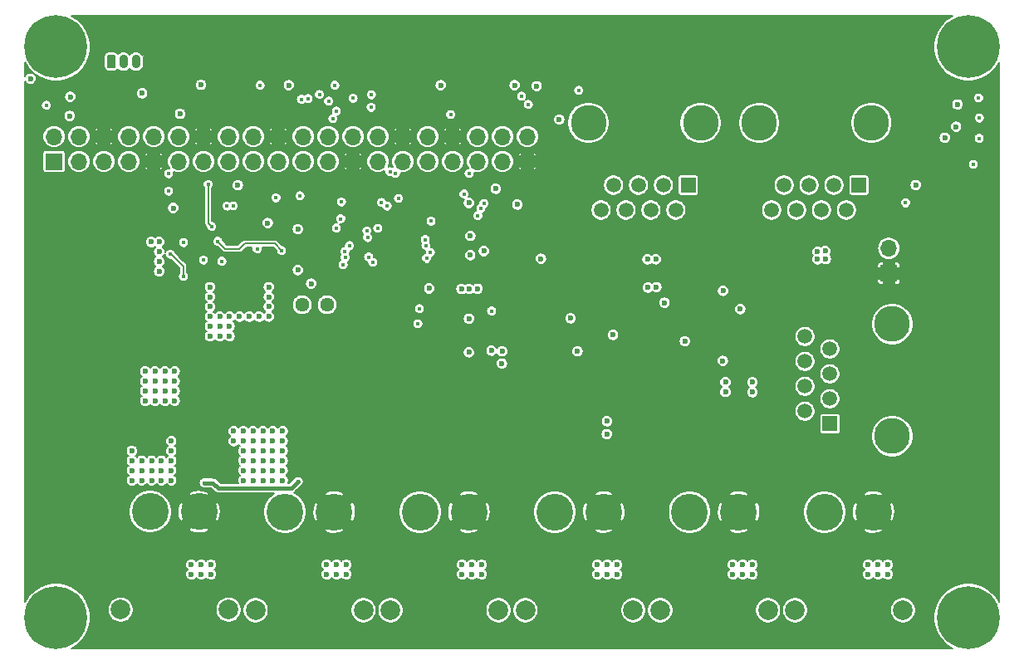
<source format=gbr>
G04 #@! TF.GenerationSoftware,KiCad,Pcbnew,(5.1.4)-1*
G04 #@! TF.CreationDate,2021-01-17T19:56:11-03:30*
G04 #@! TF.ProjectId,AUV_Pi_Expansion,4155565f-5069-45f4-9578-70616e73696f,V1.0*
G04 #@! TF.SameCoordinates,Original*
G04 #@! TF.FileFunction,Copper,L3,Inr*
G04 #@! TF.FilePolarity,Positive*
%FSLAX46Y46*%
G04 Gerber Fmt 4.6, Leading zero omitted, Abs format (unit mm)*
G04 Created by KiCad (PCBNEW (5.1.4)-1) date 2021-01-17 19:56:11*
%MOMM*%
%LPD*%
G04 APERTURE LIST*
%ADD10R,1.700000X1.700000*%
%ADD11O,1.700000X1.700000*%
%ADD12C,6.400000*%
%ADD13C,2.000000*%
%ADD14C,3.750000*%
%ADD15C,1.500000*%
%ADD16R,1.500000X1.500000*%
%ADD17C,3.650000*%
%ADD18C,1.440000*%
%ADD19C,0.100000*%
%ADD20C,0.900000*%
%ADD21O,0.900000X1.400000*%
%ADD22C,0.450000*%
%ADD23C,0.600000*%
%ADD24C,0.406400*%
%ADD25C,0.152400*%
%ADD26C,0.128000*%
G04 APERTURE END LIST*
D10*
X53300000Y-100000000D03*
D11*
X53300000Y-97460000D03*
X55840000Y-100000000D03*
X55840000Y-97460000D03*
X58380000Y-100000000D03*
X58380000Y-97460000D03*
X60920000Y-100000000D03*
X60920000Y-97460000D03*
X63460000Y-100000000D03*
X63460000Y-97460000D03*
X66000000Y-100000000D03*
X66000000Y-97460000D03*
X68540000Y-100000000D03*
X68540000Y-97460000D03*
X71080000Y-100000000D03*
X71080000Y-97460000D03*
X73620000Y-100000000D03*
X73620000Y-97460000D03*
X76160000Y-100000000D03*
X76160000Y-97460000D03*
X78700000Y-100000000D03*
X78700000Y-97460000D03*
X81240000Y-100000000D03*
X81240000Y-97460000D03*
X83780000Y-100000000D03*
X83780000Y-97460000D03*
X86320000Y-100000000D03*
X86320000Y-97460000D03*
X88860000Y-100000000D03*
X88860000Y-97460000D03*
X91400000Y-100000000D03*
X91400000Y-97460000D03*
X93940000Y-100000000D03*
X93940000Y-97460000D03*
X96480000Y-100000000D03*
X96480000Y-97460000D03*
X99020000Y-100000000D03*
X99020000Y-97460000D03*
X101560000Y-100000000D03*
X101560000Y-97460000D03*
D12*
X53500000Y-146500000D03*
X53500000Y-88300000D03*
X146500000Y-88300000D03*
X146500000Y-146500000D03*
D13*
X87600000Y-145750000D03*
X98600000Y-145750000D03*
D14*
X90600000Y-135750000D03*
X95600000Y-135750000D03*
X81850000Y-135750000D03*
X76850000Y-135750000D03*
D13*
X84850000Y-145750000D03*
X73850000Y-145750000D03*
X60100000Y-145700000D03*
X71100000Y-145700000D03*
D14*
X63100000Y-135700000D03*
X68100000Y-135700000D03*
X136850000Y-135750000D03*
X131850000Y-135750000D03*
D13*
X139850000Y-145750000D03*
X128850000Y-145750000D03*
X115100000Y-145750000D03*
X126100000Y-145750000D03*
D14*
X118100000Y-135750000D03*
X123100000Y-135750000D03*
X109350000Y-135750000D03*
X104350000Y-135750000D03*
D13*
X112350000Y-145750000D03*
X101350000Y-145750000D03*
D10*
X138400000Y-111390000D03*
D11*
X138400000Y-108850000D03*
D15*
X109060000Y-104940000D03*
X110330000Y-102400000D03*
X111600000Y-104940000D03*
X112870000Y-102400000D03*
X114140000Y-104940000D03*
X115410000Y-102400000D03*
X116680000Y-104940000D03*
D16*
X117950000Y-102400000D03*
D17*
X119220000Y-96050000D03*
X107790000Y-96050000D03*
D15*
X126460000Y-104940001D03*
X127730000Y-102400001D03*
X129000000Y-104940001D03*
X130270000Y-102400001D03*
X131540000Y-104940001D03*
X132810000Y-102400001D03*
X134080000Y-104940001D03*
D16*
X135350000Y-102400001D03*
D17*
X136620000Y-96050001D03*
X125190000Y-96050001D03*
D15*
X129860000Y-117839999D03*
X132400000Y-119109999D03*
X129860000Y-120379999D03*
X132400000Y-121649999D03*
X129860000Y-122919999D03*
X132400000Y-124189999D03*
X129860000Y-125459999D03*
D16*
X132400000Y-126729999D03*
D17*
X138750000Y-127999999D03*
X138750000Y-116569999D03*
D18*
X78600000Y-114600000D03*
X81140000Y-114600000D03*
X83680000Y-114600000D03*
D19*
G36*
X59397055Y-89101083D02*
G01*
X59418896Y-89104323D01*
X59440315Y-89109688D01*
X59461105Y-89117127D01*
X59481065Y-89126568D01*
X59500004Y-89137919D01*
X59517739Y-89151073D01*
X59534100Y-89165901D01*
X59548928Y-89182262D01*
X59562082Y-89199997D01*
X59573433Y-89218936D01*
X59582874Y-89238896D01*
X59590313Y-89259686D01*
X59595678Y-89281105D01*
X59598918Y-89302946D01*
X59600001Y-89325000D01*
X59600001Y-90275000D01*
X59598918Y-90297054D01*
X59595678Y-90318895D01*
X59590313Y-90340314D01*
X59582874Y-90361104D01*
X59573433Y-90381064D01*
X59562082Y-90400003D01*
X59548928Y-90417738D01*
X59534100Y-90434099D01*
X59517739Y-90448927D01*
X59500004Y-90462081D01*
X59481065Y-90473432D01*
X59461105Y-90482873D01*
X59440315Y-90490312D01*
X59418896Y-90495677D01*
X59397055Y-90498917D01*
X59375001Y-90500000D01*
X58925001Y-90500000D01*
X58902947Y-90498917D01*
X58881106Y-90495677D01*
X58859687Y-90490312D01*
X58838897Y-90482873D01*
X58818937Y-90473432D01*
X58799998Y-90462081D01*
X58782263Y-90448927D01*
X58765902Y-90434099D01*
X58751074Y-90417738D01*
X58737920Y-90400003D01*
X58726569Y-90381064D01*
X58717128Y-90361104D01*
X58709689Y-90340314D01*
X58704324Y-90318895D01*
X58701084Y-90297054D01*
X58700001Y-90275000D01*
X58700001Y-89325000D01*
X58701084Y-89302946D01*
X58704324Y-89281105D01*
X58709689Y-89259686D01*
X58717128Y-89238896D01*
X58726569Y-89218936D01*
X58737920Y-89199997D01*
X58751074Y-89182262D01*
X58765902Y-89165901D01*
X58782263Y-89151073D01*
X58799998Y-89137919D01*
X58818937Y-89126568D01*
X58838897Y-89117127D01*
X58859687Y-89109688D01*
X58881106Y-89104323D01*
X58902947Y-89101083D01*
X58925001Y-89100000D01*
X59375001Y-89100000D01*
X59397055Y-89101083D01*
X59397055Y-89101083D01*
G37*
D20*
X59150001Y-89800000D03*
D21*
X60400001Y-89800000D03*
X61650001Y-89800000D03*
X62900001Y-89800000D03*
D22*
X147610000Y-97620000D03*
D23*
X60500000Y-112700000D03*
X71200000Y-126000000D03*
X71200000Y-129500000D03*
X51200000Y-142400000D03*
X52200000Y-142400000D03*
X53200000Y-142400000D03*
X54200000Y-142400000D03*
X55200000Y-142400000D03*
X51200000Y-141400000D03*
X52200000Y-141400000D03*
X53200000Y-141400000D03*
X54200000Y-141400000D03*
X55200000Y-141400000D03*
X51200000Y-140400000D03*
X52200000Y-140400000D03*
X53200000Y-140400000D03*
X54200000Y-140400000D03*
X55200000Y-140400000D03*
X51200000Y-139400000D03*
X52200000Y-139400000D03*
X53200000Y-139400000D03*
X54200000Y-139400000D03*
X55200000Y-139400000D03*
X56200000Y-139400000D03*
X57200000Y-139400000D03*
X58200000Y-139400000D03*
X51200000Y-138400000D03*
X51200000Y-137400000D03*
X51200000Y-136400000D03*
X51200000Y-135400000D03*
X51200000Y-134400000D03*
X51200000Y-133400000D03*
X51200000Y-132400000D03*
X52200000Y-132400000D03*
X53200000Y-132400000D03*
X54200000Y-132400000D03*
X55200000Y-132400000D03*
X51200000Y-131400000D03*
X52200000Y-131400000D03*
X53200000Y-131400000D03*
X54200000Y-131400000D03*
X55200000Y-131400000D03*
X71200000Y-130500000D03*
X71200000Y-131400000D03*
X71200000Y-132300000D03*
X72200000Y-126000000D03*
X73200000Y-126000000D03*
X74200000Y-126000000D03*
X75200000Y-126000000D03*
X76200000Y-126000000D03*
X72200000Y-125000000D03*
X73200000Y-125000000D03*
X74200000Y-125000000D03*
X75200000Y-125000000D03*
X76200000Y-125000000D03*
X72200000Y-124000000D03*
X73200000Y-124000000D03*
X74200000Y-124000000D03*
X75200000Y-124000000D03*
X76200000Y-124000000D03*
X72200000Y-123000000D03*
X73200000Y-123000000D03*
X74200000Y-123000000D03*
X75200000Y-123000000D03*
X76200000Y-123000000D03*
X72200000Y-122000000D03*
X73200000Y-122000000D03*
X74200000Y-122000000D03*
X75200000Y-122000000D03*
X76200000Y-122000000D03*
X61500000Y-112700000D03*
X62500000Y-112700000D03*
X60500000Y-113700000D03*
X61500000Y-113700000D03*
X62500000Y-113700000D03*
X64500000Y-115700000D03*
X65500000Y-115700000D03*
X66500000Y-115700000D03*
X67500000Y-115700000D03*
X63500000Y-116700000D03*
X63500000Y-117700000D03*
X63500000Y-118700000D03*
X50950000Y-94350000D03*
X100300000Y-125990000D03*
X101220000Y-125980000D03*
X95590000Y-123350000D03*
X96360000Y-123330000D03*
X94610000Y-123310000D03*
X93860000Y-115950000D03*
X93830000Y-115120000D03*
X124710000Y-120470000D03*
X124680000Y-121490000D03*
X125630000Y-120460000D03*
X125680000Y-121420000D03*
X111670000Y-112800000D03*
X112500000Y-112790000D03*
X111750000Y-110020000D03*
X112510000Y-110040000D03*
X129960000Y-109910000D03*
X129040000Y-109940000D03*
X129030000Y-108950000D03*
X129940000Y-109010000D03*
X148400000Y-103370000D03*
X146690000Y-104870000D03*
X139680000Y-96220000D03*
X139630000Y-98740000D03*
X139630000Y-93810000D03*
X148450000Y-99790000D03*
X148380000Y-92930000D03*
X102520000Y-88550000D03*
X70520000Y-88640000D03*
D22*
X70560000Y-106400000D03*
X72000000Y-106550000D03*
X72050000Y-108020000D03*
X73080000Y-109190000D03*
X67400000Y-109190000D03*
X68750000Y-108070000D03*
X68710000Y-107060000D03*
X66900000Y-103980000D03*
X77050000Y-104820000D03*
D23*
X55590000Y-102780000D03*
X56350000Y-102860000D03*
X54800000Y-102860000D03*
D22*
X55588000Y-92596000D03*
X55842000Y-94120000D03*
X61430000Y-93612000D03*
X74458731Y-102454410D03*
X69630000Y-102284410D03*
X74290000Y-109491110D03*
X83200000Y-105080000D03*
X85410000Y-111610000D03*
X87110000Y-112150000D03*
X87300000Y-114100000D03*
X90948213Y-110389268D03*
X111110000Y-125850000D03*
X110970000Y-121370000D03*
D23*
X110970000Y-121370000D03*
X93845679Y-114444810D03*
X106790000Y-113550000D03*
X109350000Y-117130000D03*
X111300000Y-117700000D03*
X100580000Y-108270000D03*
X105710000Y-106710000D03*
D22*
X75790000Y-94380000D03*
X70330000Y-94730000D03*
D23*
X94540000Y-87541390D03*
X86450000Y-88658610D03*
X78550000Y-88658610D03*
D22*
X81861624Y-94293610D03*
X92790000Y-88830000D03*
X86683610Y-93455311D03*
X142930000Y-111250000D03*
X89740000Y-118490000D03*
X147640000Y-95550000D03*
X147560000Y-93510000D03*
D23*
X69200000Y-117800000D03*
X71600000Y-127500000D03*
X72600000Y-127500000D03*
X73600000Y-127500000D03*
X74600000Y-127500000D03*
X75600000Y-127500000D03*
X76600000Y-127500000D03*
X71600000Y-128500000D03*
X72600000Y-128500000D03*
X73600000Y-128500000D03*
X74600000Y-128500000D03*
X75600000Y-128500000D03*
X76600000Y-128500000D03*
X72600000Y-129500000D03*
X73600000Y-129500000D03*
X74600000Y-129500000D03*
X75600000Y-129500000D03*
X76600000Y-129500000D03*
X72600000Y-130500000D03*
X73600000Y-130500000D03*
X74600000Y-130500000D03*
X75600000Y-130500000D03*
X76600000Y-130500000D03*
X72600000Y-131500000D03*
X73600000Y-131500000D03*
X74600000Y-131500000D03*
X75600000Y-131500000D03*
X76600000Y-131500000D03*
X72600000Y-132500000D03*
X73600000Y-132500000D03*
X74600000Y-132500000D03*
X75600000Y-132500000D03*
X76600000Y-132500000D03*
X70200000Y-117800000D03*
X71200000Y-117800000D03*
X69200000Y-116800000D03*
X70200000Y-116800000D03*
X71200000Y-116800000D03*
X69200000Y-115800000D03*
X70200000Y-115800000D03*
X71200000Y-115800000D03*
X72200000Y-115800000D03*
X73200000Y-115800000D03*
X74200000Y-115800000D03*
X75200000Y-115800000D03*
X69200000Y-114800000D03*
X75200000Y-114800000D03*
X69200000Y-113800000D03*
X75200000Y-113800000D03*
X69200000Y-112800000D03*
X75200000Y-112800000D03*
X63200000Y-108200000D03*
X64020000Y-108200000D03*
X64020000Y-109200000D03*
X64020000Y-110200000D03*
X64020000Y-111200000D03*
X97900000Y-119270000D03*
X98960000Y-120600000D03*
X99000000Y-119340000D03*
X121470000Y-120320000D03*
X141150000Y-102390000D03*
X145260000Y-96450000D03*
D22*
X90550000Y-115000000D03*
D23*
X106660000Y-119340000D03*
X102940000Y-109910000D03*
X105960000Y-115970000D03*
D22*
X97900000Y-115230000D03*
D23*
X67300000Y-142100000D03*
X62600000Y-124400000D03*
X61250000Y-132500000D03*
X62250000Y-132500000D03*
X63250000Y-132500000D03*
X64250000Y-132500000D03*
X65250000Y-132500000D03*
X61250000Y-131500000D03*
X62250000Y-131500000D03*
X63250000Y-131500000D03*
X64250000Y-131500000D03*
X65250000Y-131500000D03*
X61250000Y-130500000D03*
X62250000Y-130500000D03*
X63250000Y-130500000D03*
X64250000Y-130500000D03*
X65250000Y-130500000D03*
X61250000Y-129500000D03*
X65250000Y-128500000D03*
X65250000Y-129500000D03*
X63600000Y-124400000D03*
X64600000Y-124400000D03*
X65600000Y-124400000D03*
X62600000Y-123400000D03*
X63600000Y-123400000D03*
X64600000Y-123400000D03*
X65600000Y-123400000D03*
X62600000Y-122400000D03*
X63600000Y-122400000D03*
X64600000Y-122400000D03*
X65600000Y-122400000D03*
X62600000Y-121400000D03*
X63600000Y-121400000D03*
X64600000Y-121400000D03*
X65600000Y-121400000D03*
X68300000Y-142100000D03*
X69300000Y-142100000D03*
X67300000Y-141100000D03*
X68300000Y-141100000D03*
X69300000Y-141100000D03*
X81100000Y-141100000D03*
X94900000Y-141100000D03*
X108700000Y-141100000D03*
X122500000Y-141100000D03*
X136300000Y-141100000D03*
X83100000Y-142100000D03*
X96900000Y-142100000D03*
X110700000Y-142100000D03*
X124500000Y-142100000D03*
X138300000Y-142100000D03*
X82100000Y-141100000D03*
X95900000Y-141100000D03*
X109700000Y-141100000D03*
X123500000Y-141100000D03*
X137300000Y-141100000D03*
X83100000Y-141100000D03*
X96900000Y-141100000D03*
X110700000Y-141100000D03*
X124500000Y-141100000D03*
X138300000Y-141100000D03*
X82100000Y-142100000D03*
X95900000Y-142100000D03*
X109700000Y-142100000D03*
X123500000Y-142100000D03*
X137300000Y-142100000D03*
X81100000Y-142100000D03*
X94900000Y-142100000D03*
X108700000Y-142100000D03*
X122500000Y-142100000D03*
X136300000Y-142100000D03*
X145410000Y-94180000D03*
X95600000Y-112985000D03*
X96470000Y-112980000D03*
X94830000Y-112990000D03*
X95730000Y-109540000D03*
X95610000Y-104220000D03*
X95740000Y-107580000D03*
X95610000Y-116020000D03*
X95600000Y-119450000D03*
X144110000Y-97570000D03*
X91550000Y-112940000D03*
X79520000Y-112450000D03*
X78150000Y-111060000D03*
X78150000Y-106890000D03*
X75080000Y-106260000D03*
X72030000Y-102410000D03*
X65450000Y-104730000D03*
X54900000Y-95350000D03*
X54950000Y-93400000D03*
X62280000Y-93040000D03*
X66160000Y-95130000D03*
X104800000Y-95710000D03*
D22*
X66510000Y-108250000D03*
D23*
X98330000Y-102770000D03*
X97120000Y-109130000D03*
D22*
X147020000Y-100290000D03*
X68610000Y-132760000D03*
X78200000Y-132630000D03*
X70943390Y-104536507D03*
X71545590Y-104520496D03*
X52510000Y-94250000D03*
D23*
X102500000Y-92310000D03*
X77240000Y-92210000D03*
X92730000Y-92210000D03*
X100250000Y-92210000D03*
X68280000Y-92168089D03*
D22*
X74310000Y-92210000D03*
X81930000Y-92210000D03*
D23*
X121750000Y-122500000D03*
X124500000Y-122500000D03*
X124500000Y-123500000D03*
X121750000Y-123490000D03*
X123260000Y-115040000D03*
X121510000Y-113190000D03*
X114700000Y-112800000D03*
X113840000Y-112840000D03*
X113800000Y-109970000D03*
X114650000Y-109970000D03*
X131140000Y-109960000D03*
X131130000Y-109190000D03*
X131930000Y-109130000D03*
X131990000Y-109940000D03*
D22*
X82770000Y-110530000D03*
X85800000Y-110260000D03*
X87260000Y-104530000D03*
X82076244Y-94856494D03*
X82980000Y-109770000D03*
X86692071Y-104153573D03*
X81719655Y-95622986D03*
X85376390Y-109730000D03*
X82083059Y-106773059D03*
X79210000Y-93580000D03*
X78510000Y-93640000D03*
X82540000Y-105830000D03*
X87544429Y-101022183D03*
X88120000Y-101200000D03*
X82600000Y-104110000D03*
X83800000Y-93550000D03*
X83409533Y-108566941D03*
X82955923Y-109168069D03*
X85630000Y-94470000D03*
X93730000Y-95210000D03*
X91733572Y-106076428D03*
X95620000Y-101210000D03*
X85189792Y-107077674D03*
X100970000Y-93330000D03*
X85270000Y-107750000D03*
X101650000Y-94170000D03*
X74010000Y-108880000D03*
D23*
X110280000Y-117670000D03*
D22*
X90390000Y-116540000D03*
X91205138Y-108546329D03*
X91147536Y-107946678D03*
X91270000Y-109880000D03*
X91670000Y-109270000D03*
X64986000Y-103010000D03*
X64986000Y-101232000D03*
X80350000Y-93150000D03*
X106780000Y-92740000D03*
X140120000Y-104210000D03*
X81290000Y-93840000D03*
X85656390Y-93180000D03*
X68530000Y-110040000D03*
X69010000Y-102340000D03*
X69360000Y-106610000D03*
X70410000Y-110160000D03*
X95090000Y-103300000D03*
X96512979Y-105510000D03*
X70000000Y-108120000D03*
X76500000Y-109070000D03*
X97118421Y-104257289D03*
X96813610Y-104780000D03*
X86302022Y-106810000D03*
X66490000Y-111700000D03*
X65150000Y-109450000D03*
X75930000Y-103700000D03*
X78380000Y-103490000D03*
X88410000Y-103760000D03*
D23*
X100530000Y-104370000D03*
X115530000Y-114400000D03*
X109670000Y-126470000D03*
X109660000Y-127790000D03*
X117610000Y-118320000D03*
X50900000Y-91550000D03*
D24*
X68610000Y-132760000D02*
X69490000Y-132760000D01*
X69490000Y-132760000D02*
X70060000Y-133330000D01*
X70060000Y-133330000D02*
X77340000Y-133330000D01*
X77340000Y-133330000D02*
X77500000Y-133330000D01*
X77500000Y-133330000D02*
X78200000Y-132630000D01*
D25*
X69010000Y-102340000D02*
X69010000Y-106260000D01*
X69010000Y-106260000D02*
X69360000Y-106610000D01*
X76500000Y-109070000D02*
X75790000Y-108360000D01*
X75790000Y-108360000D02*
X72740000Y-108360000D01*
X72740000Y-108360000D02*
X72210000Y-108890000D01*
X70770000Y-108890000D02*
X70000000Y-108120000D01*
X72210000Y-108890000D02*
X70770000Y-108890000D01*
X66490000Y-111700000D02*
X66490000Y-110670000D01*
X66490000Y-110670000D02*
X65270000Y-109450000D01*
X65270000Y-109450000D02*
X65150000Y-109450000D01*
D26*
G36*
X144833602Y-85182389D02*
G01*
X144257406Y-85567391D01*
X143767391Y-86057406D01*
X143382389Y-86633602D01*
X143117195Y-87273837D01*
X142982000Y-87953507D01*
X142982000Y-88646493D01*
X143117195Y-89326163D01*
X143382389Y-89966398D01*
X143767391Y-90542594D01*
X144257406Y-91032609D01*
X144833602Y-91417611D01*
X145473837Y-91682805D01*
X146153507Y-91818000D01*
X146846493Y-91818000D01*
X147526163Y-91682805D01*
X148166398Y-91417611D01*
X148742594Y-91032609D01*
X149232609Y-90542594D01*
X149617611Y-89966398D01*
X149657001Y-89871302D01*
X149657000Y-143766842D01*
X149657001Y-143766852D01*
X149657001Y-144928697D01*
X149617611Y-144833602D01*
X149232609Y-144257406D01*
X148742594Y-143767391D01*
X148166398Y-143382389D01*
X147526163Y-143117195D01*
X146846493Y-142982000D01*
X146153507Y-142982000D01*
X145473837Y-143117195D01*
X144833602Y-143382389D01*
X144257406Y-143767391D01*
X143767391Y-144257406D01*
X143382389Y-144833602D01*
X143117195Y-145473837D01*
X142982000Y-146153507D01*
X142982000Y-146846493D01*
X143117195Y-147526163D01*
X143382389Y-148166398D01*
X143767391Y-148742594D01*
X144257406Y-149232609D01*
X144833602Y-149617611D01*
X144928695Y-149657000D01*
X55071305Y-149657000D01*
X55166398Y-149617611D01*
X55742594Y-149232609D01*
X56232609Y-148742594D01*
X56617611Y-148166398D01*
X56882805Y-147526163D01*
X57018000Y-146846493D01*
X57018000Y-146153507D01*
X56901971Y-145570188D01*
X58782000Y-145570188D01*
X58782000Y-145829812D01*
X58832650Y-146084446D01*
X58932004Y-146324307D01*
X59076243Y-146540176D01*
X59259824Y-146723757D01*
X59475693Y-146867996D01*
X59715554Y-146967350D01*
X59970188Y-147018000D01*
X60229812Y-147018000D01*
X60484446Y-146967350D01*
X60724307Y-146867996D01*
X60940176Y-146723757D01*
X61123757Y-146540176D01*
X61267996Y-146324307D01*
X61367350Y-146084446D01*
X61418000Y-145829812D01*
X61418000Y-145570188D01*
X69782000Y-145570188D01*
X69782000Y-145829812D01*
X69832650Y-146084446D01*
X69932004Y-146324307D01*
X70076243Y-146540176D01*
X70259824Y-146723757D01*
X70475693Y-146867996D01*
X70715554Y-146967350D01*
X70970188Y-147018000D01*
X71229812Y-147018000D01*
X71484446Y-146967350D01*
X71724307Y-146867996D01*
X71940176Y-146723757D01*
X72123757Y-146540176D01*
X72267996Y-146324307D01*
X72367350Y-146084446D01*
X72418000Y-145829812D01*
X72418000Y-145620188D01*
X72532000Y-145620188D01*
X72532000Y-145879812D01*
X72582650Y-146134446D01*
X72682004Y-146374307D01*
X72826243Y-146590176D01*
X73009824Y-146773757D01*
X73225693Y-146917996D01*
X73465554Y-147017350D01*
X73720188Y-147068000D01*
X73979812Y-147068000D01*
X74234446Y-147017350D01*
X74474307Y-146917996D01*
X74690176Y-146773757D01*
X74873757Y-146590176D01*
X75017996Y-146374307D01*
X75117350Y-146134446D01*
X75168000Y-145879812D01*
X75168000Y-145620188D01*
X83532000Y-145620188D01*
X83532000Y-145879812D01*
X83582650Y-146134446D01*
X83682004Y-146374307D01*
X83826243Y-146590176D01*
X84009824Y-146773757D01*
X84225693Y-146917996D01*
X84465554Y-147017350D01*
X84720188Y-147068000D01*
X84979812Y-147068000D01*
X85234446Y-147017350D01*
X85474307Y-146917996D01*
X85690176Y-146773757D01*
X85873757Y-146590176D01*
X86017996Y-146374307D01*
X86117350Y-146134446D01*
X86168000Y-145879812D01*
X86168000Y-145620188D01*
X86282000Y-145620188D01*
X86282000Y-145879812D01*
X86332650Y-146134446D01*
X86432004Y-146374307D01*
X86576243Y-146590176D01*
X86759824Y-146773757D01*
X86975693Y-146917996D01*
X87215554Y-147017350D01*
X87470188Y-147068000D01*
X87729812Y-147068000D01*
X87984446Y-147017350D01*
X88224307Y-146917996D01*
X88440176Y-146773757D01*
X88623757Y-146590176D01*
X88767996Y-146374307D01*
X88867350Y-146134446D01*
X88918000Y-145879812D01*
X88918000Y-145620188D01*
X97282000Y-145620188D01*
X97282000Y-145879812D01*
X97332650Y-146134446D01*
X97432004Y-146374307D01*
X97576243Y-146590176D01*
X97759824Y-146773757D01*
X97975693Y-146917996D01*
X98215554Y-147017350D01*
X98470188Y-147068000D01*
X98729812Y-147068000D01*
X98984446Y-147017350D01*
X99224307Y-146917996D01*
X99440176Y-146773757D01*
X99623757Y-146590176D01*
X99767996Y-146374307D01*
X99867350Y-146134446D01*
X99918000Y-145879812D01*
X99918000Y-145620188D01*
X100032000Y-145620188D01*
X100032000Y-145879812D01*
X100082650Y-146134446D01*
X100182004Y-146374307D01*
X100326243Y-146590176D01*
X100509824Y-146773757D01*
X100725693Y-146917996D01*
X100965554Y-147017350D01*
X101220188Y-147068000D01*
X101479812Y-147068000D01*
X101734446Y-147017350D01*
X101974307Y-146917996D01*
X102190176Y-146773757D01*
X102373757Y-146590176D01*
X102517996Y-146374307D01*
X102617350Y-146134446D01*
X102668000Y-145879812D01*
X102668000Y-145620188D01*
X111032000Y-145620188D01*
X111032000Y-145879812D01*
X111082650Y-146134446D01*
X111182004Y-146374307D01*
X111326243Y-146590176D01*
X111509824Y-146773757D01*
X111725693Y-146917996D01*
X111965554Y-147017350D01*
X112220188Y-147068000D01*
X112479812Y-147068000D01*
X112734446Y-147017350D01*
X112974307Y-146917996D01*
X113190176Y-146773757D01*
X113373757Y-146590176D01*
X113517996Y-146374307D01*
X113617350Y-146134446D01*
X113668000Y-145879812D01*
X113668000Y-145620188D01*
X113782000Y-145620188D01*
X113782000Y-145879812D01*
X113832650Y-146134446D01*
X113932004Y-146374307D01*
X114076243Y-146590176D01*
X114259824Y-146773757D01*
X114475693Y-146917996D01*
X114715554Y-147017350D01*
X114970188Y-147068000D01*
X115229812Y-147068000D01*
X115484446Y-147017350D01*
X115724307Y-146917996D01*
X115940176Y-146773757D01*
X116123757Y-146590176D01*
X116267996Y-146374307D01*
X116367350Y-146134446D01*
X116418000Y-145879812D01*
X116418000Y-145620188D01*
X124782000Y-145620188D01*
X124782000Y-145879812D01*
X124832650Y-146134446D01*
X124932004Y-146374307D01*
X125076243Y-146590176D01*
X125259824Y-146773757D01*
X125475693Y-146917996D01*
X125715554Y-147017350D01*
X125970188Y-147068000D01*
X126229812Y-147068000D01*
X126484446Y-147017350D01*
X126724307Y-146917996D01*
X126940176Y-146773757D01*
X127123757Y-146590176D01*
X127267996Y-146374307D01*
X127367350Y-146134446D01*
X127418000Y-145879812D01*
X127418000Y-145620188D01*
X127532000Y-145620188D01*
X127532000Y-145879812D01*
X127582650Y-146134446D01*
X127682004Y-146374307D01*
X127826243Y-146590176D01*
X128009824Y-146773757D01*
X128225693Y-146917996D01*
X128465554Y-147017350D01*
X128720188Y-147068000D01*
X128979812Y-147068000D01*
X129234446Y-147017350D01*
X129474307Y-146917996D01*
X129690176Y-146773757D01*
X129873757Y-146590176D01*
X130017996Y-146374307D01*
X130117350Y-146134446D01*
X130168000Y-145879812D01*
X130168000Y-145620188D01*
X138532000Y-145620188D01*
X138532000Y-145879812D01*
X138582650Y-146134446D01*
X138682004Y-146374307D01*
X138826243Y-146590176D01*
X139009824Y-146773757D01*
X139225693Y-146917996D01*
X139465554Y-147017350D01*
X139720188Y-147068000D01*
X139979812Y-147068000D01*
X140234446Y-147017350D01*
X140474307Y-146917996D01*
X140690176Y-146773757D01*
X140873757Y-146590176D01*
X141017996Y-146374307D01*
X141117350Y-146134446D01*
X141168000Y-145879812D01*
X141168000Y-145620188D01*
X141117350Y-145365554D01*
X141017996Y-145125693D01*
X140873757Y-144909824D01*
X140690176Y-144726243D01*
X140474307Y-144582004D01*
X140234446Y-144482650D01*
X139979812Y-144432000D01*
X139720188Y-144432000D01*
X139465554Y-144482650D01*
X139225693Y-144582004D01*
X139009824Y-144726243D01*
X138826243Y-144909824D01*
X138682004Y-145125693D01*
X138582650Y-145365554D01*
X138532000Y-145620188D01*
X130168000Y-145620188D01*
X130117350Y-145365554D01*
X130017996Y-145125693D01*
X129873757Y-144909824D01*
X129690176Y-144726243D01*
X129474307Y-144582004D01*
X129234446Y-144482650D01*
X128979812Y-144432000D01*
X128720188Y-144432000D01*
X128465554Y-144482650D01*
X128225693Y-144582004D01*
X128009824Y-144726243D01*
X127826243Y-144909824D01*
X127682004Y-145125693D01*
X127582650Y-145365554D01*
X127532000Y-145620188D01*
X127418000Y-145620188D01*
X127367350Y-145365554D01*
X127267996Y-145125693D01*
X127123757Y-144909824D01*
X126940176Y-144726243D01*
X126724307Y-144582004D01*
X126484446Y-144482650D01*
X126229812Y-144432000D01*
X125970188Y-144432000D01*
X125715554Y-144482650D01*
X125475693Y-144582004D01*
X125259824Y-144726243D01*
X125076243Y-144909824D01*
X124932004Y-145125693D01*
X124832650Y-145365554D01*
X124782000Y-145620188D01*
X116418000Y-145620188D01*
X116367350Y-145365554D01*
X116267996Y-145125693D01*
X116123757Y-144909824D01*
X115940176Y-144726243D01*
X115724307Y-144582004D01*
X115484446Y-144482650D01*
X115229812Y-144432000D01*
X114970188Y-144432000D01*
X114715554Y-144482650D01*
X114475693Y-144582004D01*
X114259824Y-144726243D01*
X114076243Y-144909824D01*
X113932004Y-145125693D01*
X113832650Y-145365554D01*
X113782000Y-145620188D01*
X113668000Y-145620188D01*
X113617350Y-145365554D01*
X113517996Y-145125693D01*
X113373757Y-144909824D01*
X113190176Y-144726243D01*
X112974307Y-144582004D01*
X112734446Y-144482650D01*
X112479812Y-144432000D01*
X112220188Y-144432000D01*
X111965554Y-144482650D01*
X111725693Y-144582004D01*
X111509824Y-144726243D01*
X111326243Y-144909824D01*
X111182004Y-145125693D01*
X111082650Y-145365554D01*
X111032000Y-145620188D01*
X102668000Y-145620188D01*
X102617350Y-145365554D01*
X102517996Y-145125693D01*
X102373757Y-144909824D01*
X102190176Y-144726243D01*
X101974307Y-144582004D01*
X101734446Y-144482650D01*
X101479812Y-144432000D01*
X101220188Y-144432000D01*
X100965554Y-144482650D01*
X100725693Y-144582004D01*
X100509824Y-144726243D01*
X100326243Y-144909824D01*
X100182004Y-145125693D01*
X100082650Y-145365554D01*
X100032000Y-145620188D01*
X99918000Y-145620188D01*
X99867350Y-145365554D01*
X99767996Y-145125693D01*
X99623757Y-144909824D01*
X99440176Y-144726243D01*
X99224307Y-144582004D01*
X98984446Y-144482650D01*
X98729812Y-144432000D01*
X98470188Y-144432000D01*
X98215554Y-144482650D01*
X97975693Y-144582004D01*
X97759824Y-144726243D01*
X97576243Y-144909824D01*
X97432004Y-145125693D01*
X97332650Y-145365554D01*
X97282000Y-145620188D01*
X88918000Y-145620188D01*
X88867350Y-145365554D01*
X88767996Y-145125693D01*
X88623757Y-144909824D01*
X88440176Y-144726243D01*
X88224307Y-144582004D01*
X87984446Y-144482650D01*
X87729812Y-144432000D01*
X87470188Y-144432000D01*
X87215554Y-144482650D01*
X86975693Y-144582004D01*
X86759824Y-144726243D01*
X86576243Y-144909824D01*
X86432004Y-145125693D01*
X86332650Y-145365554D01*
X86282000Y-145620188D01*
X86168000Y-145620188D01*
X86117350Y-145365554D01*
X86017996Y-145125693D01*
X85873757Y-144909824D01*
X85690176Y-144726243D01*
X85474307Y-144582004D01*
X85234446Y-144482650D01*
X84979812Y-144432000D01*
X84720188Y-144432000D01*
X84465554Y-144482650D01*
X84225693Y-144582004D01*
X84009824Y-144726243D01*
X83826243Y-144909824D01*
X83682004Y-145125693D01*
X83582650Y-145365554D01*
X83532000Y-145620188D01*
X75168000Y-145620188D01*
X75117350Y-145365554D01*
X75017996Y-145125693D01*
X74873757Y-144909824D01*
X74690176Y-144726243D01*
X74474307Y-144582004D01*
X74234446Y-144482650D01*
X73979812Y-144432000D01*
X73720188Y-144432000D01*
X73465554Y-144482650D01*
X73225693Y-144582004D01*
X73009824Y-144726243D01*
X72826243Y-144909824D01*
X72682004Y-145125693D01*
X72582650Y-145365554D01*
X72532000Y-145620188D01*
X72418000Y-145620188D01*
X72418000Y-145570188D01*
X72367350Y-145315554D01*
X72267996Y-145075693D01*
X72123757Y-144859824D01*
X71940176Y-144676243D01*
X71724307Y-144532004D01*
X71484446Y-144432650D01*
X71229812Y-144382000D01*
X70970188Y-144382000D01*
X70715554Y-144432650D01*
X70475693Y-144532004D01*
X70259824Y-144676243D01*
X70076243Y-144859824D01*
X69932004Y-145075693D01*
X69832650Y-145315554D01*
X69782000Y-145570188D01*
X61418000Y-145570188D01*
X61367350Y-145315554D01*
X61267996Y-145075693D01*
X61123757Y-144859824D01*
X60940176Y-144676243D01*
X60724307Y-144532004D01*
X60484446Y-144432650D01*
X60229812Y-144382000D01*
X59970188Y-144382000D01*
X59715554Y-144432650D01*
X59475693Y-144532004D01*
X59259824Y-144676243D01*
X59076243Y-144859824D01*
X58932004Y-145075693D01*
X58832650Y-145315554D01*
X58782000Y-145570188D01*
X56901971Y-145570188D01*
X56882805Y-145473837D01*
X56617611Y-144833602D01*
X56232609Y-144257406D01*
X55742594Y-143767391D01*
X55166398Y-143382389D01*
X54526163Y-143117195D01*
X53846493Y-142982000D01*
X53153507Y-142982000D01*
X52473837Y-143117195D01*
X51833602Y-143382389D01*
X51257406Y-143767391D01*
X50767391Y-144257406D01*
X50382389Y-144833602D01*
X50343000Y-144928695D01*
X50343000Y-141039132D01*
X66682000Y-141039132D01*
X66682000Y-141160868D01*
X66705750Y-141280264D01*
X66752336Y-141392733D01*
X66819968Y-141493952D01*
X66906048Y-141580032D01*
X66935932Y-141600000D01*
X66906048Y-141619968D01*
X66819968Y-141706048D01*
X66752336Y-141807267D01*
X66705750Y-141919736D01*
X66682000Y-142039132D01*
X66682000Y-142160868D01*
X66705750Y-142280264D01*
X66752336Y-142392733D01*
X66819968Y-142493952D01*
X66906048Y-142580032D01*
X67007267Y-142647664D01*
X67119736Y-142694250D01*
X67239132Y-142718000D01*
X67360868Y-142718000D01*
X67480264Y-142694250D01*
X67592733Y-142647664D01*
X67693952Y-142580032D01*
X67780032Y-142493952D01*
X67800000Y-142464068D01*
X67819968Y-142493952D01*
X67906048Y-142580032D01*
X68007267Y-142647664D01*
X68119736Y-142694250D01*
X68239132Y-142718000D01*
X68360868Y-142718000D01*
X68480264Y-142694250D01*
X68592733Y-142647664D01*
X68693952Y-142580032D01*
X68780032Y-142493952D01*
X68800000Y-142464068D01*
X68819968Y-142493952D01*
X68906048Y-142580032D01*
X69007267Y-142647664D01*
X69119736Y-142694250D01*
X69239132Y-142718000D01*
X69360868Y-142718000D01*
X69480264Y-142694250D01*
X69592733Y-142647664D01*
X69693952Y-142580032D01*
X69780032Y-142493952D01*
X69847664Y-142392733D01*
X69894250Y-142280264D01*
X69918000Y-142160868D01*
X69918000Y-142039132D01*
X69894250Y-141919736D01*
X69847664Y-141807267D01*
X69780032Y-141706048D01*
X69693952Y-141619968D01*
X69664068Y-141600000D01*
X69693952Y-141580032D01*
X69780032Y-141493952D01*
X69847664Y-141392733D01*
X69894250Y-141280264D01*
X69918000Y-141160868D01*
X69918000Y-141039132D01*
X80482000Y-141039132D01*
X80482000Y-141160868D01*
X80505750Y-141280264D01*
X80552336Y-141392733D01*
X80619968Y-141493952D01*
X80706048Y-141580032D01*
X80735932Y-141600000D01*
X80706048Y-141619968D01*
X80619968Y-141706048D01*
X80552336Y-141807267D01*
X80505750Y-141919736D01*
X80482000Y-142039132D01*
X80482000Y-142160868D01*
X80505750Y-142280264D01*
X80552336Y-142392733D01*
X80619968Y-142493952D01*
X80706048Y-142580032D01*
X80807267Y-142647664D01*
X80919736Y-142694250D01*
X81039132Y-142718000D01*
X81160868Y-142718000D01*
X81280264Y-142694250D01*
X81392733Y-142647664D01*
X81493952Y-142580032D01*
X81580032Y-142493952D01*
X81600000Y-142464068D01*
X81619968Y-142493952D01*
X81706048Y-142580032D01*
X81807267Y-142647664D01*
X81919736Y-142694250D01*
X82039132Y-142718000D01*
X82160868Y-142718000D01*
X82280264Y-142694250D01*
X82392733Y-142647664D01*
X82493952Y-142580032D01*
X82580032Y-142493952D01*
X82600000Y-142464068D01*
X82619968Y-142493952D01*
X82706048Y-142580032D01*
X82807267Y-142647664D01*
X82919736Y-142694250D01*
X83039132Y-142718000D01*
X83160868Y-142718000D01*
X83280264Y-142694250D01*
X83392733Y-142647664D01*
X83493952Y-142580032D01*
X83580032Y-142493952D01*
X83647664Y-142392733D01*
X83694250Y-142280264D01*
X83718000Y-142160868D01*
X83718000Y-142039132D01*
X83694250Y-141919736D01*
X83647664Y-141807267D01*
X83580032Y-141706048D01*
X83493952Y-141619968D01*
X83464068Y-141600000D01*
X83493952Y-141580032D01*
X83580032Y-141493952D01*
X83647664Y-141392733D01*
X83694250Y-141280264D01*
X83718000Y-141160868D01*
X83718000Y-141039132D01*
X94282000Y-141039132D01*
X94282000Y-141160868D01*
X94305750Y-141280264D01*
X94352336Y-141392733D01*
X94419968Y-141493952D01*
X94506048Y-141580032D01*
X94535932Y-141600000D01*
X94506048Y-141619968D01*
X94419968Y-141706048D01*
X94352336Y-141807267D01*
X94305750Y-141919736D01*
X94282000Y-142039132D01*
X94282000Y-142160868D01*
X94305750Y-142280264D01*
X94352336Y-142392733D01*
X94419968Y-142493952D01*
X94506048Y-142580032D01*
X94607267Y-142647664D01*
X94719736Y-142694250D01*
X94839132Y-142718000D01*
X94960868Y-142718000D01*
X95080264Y-142694250D01*
X95192733Y-142647664D01*
X95293952Y-142580032D01*
X95380032Y-142493952D01*
X95400000Y-142464068D01*
X95419968Y-142493952D01*
X95506048Y-142580032D01*
X95607267Y-142647664D01*
X95719736Y-142694250D01*
X95839132Y-142718000D01*
X95960868Y-142718000D01*
X96080264Y-142694250D01*
X96192733Y-142647664D01*
X96293952Y-142580032D01*
X96380032Y-142493952D01*
X96400000Y-142464068D01*
X96419968Y-142493952D01*
X96506048Y-142580032D01*
X96607267Y-142647664D01*
X96719736Y-142694250D01*
X96839132Y-142718000D01*
X96960868Y-142718000D01*
X97080264Y-142694250D01*
X97192733Y-142647664D01*
X97293952Y-142580032D01*
X97380032Y-142493952D01*
X97447664Y-142392733D01*
X97494250Y-142280264D01*
X97518000Y-142160868D01*
X97518000Y-142039132D01*
X97494250Y-141919736D01*
X97447664Y-141807267D01*
X97380032Y-141706048D01*
X97293952Y-141619968D01*
X97264068Y-141600000D01*
X97293952Y-141580032D01*
X97380032Y-141493952D01*
X97447664Y-141392733D01*
X97494250Y-141280264D01*
X97518000Y-141160868D01*
X97518000Y-141039132D01*
X108082000Y-141039132D01*
X108082000Y-141160868D01*
X108105750Y-141280264D01*
X108152336Y-141392733D01*
X108219968Y-141493952D01*
X108306048Y-141580032D01*
X108335932Y-141600000D01*
X108306048Y-141619968D01*
X108219968Y-141706048D01*
X108152336Y-141807267D01*
X108105750Y-141919736D01*
X108082000Y-142039132D01*
X108082000Y-142160868D01*
X108105750Y-142280264D01*
X108152336Y-142392733D01*
X108219968Y-142493952D01*
X108306048Y-142580032D01*
X108407267Y-142647664D01*
X108519736Y-142694250D01*
X108639132Y-142718000D01*
X108760868Y-142718000D01*
X108880264Y-142694250D01*
X108992733Y-142647664D01*
X109093952Y-142580032D01*
X109180032Y-142493952D01*
X109200000Y-142464068D01*
X109219968Y-142493952D01*
X109306048Y-142580032D01*
X109407267Y-142647664D01*
X109519736Y-142694250D01*
X109639132Y-142718000D01*
X109760868Y-142718000D01*
X109880264Y-142694250D01*
X109992733Y-142647664D01*
X110093952Y-142580032D01*
X110180032Y-142493952D01*
X110200000Y-142464068D01*
X110219968Y-142493952D01*
X110306048Y-142580032D01*
X110407267Y-142647664D01*
X110519736Y-142694250D01*
X110639132Y-142718000D01*
X110760868Y-142718000D01*
X110880264Y-142694250D01*
X110992733Y-142647664D01*
X111093952Y-142580032D01*
X111180032Y-142493952D01*
X111247664Y-142392733D01*
X111294250Y-142280264D01*
X111318000Y-142160868D01*
X111318000Y-142039132D01*
X111294250Y-141919736D01*
X111247664Y-141807267D01*
X111180032Y-141706048D01*
X111093952Y-141619968D01*
X111064068Y-141600000D01*
X111093952Y-141580032D01*
X111180032Y-141493952D01*
X111247664Y-141392733D01*
X111294250Y-141280264D01*
X111318000Y-141160868D01*
X111318000Y-141039132D01*
X121882000Y-141039132D01*
X121882000Y-141160868D01*
X121905750Y-141280264D01*
X121952336Y-141392733D01*
X122019968Y-141493952D01*
X122106048Y-141580032D01*
X122135932Y-141600000D01*
X122106048Y-141619968D01*
X122019968Y-141706048D01*
X121952336Y-141807267D01*
X121905750Y-141919736D01*
X121882000Y-142039132D01*
X121882000Y-142160868D01*
X121905750Y-142280264D01*
X121952336Y-142392733D01*
X122019968Y-142493952D01*
X122106048Y-142580032D01*
X122207267Y-142647664D01*
X122319736Y-142694250D01*
X122439132Y-142718000D01*
X122560868Y-142718000D01*
X122680264Y-142694250D01*
X122792733Y-142647664D01*
X122893952Y-142580032D01*
X122980032Y-142493952D01*
X123000000Y-142464068D01*
X123019968Y-142493952D01*
X123106048Y-142580032D01*
X123207267Y-142647664D01*
X123319736Y-142694250D01*
X123439132Y-142718000D01*
X123560868Y-142718000D01*
X123680264Y-142694250D01*
X123792733Y-142647664D01*
X123893952Y-142580032D01*
X123980032Y-142493952D01*
X124000000Y-142464068D01*
X124019968Y-142493952D01*
X124106048Y-142580032D01*
X124207267Y-142647664D01*
X124319736Y-142694250D01*
X124439132Y-142718000D01*
X124560868Y-142718000D01*
X124680264Y-142694250D01*
X124792733Y-142647664D01*
X124893952Y-142580032D01*
X124980032Y-142493952D01*
X125047664Y-142392733D01*
X125094250Y-142280264D01*
X125118000Y-142160868D01*
X125118000Y-142039132D01*
X125094250Y-141919736D01*
X125047664Y-141807267D01*
X124980032Y-141706048D01*
X124893952Y-141619968D01*
X124864068Y-141600000D01*
X124893952Y-141580032D01*
X124980032Y-141493952D01*
X125047664Y-141392733D01*
X125094250Y-141280264D01*
X125118000Y-141160868D01*
X125118000Y-141039132D01*
X135682000Y-141039132D01*
X135682000Y-141160868D01*
X135705750Y-141280264D01*
X135752336Y-141392733D01*
X135819968Y-141493952D01*
X135906048Y-141580032D01*
X135935932Y-141600000D01*
X135906048Y-141619968D01*
X135819968Y-141706048D01*
X135752336Y-141807267D01*
X135705750Y-141919736D01*
X135682000Y-142039132D01*
X135682000Y-142160868D01*
X135705750Y-142280264D01*
X135752336Y-142392733D01*
X135819968Y-142493952D01*
X135906048Y-142580032D01*
X136007267Y-142647664D01*
X136119736Y-142694250D01*
X136239132Y-142718000D01*
X136360868Y-142718000D01*
X136480264Y-142694250D01*
X136592733Y-142647664D01*
X136693952Y-142580032D01*
X136780032Y-142493952D01*
X136800000Y-142464068D01*
X136819968Y-142493952D01*
X136906048Y-142580032D01*
X137007267Y-142647664D01*
X137119736Y-142694250D01*
X137239132Y-142718000D01*
X137360868Y-142718000D01*
X137480264Y-142694250D01*
X137592733Y-142647664D01*
X137693952Y-142580032D01*
X137780032Y-142493952D01*
X137800000Y-142464068D01*
X137819968Y-142493952D01*
X137906048Y-142580032D01*
X138007267Y-142647664D01*
X138119736Y-142694250D01*
X138239132Y-142718000D01*
X138360868Y-142718000D01*
X138480264Y-142694250D01*
X138592733Y-142647664D01*
X138693952Y-142580032D01*
X138780032Y-142493952D01*
X138847664Y-142392733D01*
X138894250Y-142280264D01*
X138918000Y-142160868D01*
X138918000Y-142039132D01*
X138894250Y-141919736D01*
X138847664Y-141807267D01*
X138780032Y-141706048D01*
X138693952Y-141619968D01*
X138664068Y-141600000D01*
X138693952Y-141580032D01*
X138780032Y-141493952D01*
X138847664Y-141392733D01*
X138894250Y-141280264D01*
X138918000Y-141160868D01*
X138918000Y-141039132D01*
X138894250Y-140919736D01*
X138847664Y-140807267D01*
X138780032Y-140706048D01*
X138693952Y-140619968D01*
X138592733Y-140552336D01*
X138480264Y-140505750D01*
X138360868Y-140482000D01*
X138239132Y-140482000D01*
X138119736Y-140505750D01*
X138007267Y-140552336D01*
X137906048Y-140619968D01*
X137819968Y-140706048D01*
X137800000Y-140735932D01*
X137780032Y-140706048D01*
X137693952Y-140619968D01*
X137592733Y-140552336D01*
X137480264Y-140505750D01*
X137360868Y-140482000D01*
X137239132Y-140482000D01*
X137119736Y-140505750D01*
X137007267Y-140552336D01*
X136906048Y-140619968D01*
X136819968Y-140706048D01*
X136800000Y-140735932D01*
X136780032Y-140706048D01*
X136693952Y-140619968D01*
X136592733Y-140552336D01*
X136480264Y-140505750D01*
X136360868Y-140482000D01*
X136239132Y-140482000D01*
X136119736Y-140505750D01*
X136007267Y-140552336D01*
X135906048Y-140619968D01*
X135819968Y-140706048D01*
X135752336Y-140807267D01*
X135705750Y-140919736D01*
X135682000Y-141039132D01*
X125118000Y-141039132D01*
X125094250Y-140919736D01*
X125047664Y-140807267D01*
X124980032Y-140706048D01*
X124893952Y-140619968D01*
X124792733Y-140552336D01*
X124680264Y-140505750D01*
X124560868Y-140482000D01*
X124439132Y-140482000D01*
X124319736Y-140505750D01*
X124207267Y-140552336D01*
X124106048Y-140619968D01*
X124019968Y-140706048D01*
X124000000Y-140735932D01*
X123980032Y-140706048D01*
X123893952Y-140619968D01*
X123792733Y-140552336D01*
X123680264Y-140505750D01*
X123560868Y-140482000D01*
X123439132Y-140482000D01*
X123319736Y-140505750D01*
X123207267Y-140552336D01*
X123106048Y-140619968D01*
X123019968Y-140706048D01*
X123000000Y-140735932D01*
X122980032Y-140706048D01*
X122893952Y-140619968D01*
X122792733Y-140552336D01*
X122680264Y-140505750D01*
X122560868Y-140482000D01*
X122439132Y-140482000D01*
X122319736Y-140505750D01*
X122207267Y-140552336D01*
X122106048Y-140619968D01*
X122019968Y-140706048D01*
X121952336Y-140807267D01*
X121905750Y-140919736D01*
X121882000Y-141039132D01*
X111318000Y-141039132D01*
X111294250Y-140919736D01*
X111247664Y-140807267D01*
X111180032Y-140706048D01*
X111093952Y-140619968D01*
X110992733Y-140552336D01*
X110880264Y-140505750D01*
X110760868Y-140482000D01*
X110639132Y-140482000D01*
X110519736Y-140505750D01*
X110407267Y-140552336D01*
X110306048Y-140619968D01*
X110219968Y-140706048D01*
X110200000Y-140735932D01*
X110180032Y-140706048D01*
X110093952Y-140619968D01*
X109992733Y-140552336D01*
X109880264Y-140505750D01*
X109760868Y-140482000D01*
X109639132Y-140482000D01*
X109519736Y-140505750D01*
X109407267Y-140552336D01*
X109306048Y-140619968D01*
X109219968Y-140706048D01*
X109200000Y-140735932D01*
X109180032Y-140706048D01*
X109093952Y-140619968D01*
X108992733Y-140552336D01*
X108880264Y-140505750D01*
X108760868Y-140482000D01*
X108639132Y-140482000D01*
X108519736Y-140505750D01*
X108407267Y-140552336D01*
X108306048Y-140619968D01*
X108219968Y-140706048D01*
X108152336Y-140807267D01*
X108105750Y-140919736D01*
X108082000Y-141039132D01*
X97518000Y-141039132D01*
X97494250Y-140919736D01*
X97447664Y-140807267D01*
X97380032Y-140706048D01*
X97293952Y-140619968D01*
X97192733Y-140552336D01*
X97080264Y-140505750D01*
X96960868Y-140482000D01*
X96839132Y-140482000D01*
X96719736Y-140505750D01*
X96607267Y-140552336D01*
X96506048Y-140619968D01*
X96419968Y-140706048D01*
X96400000Y-140735932D01*
X96380032Y-140706048D01*
X96293952Y-140619968D01*
X96192733Y-140552336D01*
X96080264Y-140505750D01*
X95960868Y-140482000D01*
X95839132Y-140482000D01*
X95719736Y-140505750D01*
X95607267Y-140552336D01*
X95506048Y-140619968D01*
X95419968Y-140706048D01*
X95400000Y-140735932D01*
X95380032Y-140706048D01*
X95293952Y-140619968D01*
X95192733Y-140552336D01*
X95080264Y-140505750D01*
X94960868Y-140482000D01*
X94839132Y-140482000D01*
X94719736Y-140505750D01*
X94607267Y-140552336D01*
X94506048Y-140619968D01*
X94419968Y-140706048D01*
X94352336Y-140807267D01*
X94305750Y-140919736D01*
X94282000Y-141039132D01*
X83718000Y-141039132D01*
X83694250Y-140919736D01*
X83647664Y-140807267D01*
X83580032Y-140706048D01*
X83493952Y-140619968D01*
X83392733Y-140552336D01*
X83280264Y-140505750D01*
X83160868Y-140482000D01*
X83039132Y-140482000D01*
X82919736Y-140505750D01*
X82807267Y-140552336D01*
X82706048Y-140619968D01*
X82619968Y-140706048D01*
X82600000Y-140735932D01*
X82580032Y-140706048D01*
X82493952Y-140619968D01*
X82392733Y-140552336D01*
X82280264Y-140505750D01*
X82160868Y-140482000D01*
X82039132Y-140482000D01*
X81919736Y-140505750D01*
X81807267Y-140552336D01*
X81706048Y-140619968D01*
X81619968Y-140706048D01*
X81600000Y-140735932D01*
X81580032Y-140706048D01*
X81493952Y-140619968D01*
X81392733Y-140552336D01*
X81280264Y-140505750D01*
X81160868Y-140482000D01*
X81039132Y-140482000D01*
X80919736Y-140505750D01*
X80807267Y-140552336D01*
X80706048Y-140619968D01*
X80619968Y-140706048D01*
X80552336Y-140807267D01*
X80505750Y-140919736D01*
X80482000Y-141039132D01*
X69918000Y-141039132D01*
X69894250Y-140919736D01*
X69847664Y-140807267D01*
X69780032Y-140706048D01*
X69693952Y-140619968D01*
X69592733Y-140552336D01*
X69480264Y-140505750D01*
X69360868Y-140482000D01*
X69239132Y-140482000D01*
X69119736Y-140505750D01*
X69007267Y-140552336D01*
X68906048Y-140619968D01*
X68819968Y-140706048D01*
X68800000Y-140735932D01*
X68780032Y-140706048D01*
X68693952Y-140619968D01*
X68592733Y-140552336D01*
X68480264Y-140505750D01*
X68360868Y-140482000D01*
X68239132Y-140482000D01*
X68119736Y-140505750D01*
X68007267Y-140552336D01*
X67906048Y-140619968D01*
X67819968Y-140706048D01*
X67800000Y-140735932D01*
X67780032Y-140706048D01*
X67693952Y-140619968D01*
X67592733Y-140552336D01*
X67480264Y-140505750D01*
X67360868Y-140482000D01*
X67239132Y-140482000D01*
X67119736Y-140505750D01*
X67007267Y-140552336D01*
X66906048Y-140619968D01*
X66819968Y-140706048D01*
X66752336Y-140807267D01*
X66705750Y-140919736D01*
X66682000Y-141039132D01*
X50343000Y-141039132D01*
X50343000Y-135484008D01*
X60907000Y-135484008D01*
X60907000Y-135915992D01*
X60991276Y-136339675D01*
X61156589Y-136738775D01*
X61396586Y-137097956D01*
X61702044Y-137403414D01*
X62061225Y-137643411D01*
X62460325Y-137808724D01*
X62884008Y-137893000D01*
X63315992Y-137893000D01*
X63739675Y-137808724D01*
X64138775Y-137643411D01*
X64285565Y-137545329D01*
X67048045Y-137545329D01*
X67301285Y-137753767D01*
X67717302Y-137870126D01*
X68148027Y-137903089D01*
X68576905Y-137851388D01*
X68898715Y-137753767D01*
X69151955Y-137545329D01*
X68100000Y-136493374D01*
X67048045Y-137545329D01*
X64285565Y-137545329D01*
X64497956Y-137403414D01*
X64803414Y-137097956D01*
X65043411Y-136738775D01*
X65208724Y-136339675D01*
X65293000Y-135915992D01*
X65293000Y-135748027D01*
X65896911Y-135748027D01*
X65948612Y-136176905D01*
X66046233Y-136498715D01*
X66254671Y-136751955D01*
X67306626Y-135700000D01*
X68893374Y-135700000D01*
X69945329Y-136751955D01*
X70153767Y-136498715D01*
X70270126Y-136082698D01*
X70303089Y-135651973D01*
X70251388Y-135223095D01*
X70153767Y-134901285D01*
X69945329Y-134648045D01*
X68893374Y-135700000D01*
X67306626Y-135700000D01*
X66254671Y-134648045D01*
X66046233Y-134901285D01*
X65929874Y-135317302D01*
X65896911Y-135748027D01*
X65293000Y-135748027D01*
X65293000Y-135484008D01*
X65208724Y-135060325D01*
X65043411Y-134661225D01*
X64803414Y-134302044D01*
X64497956Y-133996586D01*
X64285566Y-133854671D01*
X67048045Y-133854671D01*
X68100000Y-134906626D01*
X69151955Y-133854671D01*
X68898715Y-133646233D01*
X68482698Y-133529874D01*
X68051973Y-133496911D01*
X67623095Y-133548612D01*
X67301285Y-133646233D01*
X67048045Y-133854671D01*
X64285566Y-133854671D01*
X64138775Y-133756589D01*
X63739675Y-133591276D01*
X63315992Y-133507000D01*
X62884008Y-133507000D01*
X62460325Y-133591276D01*
X62061225Y-133756589D01*
X61702044Y-133996586D01*
X61396586Y-134302044D01*
X61156589Y-134661225D01*
X60991276Y-135060325D01*
X60907000Y-135484008D01*
X50343000Y-135484008D01*
X50343000Y-129439132D01*
X60632000Y-129439132D01*
X60632000Y-129560868D01*
X60655750Y-129680264D01*
X60702336Y-129792733D01*
X60769968Y-129893952D01*
X60856048Y-129980032D01*
X60885932Y-130000000D01*
X60856048Y-130019968D01*
X60769968Y-130106048D01*
X60702336Y-130207267D01*
X60655750Y-130319736D01*
X60632000Y-130439132D01*
X60632000Y-130560868D01*
X60655750Y-130680264D01*
X60702336Y-130792733D01*
X60769968Y-130893952D01*
X60856048Y-130980032D01*
X60885932Y-131000000D01*
X60856048Y-131019968D01*
X60769968Y-131106048D01*
X60702336Y-131207267D01*
X60655750Y-131319736D01*
X60632000Y-131439132D01*
X60632000Y-131560868D01*
X60655750Y-131680264D01*
X60702336Y-131792733D01*
X60769968Y-131893952D01*
X60856048Y-131980032D01*
X60885932Y-132000000D01*
X60856048Y-132019968D01*
X60769968Y-132106048D01*
X60702336Y-132207267D01*
X60655750Y-132319736D01*
X60632000Y-132439132D01*
X60632000Y-132560868D01*
X60655750Y-132680264D01*
X60702336Y-132792733D01*
X60769968Y-132893952D01*
X60856048Y-132980032D01*
X60957267Y-133047664D01*
X61069736Y-133094250D01*
X61189132Y-133118000D01*
X61310868Y-133118000D01*
X61430264Y-133094250D01*
X61542733Y-133047664D01*
X61643952Y-132980032D01*
X61730032Y-132893952D01*
X61750000Y-132864068D01*
X61769968Y-132893952D01*
X61856048Y-132980032D01*
X61957267Y-133047664D01*
X62069736Y-133094250D01*
X62189132Y-133118000D01*
X62310868Y-133118000D01*
X62430264Y-133094250D01*
X62542733Y-133047664D01*
X62643952Y-132980032D01*
X62730032Y-132893952D01*
X62750000Y-132864068D01*
X62769968Y-132893952D01*
X62856048Y-132980032D01*
X62957267Y-133047664D01*
X63069736Y-133094250D01*
X63189132Y-133118000D01*
X63310868Y-133118000D01*
X63430264Y-133094250D01*
X63542733Y-133047664D01*
X63643952Y-132980032D01*
X63730032Y-132893952D01*
X63750000Y-132864068D01*
X63769968Y-132893952D01*
X63856048Y-132980032D01*
X63957267Y-133047664D01*
X64069736Y-133094250D01*
X64189132Y-133118000D01*
X64310868Y-133118000D01*
X64430264Y-133094250D01*
X64542733Y-133047664D01*
X64643952Y-132980032D01*
X64730032Y-132893952D01*
X64750000Y-132864068D01*
X64769968Y-132893952D01*
X64856048Y-132980032D01*
X64957267Y-133047664D01*
X65069736Y-133094250D01*
X65189132Y-133118000D01*
X65310868Y-133118000D01*
X65430264Y-133094250D01*
X65542733Y-133047664D01*
X65643952Y-132980032D01*
X65730032Y-132893952D01*
X65797664Y-132792733D01*
X65833374Y-132706519D01*
X68067000Y-132706519D01*
X68067000Y-132813481D01*
X68087868Y-132918387D01*
X68128800Y-133017207D01*
X68188225Y-133106142D01*
X68263858Y-133181775D01*
X68352793Y-133241200D01*
X68451613Y-133282132D01*
X68556519Y-133303000D01*
X68663481Y-133303000D01*
X68768387Y-133282132D01*
X68770637Y-133281200D01*
X69274112Y-133281200D01*
X69673358Y-133680447D01*
X69689673Y-133700327D01*
X69769036Y-133765458D01*
X69859581Y-133813855D01*
X69957824Y-133843657D01*
X69957827Y-133843658D01*
X70060000Y-133853721D01*
X70085596Y-133851200D01*
X75744460Y-133851200D01*
X75452044Y-134046586D01*
X75146586Y-134352044D01*
X74906589Y-134711225D01*
X74741276Y-135110325D01*
X74657000Y-135534008D01*
X74657000Y-135965992D01*
X74741276Y-136389675D01*
X74906589Y-136788775D01*
X75146586Y-137147956D01*
X75452044Y-137453414D01*
X75811225Y-137693411D01*
X76210325Y-137858724D01*
X76634008Y-137943000D01*
X77065992Y-137943000D01*
X77489675Y-137858724D01*
X77888775Y-137693411D01*
X78035565Y-137595329D01*
X80798045Y-137595329D01*
X81051285Y-137803767D01*
X81467302Y-137920126D01*
X81898027Y-137953089D01*
X82326905Y-137901388D01*
X82648715Y-137803767D01*
X82901955Y-137595329D01*
X81850000Y-136543374D01*
X80798045Y-137595329D01*
X78035565Y-137595329D01*
X78247956Y-137453414D01*
X78553414Y-137147956D01*
X78793411Y-136788775D01*
X78958724Y-136389675D01*
X79043000Y-135965992D01*
X79043000Y-135798027D01*
X79646911Y-135798027D01*
X79698612Y-136226905D01*
X79796233Y-136548715D01*
X80004671Y-136801955D01*
X81056626Y-135750000D01*
X82643374Y-135750000D01*
X83695329Y-136801955D01*
X83903767Y-136548715D01*
X84020126Y-136132698D01*
X84053089Y-135701973D01*
X84032841Y-135534008D01*
X88407000Y-135534008D01*
X88407000Y-135965992D01*
X88491276Y-136389675D01*
X88656589Y-136788775D01*
X88896586Y-137147956D01*
X89202044Y-137453414D01*
X89561225Y-137693411D01*
X89960325Y-137858724D01*
X90384008Y-137943000D01*
X90815992Y-137943000D01*
X91239675Y-137858724D01*
X91638775Y-137693411D01*
X91785565Y-137595329D01*
X94548045Y-137595329D01*
X94801285Y-137803767D01*
X95217302Y-137920126D01*
X95648027Y-137953089D01*
X96076905Y-137901388D01*
X96398715Y-137803767D01*
X96651955Y-137595329D01*
X95600000Y-136543374D01*
X94548045Y-137595329D01*
X91785565Y-137595329D01*
X91997956Y-137453414D01*
X92303414Y-137147956D01*
X92543411Y-136788775D01*
X92708724Y-136389675D01*
X92793000Y-135965992D01*
X92793000Y-135798027D01*
X93396911Y-135798027D01*
X93448612Y-136226905D01*
X93546233Y-136548715D01*
X93754671Y-136801955D01*
X94806626Y-135750000D01*
X96393374Y-135750000D01*
X97445329Y-136801955D01*
X97653767Y-136548715D01*
X97770126Y-136132698D01*
X97803089Y-135701973D01*
X97782841Y-135534008D01*
X102157000Y-135534008D01*
X102157000Y-135965992D01*
X102241276Y-136389675D01*
X102406589Y-136788775D01*
X102646586Y-137147956D01*
X102952044Y-137453414D01*
X103311225Y-137693411D01*
X103710325Y-137858724D01*
X104134008Y-137943000D01*
X104565992Y-137943000D01*
X104989675Y-137858724D01*
X105388775Y-137693411D01*
X105535565Y-137595329D01*
X108298045Y-137595329D01*
X108551285Y-137803767D01*
X108967302Y-137920126D01*
X109398027Y-137953089D01*
X109826905Y-137901388D01*
X110148715Y-137803767D01*
X110401955Y-137595329D01*
X109350000Y-136543374D01*
X108298045Y-137595329D01*
X105535565Y-137595329D01*
X105747956Y-137453414D01*
X106053414Y-137147956D01*
X106293411Y-136788775D01*
X106458724Y-136389675D01*
X106543000Y-135965992D01*
X106543000Y-135798027D01*
X107146911Y-135798027D01*
X107198612Y-136226905D01*
X107296233Y-136548715D01*
X107504671Y-136801955D01*
X108556626Y-135750000D01*
X110143374Y-135750000D01*
X111195329Y-136801955D01*
X111403767Y-136548715D01*
X111520126Y-136132698D01*
X111553089Y-135701973D01*
X111532841Y-135534008D01*
X115907000Y-135534008D01*
X115907000Y-135965992D01*
X115991276Y-136389675D01*
X116156589Y-136788775D01*
X116396586Y-137147956D01*
X116702044Y-137453414D01*
X117061225Y-137693411D01*
X117460325Y-137858724D01*
X117884008Y-137943000D01*
X118315992Y-137943000D01*
X118739675Y-137858724D01*
X119138775Y-137693411D01*
X119285565Y-137595329D01*
X122048045Y-137595329D01*
X122301285Y-137803767D01*
X122717302Y-137920126D01*
X123148027Y-137953089D01*
X123576905Y-137901388D01*
X123898715Y-137803767D01*
X124151955Y-137595329D01*
X123100000Y-136543374D01*
X122048045Y-137595329D01*
X119285565Y-137595329D01*
X119497956Y-137453414D01*
X119803414Y-137147956D01*
X120043411Y-136788775D01*
X120208724Y-136389675D01*
X120293000Y-135965992D01*
X120293000Y-135798027D01*
X120896911Y-135798027D01*
X120948612Y-136226905D01*
X121046233Y-136548715D01*
X121254671Y-136801955D01*
X122306626Y-135750000D01*
X123893374Y-135750000D01*
X124945329Y-136801955D01*
X125153767Y-136548715D01*
X125270126Y-136132698D01*
X125303089Y-135701973D01*
X125282841Y-135534008D01*
X129657000Y-135534008D01*
X129657000Y-135965992D01*
X129741276Y-136389675D01*
X129906589Y-136788775D01*
X130146586Y-137147956D01*
X130452044Y-137453414D01*
X130811225Y-137693411D01*
X131210325Y-137858724D01*
X131634008Y-137943000D01*
X132065992Y-137943000D01*
X132489675Y-137858724D01*
X132888775Y-137693411D01*
X133035565Y-137595329D01*
X135798045Y-137595329D01*
X136051285Y-137803767D01*
X136467302Y-137920126D01*
X136898027Y-137953089D01*
X137326905Y-137901388D01*
X137648715Y-137803767D01*
X137901955Y-137595329D01*
X136850000Y-136543374D01*
X135798045Y-137595329D01*
X133035565Y-137595329D01*
X133247956Y-137453414D01*
X133553414Y-137147956D01*
X133793411Y-136788775D01*
X133958724Y-136389675D01*
X134043000Y-135965992D01*
X134043000Y-135798027D01*
X134646911Y-135798027D01*
X134698612Y-136226905D01*
X134796233Y-136548715D01*
X135004671Y-136801955D01*
X136056626Y-135750000D01*
X137643374Y-135750000D01*
X138695329Y-136801955D01*
X138903767Y-136548715D01*
X139020126Y-136132698D01*
X139053089Y-135701973D01*
X139001388Y-135273095D01*
X138903767Y-134951285D01*
X138695329Y-134698045D01*
X137643374Y-135750000D01*
X136056626Y-135750000D01*
X135004671Y-134698045D01*
X134796233Y-134951285D01*
X134679874Y-135367302D01*
X134646911Y-135798027D01*
X134043000Y-135798027D01*
X134043000Y-135534008D01*
X133958724Y-135110325D01*
X133793411Y-134711225D01*
X133553414Y-134352044D01*
X133247956Y-134046586D01*
X133035566Y-133904671D01*
X135798045Y-133904671D01*
X136850000Y-134956626D01*
X137901955Y-133904671D01*
X137648715Y-133696233D01*
X137232698Y-133579874D01*
X136801973Y-133546911D01*
X136373095Y-133598612D01*
X136051285Y-133696233D01*
X135798045Y-133904671D01*
X133035566Y-133904671D01*
X132888775Y-133806589D01*
X132489675Y-133641276D01*
X132065992Y-133557000D01*
X131634008Y-133557000D01*
X131210325Y-133641276D01*
X130811225Y-133806589D01*
X130452044Y-134046586D01*
X130146586Y-134352044D01*
X129906589Y-134711225D01*
X129741276Y-135110325D01*
X129657000Y-135534008D01*
X125282841Y-135534008D01*
X125251388Y-135273095D01*
X125153767Y-134951285D01*
X124945329Y-134698045D01*
X123893374Y-135750000D01*
X122306626Y-135750000D01*
X121254671Y-134698045D01*
X121046233Y-134951285D01*
X120929874Y-135367302D01*
X120896911Y-135798027D01*
X120293000Y-135798027D01*
X120293000Y-135534008D01*
X120208724Y-135110325D01*
X120043411Y-134711225D01*
X119803414Y-134352044D01*
X119497956Y-134046586D01*
X119285566Y-133904671D01*
X122048045Y-133904671D01*
X123100000Y-134956626D01*
X124151955Y-133904671D01*
X123898715Y-133696233D01*
X123482698Y-133579874D01*
X123051973Y-133546911D01*
X122623095Y-133598612D01*
X122301285Y-133696233D01*
X122048045Y-133904671D01*
X119285566Y-133904671D01*
X119138775Y-133806589D01*
X118739675Y-133641276D01*
X118315992Y-133557000D01*
X117884008Y-133557000D01*
X117460325Y-133641276D01*
X117061225Y-133806589D01*
X116702044Y-134046586D01*
X116396586Y-134352044D01*
X116156589Y-134711225D01*
X115991276Y-135110325D01*
X115907000Y-135534008D01*
X111532841Y-135534008D01*
X111501388Y-135273095D01*
X111403767Y-134951285D01*
X111195329Y-134698045D01*
X110143374Y-135750000D01*
X108556626Y-135750000D01*
X107504671Y-134698045D01*
X107296233Y-134951285D01*
X107179874Y-135367302D01*
X107146911Y-135798027D01*
X106543000Y-135798027D01*
X106543000Y-135534008D01*
X106458724Y-135110325D01*
X106293411Y-134711225D01*
X106053414Y-134352044D01*
X105747956Y-134046586D01*
X105535566Y-133904671D01*
X108298045Y-133904671D01*
X109350000Y-134956626D01*
X110401955Y-133904671D01*
X110148715Y-133696233D01*
X109732698Y-133579874D01*
X109301973Y-133546911D01*
X108873095Y-133598612D01*
X108551285Y-133696233D01*
X108298045Y-133904671D01*
X105535566Y-133904671D01*
X105388775Y-133806589D01*
X104989675Y-133641276D01*
X104565992Y-133557000D01*
X104134008Y-133557000D01*
X103710325Y-133641276D01*
X103311225Y-133806589D01*
X102952044Y-134046586D01*
X102646586Y-134352044D01*
X102406589Y-134711225D01*
X102241276Y-135110325D01*
X102157000Y-135534008D01*
X97782841Y-135534008D01*
X97751388Y-135273095D01*
X97653767Y-134951285D01*
X97445329Y-134698045D01*
X96393374Y-135750000D01*
X94806626Y-135750000D01*
X93754671Y-134698045D01*
X93546233Y-134951285D01*
X93429874Y-135367302D01*
X93396911Y-135798027D01*
X92793000Y-135798027D01*
X92793000Y-135534008D01*
X92708724Y-135110325D01*
X92543411Y-134711225D01*
X92303414Y-134352044D01*
X91997956Y-134046586D01*
X91785566Y-133904671D01*
X94548045Y-133904671D01*
X95600000Y-134956626D01*
X96651955Y-133904671D01*
X96398715Y-133696233D01*
X95982698Y-133579874D01*
X95551973Y-133546911D01*
X95123095Y-133598612D01*
X94801285Y-133696233D01*
X94548045Y-133904671D01*
X91785566Y-133904671D01*
X91638775Y-133806589D01*
X91239675Y-133641276D01*
X90815992Y-133557000D01*
X90384008Y-133557000D01*
X89960325Y-133641276D01*
X89561225Y-133806589D01*
X89202044Y-134046586D01*
X88896586Y-134352044D01*
X88656589Y-134711225D01*
X88491276Y-135110325D01*
X88407000Y-135534008D01*
X84032841Y-135534008D01*
X84001388Y-135273095D01*
X83903767Y-134951285D01*
X83695329Y-134698045D01*
X82643374Y-135750000D01*
X81056626Y-135750000D01*
X80004671Y-134698045D01*
X79796233Y-134951285D01*
X79679874Y-135367302D01*
X79646911Y-135798027D01*
X79043000Y-135798027D01*
X79043000Y-135534008D01*
X78958724Y-135110325D01*
X78793411Y-134711225D01*
X78553414Y-134352044D01*
X78247956Y-134046586D01*
X78035566Y-133904671D01*
X80798045Y-133904671D01*
X81850000Y-134956626D01*
X82901955Y-133904671D01*
X82648715Y-133696233D01*
X82232698Y-133579874D01*
X81801973Y-133546911D01*
X81373095Y-133598612D01*
X81051285Y-133696233D01*
X80798045Y-133904671D01*
X78035566Y-133904671D01*
X77888775Y-133806589D01*
X77790314Y-133765805D01*
X77790964Y-133765458D01*
X77870327Y-133700327D01*
X77886651Y-133680436D01*
X78454955Y-133112133D01*
X78457207Y-133111200D01*
X78546142Y-133051775D01*
X78621775Y-132976142D01*
X78681200Y-132887207D01*
X78722132Y-132788387D01*
X78743000Y-132683481D01*
X78743000Y-132576519D01*
X78722132Y-132471613D01*
X78681200Y-132372793D01*
X78621775Y-132283858D01*
X78546142Y-132208225D01*
X78457207Y-132148800D01*
X78358387Y-132107868D01*
X78253481Y-132087000D01*
X78146519Y-132087000D01*
X78041613Y-132107868D01*
X77942793Y-132148800D01*
X77853858Y-132208225D01*
X77778225Y-132283858D01*
X77718800Y-132372793D01*
X77717867Y-132375045D01*
X77284113Y-132808800D01*
X77136928Y-132808800D01*
X77147664Y-132792733D01*
X77194250Y-132680264D01*
X77218000Y-132560868D01*
X77218000Y-132439132D01*
X77194250Y-132319736D01*
X77147664Y-132207267D01*
X77080032Y-132106048D01*
X76993952Y-132019968D01*
X76964068Y-132000000D01*
X76993952Y-131980032D01*
X77080032Y-131893952D01*
X77147664Y-131792733D01*
X77194250Y-131680264D01*
X77218000Y-131560868D01*
X77218000Y-131439132D01*
X77194250Y-131319736D01*
X77147664Y-131207267D01*
X77080032Y-131106048D01*
X76993952Y-131019968D01*
X76964068Y-131000000D01*
X76993952Y-130980032D01*
X77080032Y-130893952D01*
X77147664Y-130792733D01*
X77194250Y-130680264D01*
X77218000Y-130560868D01*
X77218000Y-130439132D01*
X77194250Y-130319736D01*
X77147664Y-130207267D01*
X77080032Y-130106048D01*
X76993952Y-130019968D01*
X76964068Y-130000000D01*
X76993952Y-129980032D01*
X77080032Y-129893952D01*
X77147664Y-129792733D01*
X77194250Y-129680264D01*
X77218000Y-129560868D01*
X77218000Y-129439132D01*
X77194250Y-129319736D01*
X77147664Y-129207267D01*
X77080032Y-129106048D01*
X76993952Y-129019968D01*
X76964068Y-129000000D01*
X76993952Y-128980032D01*
X77080032Y-128893952D01*
X77147664Y-128792733D01*
X77194250Y-128680264D01*
X77218000Y-128560868D01*
X77218000Y-128439132D01*
X77194250Y-128319736D01*
X77147664Y-128207267D01*
X77080032Y-128106048D01*
X76993952Y-128019968D01*
X76964068Y-128000000D01*
X76993952Y-127980032D01*
X77080032Y-127893952D01*
X77147664Y-127792733D01*
X77174008Y-127729132D01*
X109042000Y-127729132D01*
X109042000Y-127850868D01*
X109065750Y-127970264D01*
X109112336Y-128082733D01*
X109179968Y-128183952D01*
X109266048Y-128270032D01*
X109367267Y-128337664D01*
X109479736Y-128384250D01*
X109599132Y-128408000D01*
X109720868Y-128408000D01*
X109840264Y-128384250D01*
X109952733Y-128337664D01*
X110053952Y-128270032D01*
X110140032Y-128183952D01*
X110207664Y-128082733D01*
X110254250Y-127970264D01*
X110278000Y-127850868D01*
X110278000Y-127729132D01*
X110254250Y-127609736D01*
X110207664Y-127497267D01*
X110140032Y-127396048D01*
X110053952Y-127309968D01*
X109952733Y-127242336D01*
X109840264Y-127195750D01*
X109720868Y-127172000D01*
X109599132Y-127172000D01*
X109479736Y-127195750D01*
X109367267Y-127242336D01*
X109266048Y-127309968D01*
X109179968Y-127396048D01*
X109112336Y-127497267D01*
X109065750Y-127609736D01*
X109042000Y-127729132D01*
X77174008Y-127729132D01*
X77194250Y-127680264D01*
X77218000Y-127560868D01*
X77218000Y-127439132D01*
X77194250Y-127319736D01*
X77147664Y-127207267D01*
X77080032Y-127106048D01*
X76993952Y-127019968D01*
X76892733Y-126952336D01*
X76780264Y-126905750D01*
X76660868Y-126882000D01*
X76539132Y-126882000D01*
X76419736Y-126905750D01*
X76307267Y-126952336D01*
X76206048Y-127019968D01*
X76119968Y-127106048D01*
X76100000Y-127135932D01*
X76080032Y-127106048D01*
X75993952Y-127019968D01*
X75892733Y-126952336D01*
X75780264Y-126905750D01*
X75660868Y-126882000D01*
X75539132Y-126882000D01*
X75419736Y-126905750D01*
X75307267Y-126952336D01*
X75206048Y-127019968D01*
X75119968Y-127106048D01*
X75100000Y-127135932D01*
X75080032Y-127106048D01*
X74993952Y-127019968D01*
X74892733Y-126952336D01*
X74780264Y-126905750D01*
X74660868Y-126882000D01*
X74539132Y-126882000D01*
X74419736Y-126905750D01*
X74307267Y-126952336D01*
X74206048Y-127019968D01*
X74119968Y-127106048D01*
X74100000Y-127135932D01*
X74080032Y-127106048D01*
X73993952Y-127019968D01*
X73892733Y-126952336D01*
X73780264Y-126905750D01*
X73660868Y-126882000D01*
X73539132Y-126882000D01*
X73419736Y-126905750D01*
X73307267Y-126952336D01*
X73206048Y-127019968D01*
X73119968Y-127106048D01*
X73100000Y-127135932D01*
X73080032Y-127106048D01*
X72993952Y-127019968D01*
X72892733Y-126952336D01*
X72780264Y-126905750D01*
X72660868Y-126882000D01*
X72539132Y-126882000D01*
X72419736Y-126905750D01*
X72307267Y-126952336D01*
X72206048Y-127019968D01*
X72119968Y-127106048D01*
X72100000Y-127135932D01*
X72080032Y-127106048D01*
X71993952Y-127019968D01*
X71892733Y-126952336D01*
X71780264Y-126905750D01*
X71660868Y-126882000D01*
X71539132Y-126882000D01*
X71419736Y-126905750D01*
X71307267Y-126952336D01*
X71206048Y-127019968D01*
X71119968Y-127106048D01*
X71052336Y-127207267D01*
X71005750Y-127319736D01*
X70982000Y-127439132D01*
X70982000Y-127560868D01*
X71005750Y-127680264D01*
X71052336Y-127792733D01*
X71119968Y-127893952D01*
X71206048Y-127980032D01*
X71235932Y-128000000D01*
X71206048Y-128019968D01*
X71119968Y-128106048D01*
X71052336Y-128207267D01*
X71005750Y-128319736D01*
X70982000Y-128439132D01*
X70982000Y-128560868D01*
X71005750Y-128680264D01*
X71052336Y-128792733D01*
X71119968Y-128893952D01*
X71206048Y-128980032D01*
X71307267Y-129047664D01*
X71419736Y-129094250D01*
X71539132Y-129118000D01*
X71660868Y-129118000D01*
X71780264Y-129094250D01*
X71892733Y-129047664D01*
X71993952Y-128980032D01*
X72080032Y-128893952D01*
X72100000Y-128864068D01*
X72119968Y-128893952D01*
X72206048Y-128980032D01*
X72235932Y-129000000D01*
X72206048Y-129019968D01*
X72119968Y-129106048D01*
X72052336Y-129207267D01*
X72005750Y-129319736D01*
X71982000Y-129439132D01*
X71982000Y-129560868D01*
X72005750Y-129680264D01*
X72052336Y-129792733D01*
X72119968Y-129893952D01*
X72206048Y-129980032D01*
X72235932Y-130000000D01*
X72206048Y-130019968D01*
X72119968Y-130106048D01*
X72052336Y-130207267D01*
X72005750Y-130319736D01*
X71982000Y-130439132D01*
X71982000Y-130560868D01*
X72005750Y-130680264D01*
X72052336Y-130792733D01*
X72119968Y-130893952D01*
X72206048Y-130980032D01*
X72235932Y-131000000D01*
X72206048Y-131019968D01*
X72119968Y-131106048D01*
X72052336Y-131207267D01*
X72005750Y-131319736D01*
X71982000Y-131439132D01*
X71982000Y-131560868D01*
X72005750Y-131680264D01*
X72052336Y-131792733D01*
X72119968Y-131893952D01*
X72206048Y-131980032D01*
X72235932Y-132000000D01*
X72206048Y-132019968D01*
X72119968Y-132106048D01*
X72052336Y-132207267D01*
X72005750Y-132319736D01*
X71982000Y-132439132D01*
X71982000Y-132560868D01*
X72005750Y-132680264D01*
X72052336Y-132792733D01*
X72063072Y-132808800D01*
X70275888Y-132808800D01*
X69876650Y-132409563D01*
X69860327Y-132389673D01*
X69780964Y-132324542D01*
X69690419Y-132276145D01*
X69592173Y-132246342D01*
X69515597Y-132238800D01*
X69515594Y-132238800D01*
X69490000Y-132236279D01*
X69464406Y-132238800D01*
X68770637Y-132238800D01*
X68768387Y-132237868D01*
X68663481Y-132217000D01*
X68556519Y-132217000D01*
X68451613Y-132237868D01*
X68352793Y-132278800D01*
X68263858Y-132338225D01*
X68188225Y-132413858D01*
X68128800Y-132502793D01*
X68087868Y-132601613D01*
X68067000Y-132706519D01*
X65833374Y-132706519D01*
X65844250Y-132680264D01*
X65868000Y-132560868D01*
X65868000Y-132439132D01*
X65844250Y-132319736D01*
X65797664Y-132207267D01*
X65730032Y-132106048D01*
X65643952Y-132019968D01*
X65614068Y-132000000D01*
X65643952Y-131980032D01*
X65730032Y-131893952D01*
X65797664Y-131792733D01*
X65844250Y-131680264D01*
X65868000Y-131560868D01*
X65868000Y-131439132D01*
X65844250Y-131319736D01*
X65797664Y-131207267D01*
X65730032Y-131106048D01*
X65643952Y-131019968D01*
X65614068Y-131000000D01*
X65643952Y-130980032D01*
X65730032Y-130893952D01*
X65797664Y-130792733D01*
X65844250Y-130680264D01*
X65868000Y-130560868D01*
X65868000Y-130439132D01*
X65844250Y-130319736D01*
X65797664Y-130207267D01*
X65730032Y-130106048D01*
X65643952Y-130019968D01*
X65614068Y-130000000D01*
X65643952Y-129980032D01*
X65730032Y-129893952D01*
X65797664Y-129792733D01*
X65844250Y-129680264D01*
X65868000Y-129560868D01*
X65868000Y-129439132D01*
X65844250Y-129319736D01*
X65797664Y-129207267D01*
X65730032Y-129106048D01*
X65643952Y-129019968D01*
X65614068Y-129000000D01*
X65643952Y-128980032D01*
X65730032Y-128893952D01*
X65797664Y-128792733D01*
X65844250Y-128680264D01*
X65868000Y-128560868D01*
X65868000Y-128439132D01*
X65844250Y-128319736D01*
X65797664Y-128207267D01*
X65730032Y-128106048D01*
X65643952Y-128019968D01*
X65542733Y-127952336D01*
X65430264Y-127905750D01*
X65310868Y-127882000D01*
X65189132Y-127882000D01*
X65069736Y-127905750D01*
X64957267Y-127952336D01*
X64856048Y-128019968D01*
X64769968Y-128106048D01*
X64702336Y-128207267D01*
X64655750Y-128319736D01*
X64632000Y-128439132D01*
X64632000Y-128560868D01*
X64655750Y-128680264D01*
X64702336Y-128792733D01*
X64769968Y-128893952D01*
X64856048Y-128980032D01*
X64885932Y-129000000D01*
X64856048Y-129019968D01*
X64769968Y-129106048D01*
X64702336Y-129207267D01*
X64655750Y-129319736D01*
X64632000Y-129439132D01*
X64632000Y-129560868D01*
X64655750Y-129680264D01*
X64702336Y-129792733D01*
X64769968Y-129893952D01*
X64856048Y-129980032D01*
X64885932Y-130000000D01*
X64856048Y-130019968D01*
X64769968Y-130106048D01*
X64750000Y-130135932D01*
X64730032Y-130106048D01*
X64643952Y-130019968D01*
X64542733Y-129952336D01*
X64430264Y-129905750D01*
X64310868Y-129882000D01*
X64189132Y-129882000D01*
X64069736Y-129905750D01*
X63957267Y-129952336D01*
X63856048Y-130019968D01*
X63769968Y-130106048D01*
X63750000Y-130135932D01*
X63730032Y-130106048D01*
X63643952Y-130019968D01*
X63542733Y-129952336D01*
X63430264Y-129905750D01*
X63310868Y-129882000D01*
X63189132Y-129882000D01*
X63069736Y-129905750D01*
X62957267Y-129952336D01*
X62856048Y-130019968D01*
X62769968Y-130106048D01*
X62750000Y-130135932D01*
X62730032Y-130106048D01*
X62643952Y-130019968D01*
X62542733Y-129952336D01*
X62430264Y-129905750D01*
X62310868Y-129882000D01*
X62189132Y-129882000D01*
X62069736Y-129905750D01*
X61957267Y-129952336D01*
X61856048Y-130019968D01*
X61769968Y-130106048D01*
X61750000Y-130135932D01*
X61730032Y-130106048D01*
X61643952Y-130019968D01*
X61614068Y-130000000D01*
X61643952Y-129980032D01*
X61730032Y-129893952D01*
X61797664Y-129792733D01*
X61844250Y-129680264D01*
X61868000Y-129560868D01*
X61868000Y-129439132D01*
X61844250Y-129319736D01*
X61797664Y-129207267D01*
X61730032Y-129106048D01*
X61643952Y-129019968D01*
X61542733Y-128952336D01*
X61430264Y-128905750D01*
X61310868Y-128882000D01*
X61189132Y-128882000D01*
X61069736Y-128905750D01*
X60957267Y-128952336D01*
X60856048Y-129019968D01*
X60769968Y-129106048D01*
X60702336Y-129207267D01*
X60655750Y-129319736D01*
X60632000Y-129439132D01*
X50343000Y-129439132D01*
X50343000Y-126409132D01*
X109052000Y-126409132D01*
X109052000Y-126530868D01*
X109075750Y-126650264D01*
X109122336Y-126762733D01*
X109189968Y-126863952D01*
X109276048Y-126950032D01*
X109377267Y-127017664D01*
X109489736Y-127064250D01*
X109609132Y-127088000D01*
X109730868Y-127088000D01*
X109850264Y-127064250D01*
X109962733Y-127017664D01*
X110063952Y-126950032D01*
X110150032Y-126863952D01*
X110217664Y-126762733D01*
X110264250Y-126650264D01*
X110288000Y-126530868D01*
X110288000Y-126409132D01*
X110264250Y-126289736D01*
X110217664Y-126177267D01*
X110150032Y-126076048D01*
X110063952Y-125989968D01*
X109962733Y-125922336D01*
X109850264Y-125875750D01*
X109730868Y-125852000D01*
X109609132Y-125852000D01*
X109489736Y-125875750D01*
X109377267Y-125922336D01*
X109276048Y-125989968D01*
X109189968Y-126076048D01*
X109122336Y-126177267D01*
X109075750Y-126289736D01*
X109052000Y-126409132D01*
X50343000Y-126409132D01*
X50343000Y-125354810D01*
X128792000Y-125354810D01*
X128792000Y-125565188D01*
X128833042Y-125771523D01*
X128913550Y-125965887D01*
X129030430Y-126140810D01*
X129179189Y-126289569D01*
X129354112Y-126406449D01*
X129548476Y-126486957D01*
X129754811Y-126527999D01*
X129965189Y-126527999D01*
X130171524Y-126486957D01*
X130365888Y-126406449D01*
X130540811Y-126289569D01*
X130689570Y-126140810D01*
X130797020Y-125979999D01*
X131330462Y-125979999D01*
X131330462Y-127479999D01*
X131336602Y-127542338D01*
X131354785Y-127602281D01*
X131384314Y-127657525D01*
X131424053Y-127705946D01*
X131472474Y-127745685D01*
X131527718Y-127775214D01*
X131587661Y-127793397D01*
X131650000Y-127799537D01*
X133150000Y-127799537D01*
X133212339Y-127793397D01*
X133227058Y-127788932D01*
X136607000Y-127788932D01*
X136607000Y-128211066D01*
X136689354Y-128625089D01*
X136850898Y-129015090D01*
X137085423Y-129366082D01*
X137383917Y-129664576D01*
X137734909Y-129899101D01*
X138124910Y-130060645D01*
X138538933Y-130142999D01*
X138961067Y-130142999D01*
X139375090Y-130060645D01*
X139765091Y-129899101D01*
X140116083Y-129664576D01*
X140414577Y-129366082D01*
X140649102Y-129015090D01*
X140810646Y-128625089D01*
X140893000Y-128211066D01*
X140893000Y-127788932D01*
X140810646Y-127374909D01*
X140649102Y-126984908D01*
X140414577Y-126633916D01*
X140116083Y-126335422D01*
X139765091Y-126100897D01*
X139375090Y-125939353D01*
X138961067Y-125856999D01*
X138538933Y-125856999D01*
X138124910Y-125939353D01*
X137734909Y-126100897D01*
X137383917Y-126335422D01*
X137085423Y-126633916D01*
X136850898Y-126984908D01*
X136689354Y-127374909D01*
X136607000Y-127788932D01*
X133227058Y-127788932D01*
X133272282Y-127775214D01*
X133327526Y-127745685D01*
X133375947Y-127705946D01*
X133415686Y-127657525D01*
X133445215Y-127602281D01*
X133463398Y-127542338D01*
X133469538Y-127479999D01*
X133469538Y-125979999D01*
X133463398Y-125917660D01*
X133445215Y-125857717D01*
X133415686Y-125802473D01*
X133375947Y-125754052D01*
X133327526Y-125714313D01*
X133272282Y-125684784D01*
X133212339Y-125666601D01*
X133150000Y-125660461D01*
X131650000Y-125660461D01*
X131587661Y-125666601D01*
X131527718Y-125684784D01*
X131472474Y-125714313D01*
X131424053Y-125754052D01*
X131384314Y-125802473D01*
X131354785Y-125857717D01*
X131336602Y-125917660D01*
X131330462Y-125979999D01*
X130797020Y-125979999D01*
X130806450Y-125965887D01*
X130886958Y-125771523D01*
X130928000Y-125565188D01*
X130928000Y-125354810D01*
X130886958Y-125148475D01*
X130806450Y-124954111D01*
X130689570Y-124779188D01*
X130540811Y-124630429D01*
X130365888Y-124513549D01*
X130171524Y-124433041D01*
X129965189Y-124391999D01*
X129754811Y-124391999D01*
X129548476Y-124433041D01*
X129354112Y-124513549D01*
X129179189Y-124630429D01*
X129030430Y-124779188D01*
X128913550Y-124954111D01*
X128833042Y-125148475D01*
X128792000Y-125354810D01*
X50343000Y-125354810D01*
X50343000Y-121339132D01*
X61982000Y-121339132D01*
X61982000Y-121460868D01*
X62005750Y-121580264D01*
X62052336Y-121692733D01*
X62119968Y-121793952D01*
X62206048Y-121880032D01*
X62235932Y-121900000D01*
X62206048Y-121919968D01*
X62119968Y-122006048D01*
X62052336Y-122107267D01*
X62005750Y-122219736D01*
X61982000Y-122339132D01*
X61982000Y-122460868D01*
X62005750Y-122580264D01*
X62052336Y-122692733D01*
X62119968Y-122793952D01*
X62206048Y-122880032D01*
X62235932Y-122900000D01*
X62206048Y-122919968D01*
X62119968Y-123006048D01*
X62052336Y-123107267D01*
X62005750Y-123219736D01*
X61982000Y-123339132D01*
X61982000Y-123460868D01*
X62005750Y-123580264D01*
X62052336Y-123692733D01*
X62119968Y-123793952D01*
X62206048Y-123880032D01*
X62235932Y-123900000D01*
X62206048Y-123919968D01*
X62119968Y-124006048D01*
X62052336Y-124107267D01*
X62005750Y-124219736D01*
X61982000Y-124339132D01*
X61982000Y-124460868D01*
X62005750Y-124580264D01*
X62052336Y-124692733D01*
X62119968Y-124793952D01*
X62206048Y-124880032D01*
X62307267Y-124947664D01*
X62419736Y-124994250D01*
X62539132Y-125018000D01*
X62660868Y-125018000D01*
X62780264Y-124994250D01*
X62892733Y-124947664D01*
X62993952Y-124880032D01*
X63080032Y-124793952D01*
X63100000Y-124764068D01*
X63119968Y-124793952D01*
X63206048Y-124880032D01*
X63307267Y-124947664D01*
X63419736Y-124994250D01*
X63539132Y-125018000D01*
X63660868Y-125018000D01*
X63780264Y-124994250D01*
X63892733Y-124947664D01*
X63993952Y-124880032D01*
X64080032Y-124793952D01*
X64100000Y-124764068D01*
X64119968Y-124793952D01*
X64206048Y-124880032D01*
X64307267Y-124947664D01*
X64419736Y-124994250D01*
X64539132Y-125018000D01*
X64660868Y-125018000D01*
X64780264Y-124994250D01*
X64892733Y-124947664D01*
X64993952Y-124880032D01*
X65080032Y-124793952D01*
X65100000Y-124764068D01*
X65119968Y-124793952D01*
X65206048Y-124880032D01*
X65307267Y-124947664D01*
X65419736Y-124994250D01*
X65539132Y-125018000D01*
X65660868Y-125018000D01*
X65780264Y-124994250D01*
X65892733Y-124947664D01*
X65993952Y-124880032D01*
X66080032Y-124793952D01*
X66147664Y-124692733D01*
X66194250Y-124580264D01*
X66218000Y-124460868D01*
X66218000Y-124339132D01*
X66194250Y-124219736D01*
X66147664Y-124107267D01*
X66080032Y-124006048D01*
X65993952Y-123919968D01*
X65964068Y-123900000D01*
X65993952Y-123880032D01*
X66080032Y-123793952D01*
X66147664Y-123692733D01*
X66194250Y-123580264D01*
X66218000Y-123460868D01*
X66218000Y-123339132D01*
X66194250Y-123219736D01*
X66147664Y-123107267D01*
X66080032Y-123006048D01*
X65993952Y-122919968D01*
X65964068Y-122900000D01*
X65993952Y-122880032D01*
X66080032Y-122793952D01*
X66147664Y-122692733D01*
X66194250Y-122580264D01*
X66218000Y-122460868D01*
X66218000Y-122439132D01*
X121132000Y-122439132D01*
X121132000Y-122560868D01*
X121155750Y-122680264D01*
X121202336Y-122792733D01*
X121269968Y-122893952D01*
X121356048Y-122980032D01*
X121378449Y-122995000D01*
X121356048Y-123009968D01*
X121269968Y-123096048D01*
X121202336Y-123197267D01*
X121155750Y-123309736D01*
X121132000Y-123429132D01*
X121132000Y-123550868D01*
X121155750Y-123670264D01*
X121202336Y-123782733D01*
X121269968Y-123883952D01*
X121356048Y-123970032D01*
X121457267Y-124037664D01*
X121569736Y-124084250D01*
X121689132Y-124108000D01*
X121810868Y-124108000D01*
X121930264Y-124084250D01*
X122042733Y-124037664D01*
X122143952Y-123970032D01*
X122230032Y-123883952D01*
X122297664Y-123782733D01*
X122344250Y-123670264D01*
X122368000Y-123550868D01*
X122368000Y-123429132D01*
X122344250Y-123309736D01*
X122297664Y-123197267D01*
X122230032Y-123096048D01*
X122143952Y-123009968D01*
X122121551Y-122995000D01*
X122143952Y-122980032D01*
X122230032Y-122893952D01*
X122297664Y-122792733D01*
X122344250Y-122680264D01*
X122368000Y-122560868D01*
X122368000Y-122439132D01*
X123882000Y-122439132D01*
X123882000Y-122560868D01*
X123905750Y-122680264D01*
X123952336Y-122792733D01*
X124019968Y-122893952D01*
X124106048Y-122980032D01*
X124135932Y-123000000D01*
X124106048Y-123019968D01*
X124019968Y-123106048D01*
X123952336Y-123207267D01*
X123905750Y-123319736D01*
X123882000Y-123439132D01*
X123882000Y-123560868D01*
X123905750Y-123680264D01*
X123952336Y-123792733D01*
X124019968Y-123893952D01*
X124106048Y-123980032D01*
X124207267Y-124047664D01*
X124319736Y-124094250D01*
X124439132Y-124118000D01*
X124560868Y-124118000D01*
X124680264Y-124094250D01*
X124703054Y-124084810D01*
X131332000Y-124084810D01*
X131332000Y-124295188D01*
X131373042Y-124501523D01*
X131453550Y-124695887D01*
X131570430Y-124870810D01*
X131719189Y-125019569D01*
X131894112Y-125136449D01*
X132088476Y-125216957D01*
X132294811Y-125257999D01*
X132505189Y-125257999D01*
X132711524Y-125216957D01*
X132905888Y-125136449D01*
X133080811Y-125019569D01*
X133229570Y-124870810D01*
X133346450Y-124695887D01*
X133426958Y-124501523D01*
X133468000Y-124295188D01*
X133468000Y-124084810D01*
X133426958Y-123878475D01*
X133346450Y-123684111D01*
X133229570Y-123509188D01*
X133080811Y-123360429D01*
X132905888Y-123243549D01*
X132711524Y-123163041D01*
X132505189Y-123121999D01*
X132294811Y-123121999D01*
X132088476Y-123163041D01*
X131894112Y-123243549D01*
X131719189Y-123360429D01*
X131570430Y-123509188D01*
X131453550Y-123684111D01*
X131373042Y-123878475D01*
X131332000Y-124084810D01*
X124703054Y-124084810D01*
X124792733Y-124047664D01*
X124893952Y-123980032D01*
X124980032Y-123893952D01*
X125047664Y-123792733D01*
X125094250Y-123680264D01*
X125118000Y-123560868D01*
X125118000Y-123439132D01*
X125094250Y-123319736D01*
X125047664Y-123207267D01*
X124980032Y-123106048D01*
X124893952Y-123019968D01*
X124864068Y-123000000D01*
X124893952Y-122980032D01*
X124980032Y-122893952D01*
X125032912Y-122814810D01*
X128792000Y-122814810D01*
X128792000Y-123025188D01*
X128833042Y-123231523D01*
X128913550Y-123425887D01*
X129030430Y-123600810D01*
X129179189Y-123749569D01*
X129354112Y-123866449D01*
X129548476Y-123946957D01*
X129754811Y-123987999D01*
X129965189Y-123987999D01*
X130171524Y-123946957D01*
X130365888Y-123866449D01*
X130540811Y-123749569D01*
X130689570Y-123600810D01*
X130806450Y-123425887D01*
X130886958Y-123231523D01*
X130928000Y-123025188D01*
X130928000Y-122814810D01*
X130886958Y-122608475D01*
X130806450Y-122414111D01*
X130689570Y-122239188D01*
X130540811Y-122090429D01*
X130365888Y-121973549D01*
X130171524Y-121893041D01*
X129965189Y-121851999D01*
X129754811Y-121851999D01*
X129548476Y-121893041D01*
X129354112Y-121973549D01*
X129179189Y-122090429D01*
X129030430Y-122239188D01*
X128913550Y-122414111D01*
X128833042Y-122608475D01*
X128792000Y-122814810D01*
X125032912Y-122814810D01*
X125047664Y-122792733D01*
X125094250Y-122680264D01*
X125118000Y-122560868D01*
X125118000Y-122439132D01*
X125094250Y-122319736D01*
X125047664Y-122207267D01*
X124980032Y-122106048D01*
X124893952Y-122019968D01*
X124792733Y-121952336D01*
X124680264Y-121905750D01*
X124560868Y-121882000D01*
X124439132Y-121882000D01*
X124319736Y-121905750D01*
X124207267Y-121952336D01*
X124106048Y-122019968D01*
X124019968Y-122106048D01*
X123952336Y-122207267D01*
X123905750Y-122319736D01*
X123882000Y-122439132D01*
X122368000Y-122439132D01*
X122344250Y-122319736D01*
X122297664Y-122207267D01*
X122230032Y-122106048D01*
X122143952Y-122019968D01*
X122042733Y-121952336D01*
X121930264Y-121905750D01*
X121810868Y-121882000D01*
X121689132Y-121882000D01*
X121569736Y-121905750D01*
X121457267Y-121952336D01*
X121356048Y-122019968D01*
X121269968Y-122106048D01*
X121202336Y-122207267D01*
X121155750Y-122319736D01*
X121132000Y-122439132D01*
X66218000Y-122439132D01*
X66218000Y-122339132D01*
X66194250Y-122219736D01*
X66147664Y-122107267D01*
X66080032Y-122006048D01*
X65993952Y-121919968D01*
X65964068Y-121900000D01*
X65993952Y-121880032D01*
X66080032Y-121793952D01*
X66147664Y-121692733D01*
X66194250Y-121580264D01*
X66201302Y-121544810D01*
X131332000Y-121544810D01*
X131332000Y-121755188D01*
X131373042Y-121961523D01*
X131453550Y-122155887D01*
X131570430Y-122330810D01*
X131719189Y-122479569D01*
X131894112Y-122596449D01*
X132088476Y-122676957D01*
X132294811Y-122717999D01*
X132505189Y-122717999D01*
X132711524Y-122676957D01*
X132905888Y-122596449D01*
X133080811Y-122479569D01*
X133229570Y-122330810D01*
X133346450Y-122155887D01*
X133426958Y-121961523D01*
X133468000Y-121755188D01*
X133468000Y-121544810D01*
X133426958Y-121338475D01*
X133346450Y-121144111D01*
X133229570Y-120969188D01*
X133080811Y-120820429D01*
X132905888Y-120703549D01*
X132711524Y-120623041D01*
X132505189Y-120581999D01*
X132294811Y-120581999D01*
X132088476Y-120623041D01*
X131894112Y-120703549D01*
X131719189Y-120820429D01*
X131570430Y-120969188D01*
X131453550Y-121144111D01*
X131373042Y-121338475D01*
X131332000Y-121544810D01*
X66201302Y-121544810D01*
X66218000Y-121460868D01*
X66218000Y-121339132D01*
X66194250Y-121219736D01*
X66147664Y-121107267D01*
X66080032Y-121006048D01*
X65993952Y-120919968D01*
X65892733Y-120852336D01*
X65780264Y-120805750D01*
X65660868Y-120782000D01*
X65539132Y-120782000D01*
X65419736Y-120805750D01*
X65307267Y-120852336D01*
X65206048Y-120919968D01*
X65119968Y-121006048D01*
X65100000Y-121035932D01*
X65080032Y-121006048D01*
X64993952Y-120919968D01*
X64892733Y-120852336D01*
X64780264Y-120805750D01*
X64660868Y-120782000D01*
X64539132Y-120782000D01*
X64419736Y-120805750D01*
X64307267Y-120852336D01*
X64206048Y-120919968D01*
X64119968Y-121006048D01*
X64100000Y-121035932D01*
X64080032Y-121006048D01*
X63993952Y-120919968D01*
X63892733Y-120852336D01*
X63780264Y-120805750D01*
X63660868Y-120782000D01*
X63539132Y-120782000D01*
X63419736Y-120805750D01*
X63307267Y-120852336D01*
X63206048Y-120919968D01*
X63119968Y-121006048D01*
X63100000Y-121035932D01*
X63080032Y-121006048D01*
X62993952Y-120919968D01*
X62892733Y-120852336D01*
X62780264Y-120805750D01*
X62660868Y-120782000D01*
X62539132Y-120782000D01*
X62419736Y-120805750D01*
X62307267Y-120852336D01*
X62206048Y-120919968D01*
X62119968Y-121006048D01*
X62052336Y-121107267D01*
X62005750Y-121219736D01*
X61982000Y-121339132D01*
X50343000Y-121339132D01*
X50343000Y-120539132D01*
X98342000Y-120539132D01*
X98342000Y-120660868D01*
X98365750Y-120780264D01*
X98412336Y-120892733D01*
X98479968Y-120993952D01*
X98566048Y-121080032D01*
X98667267Y-121147664D01*
X98779736Y-121194250D01*
X98899132Y-121218000D01*
X99020868Y-121218000D01*
X99140264Y-121194250D01*
X99252733Y-121147664D01*
X99353952Y-121080032D01*
X99440032Y-120993952D01*
X99507664Y-120892733D01*
X99554250Y-120780264D01*
X99578000Y-120660868D01*
X99578000Y-120539132D01*
X99554250Y-120419736D01*
X99507664Y-120307267D01*
X99475502Y-120259132D01*
X120852000Y-120259132D01*
X120852000Y-120380868D01*
X120875750Y-120500264D01*
X120922336Y-120612733D01*
X120989968Y-120713952D01*
X121076048Y-120800032D01*
X121177267Y-120867664D01*
X121289736Y-120914250D01*
X121409132Y-120938000D01*
X121530868Y-120938000D01*
X121650264Y-120914250D01*
X121762733Y-120867664D01*
X121863952Y-120800032D01*
X121950032Y-120713952D01*
X122017664Y-120612733D01*
X122064250Y-120500264D01*
X122088000Y-120380868D01*
X122088000Y-120274810D01*
X128792000Y-120274810D01*
X128792000Y-120485188D01*
X128833042Y-120691523D01*
X128913550Y-120885887D01*
X129030430Y-121060810D01*
X129179189Y-121209569D01*
X129354112Y-121326449D01*
X129548476Y-121406957D01*
X129754811Y-121447999D01*
X129965189Y-121447999D01*
X130171524Y-121406957D01*
X130365888Y-121326449D01*
X130540811Y-121209569D01*
X130689570Y-121060810D01*
X130806450Y-120885887D01*
X130886958Y-120691523D01*
X130928000Y-120485188D01*
X130928000Y-120274810D01*
X130886958Y-120068475D01*
X130806450Y-119874111D01*
X130689570Y-119699188D01*
X130540811Y-119550429D01*
X130365888Y-119433549D01*
X130171524Y-119353041D01*
X129965189Y-119311999D01*
X129754811Y-119311999D01*
X129548476Y-119353041D01*
X129354112Y-119433549D01*
X129179189Y-119550429D01*
X129030430Y-119699188D01*
X128913550Y-119874111D01*
X128833042Y-120068475D01*
X128792000Y-120274810D01*
X122088000Y-120274810D01*
X122088000Y-120259132D01*
X122064250Y-120139736D01*
X122017664Y-120027267D01*
X121950032Y-119926048D01*
X121863952Y-119839968D01*
X121762733Y-119772336D01*
X121650264Y-119725750D01*
X121530868Y-119702000D01*
X121409132Y-119702000D01*
X121289736Y-119725750D01*
X121177267Y-119772336D01*
X121076048Y-119839968D01*
X120989968Y-119926048D01*
X120922336Y-120027267D01*
X120875750Y-120139736D01*
X120852000Y-120259132D01*
X99475502Y-120259132D01*
X99440032Y-120206048D01*
X99353952Y-120119968D01*
X99252733Y-120052336D01*
X99140264Y-120005750D01*
X99020868Y-119982000D01*
X98899132Y-119982000D01*
X98779736Y-120005750D01*
X98667267Y-120052336D01*
X98566048Y-120119968D01*
X98479968Y-120206048D01*
X98412336Y-120307267D01*
X98365750Y-120419736D01*
X98342000Y-120539132D01*
X50343000Y-120539132D01*
X50343000Y-119389132D01*
X94982000Y-119389132D01*
X94982000Y-119510868D01*
X95005750Y-119630264D01*
X95052336Y-119742733D01*
X95119968Y-119843952D01*
X95206048Y-119930032D01*
X95307267Y-119997664D01*
X95419736Y-120044250D01*
X95539132Y-120068000D01*
X95660868Y-120068000D01*
X95780264Y-120044250D01*
X95892733Y-119997664D01*
X95993952Y-119930032D01*
X96080032Y-119843952D01*
X96147664Y-119742733D01*
X96194250Y-119630264D01*
X96218000Y-119510868D01*
X96218000Y-119389132D01*
X96194250Y-119269736D01*
X96169148Y-119209132D01*
X97282000Y-119209132D01*
X97282000Y-119330868D01*
X97305750Y-119450264D01*
X97352336Y-119562733D01*
X97419968Y-119663952D01*
X97506048Y-119750032D01*
X97607267Y-119817664D01*
X97719736Y-119864250D01*
X97839132Y-119888000D01*
X97960868Y-119888000D01*
X98080264Y-119864250D01*
X98192733Y-119817664D01*
X98293952Y-119750032D01*
X98380032Y-119663952D01*
X98432649Y-119585204D01*
X98452336Y-119632733D01*
X98519968Y-119733952D01*
X98606048Y-119820032D01*
X98707267Y-119887664D01*
X98819736Y-119934250D01*
X98939132Y-119958000D01*
X99060868Y-119958000D01*
X99180264Y-119934250D01*
X99292733Y-119887664D01*
X99393952Y-119820032D01*
X99480032Y-119733952D01*
X99547664Y-119632733D01*
X99594250Y-119520264D01*
X99618000Y-119400868D01*
X99618000Y-119279132D01*
X106042000Y-119279132D01*
X106042000Y-119400868D01*
X106065750Y-119520264D01*
X106112336Y-119632733D01*
X106179968Y-119733952D01*
X106266048Y-119820032D01*
X106367267Y-119887664D01*
X106479736Y-119934250D01*
X106599132Y-119958000D01*
X106720868Y-119958000D01*
X106840264Y-119934250D01*
X106952733Y-119887664D01*
X107053952Y-119820032D01*
X107140032Y-119733952D01*
X107207664Y-119632733D01*
X107254250Y-119520264D01*
X107278000Y-119400868D01*
X107278000Y-119279132D01*
X107254250Y-119159736D01*
X107207664Y-119047267D01*
X107179296Y-119004810D01*
X131332000Y-119004810D01*
X131332000Y-119215188D01*
X131373042Y-119421523D01*
X131453550Y-119615887D01*
X131570430Y-119790810D01*
X131719189Y-119939569D01*
X131894112Y-120056449D01*
X132088476Y-120136957D01*
X132294811Y-120177999D01*
X132505189Y-120177999D01*
X132711524Y-120136957D01*
X132905888Y-120056449D01*
X133080811Y-119939569D01*
X133229570Y-119790810D01*
X133346450Y-119615887D01*
X133426958Y-119421523D01*
X133468000Y-119215188D01*
X133468000Y-119004810D01*
X133426958Y-118798475D01*
X133346450Y-118604111D01*
X133229570Y-118429188D01*
X133080811Y-118280429D01*
X132905888Y-118163549D01*
X132711524Y-118083041D01*
X132505189Y-118041999D01*
X132294811Y-118041999D01*
X132088476Y-118083041D01*
X131894112Y-118163549D01*
X131719189Y-118280429D01*
X131570430Y-118429188D01*
X131453550Y-118604111D01*
X131373042Y-118798475D01*
X131332000Y-119004810D01*
X107179296Y-119004810D01*
X107140032Y-118946048D01*
X107053952Y-118859968D01*
X106952733Y-118792336D01*
X106840264Y-118745750D01*
X106720868Y-118722000D01*
X106599132Y-118722000D01*
X106479736Y-118745750D01*
X106367267Y-118792336D01*
X106266048Y-118859968D01*
X106179968Y-118946048D01*
X106112336Y-119047267D01*
X106065750Y-119159736D01*
X106042000Y-119279132D01*
X99618000Y-119279132D01*
X99594250Y-119159736D01*
X99547664Y-119047267D01*
X99480032Y-118946048D01*
X99393952Y-118859968D01*
X99292733Y-118792336D01*
X99180264Y-118745750D01*
X99060868Y-118722000D01*
X98939132Y-118722000D01*
X98819736Y-118745750D01*
X98707267Y-118792336D01*
X98606048Y-118859968D01*
X98519968Y-118946048D01*
X98467351Y-119024796D01*
X98447664Y-118977267D01*
X98380032Y-118876048D01*
X98293952Y-118789968D01*
X98192733Y-118722336D01*
X98080264Y-118675750D01*
X97960868Y-118652000D01*
X97839132Y-118652000D01*
X97719736Y-118675750D01*
X97607267Y-118722336D01*
X97506048Y-118789968D01*
X97419968Y-118876048D01*
X97352336Y-118977267D01*
X97305750Y-119089736D01*
X97282000Y-119209132D01*
X96169148Y-119209132D01*
X96147664Y-119157267D01*
X96080032Y-119056048D01*
X95993952Y-118969968D01*
X95892733Y-118902336D01*
X95780264Y-118855750D01*
X95660868Y-118832000D01*
X95539132Y-118832000D01*
X95419736Y-118855750D01*
X95307267Y-118902336D01*
X95206048Y-118969968D01*
X95119968Y-119056048D01*
X95052336Y-119157267D01*
X95005750Y-119269736D01*
X94982000Y-119389132D01*
X50343000Y-119389132D01*
X50343000Y-112739132D01*
X68582000Y-112739132D01*
X68582000Y-112860868D01*
X68605750Y-112980264D01*
X68652336Y-113092733D01*
X68719968Y-113193952D01*
X68806048Y-113280032D01*
X68835932Y-113300000D01*
X68806048Y-113319968D01*
X68719968Y-113406048D01*
X68652336Y-113507267D01*
X68605750Y-113619736D01*
X68582000Y-113739132D01*
X68582000Y-113860868D01*
X68605750Y-113980264D01*
X68652336Y-114092733D01*
X68719968Y-114193952D01*
X68806048Y-114280032D01*
X68835932Y-114300000D01*
X68806048Y-114319968D01*
X68719968Y-114406048D01*
X68652336Y-114507267D01*
X68605750Y-114619736D01*
X68582000Y-114739132D01*
X68582000Y-114860868D01*
X68605750Y-114980264D01*
X68652336Y-115092733D01*
X68719968Y-115193952D01*
X68806048Y-115280032D01*
X68835932Y-115300000D01*
X68806048Y-115319968D01*
X68719968Y-115406048D01*
X68652336Y-115507267D01*
X68605750Y-115619736D01*
X68582000Y-115739132D01*
X68582000Y-115860868D01*
X68605750Y-115980264D01*
X68652336Y-116092733D01*
X68719968Y-116193952D01*
X68806048Y-116280032D01*
X68835932Y-116300000D01*
X68806048Y-116319968D01*
X68719968Y-116406048D01*
X68652336Y-116507267D01*
X68605750Y-116619736D01*
X68582000Y-116739132D01*
X68582000Y-116860868D01*
X68605750Y-116980264D01*
X68652336Y-117092733D01*
X68719968Y-117193952D01*
X68806048Y-117280032D01*
X68835932Y-117300000D01*
X68806048Y-117319968D01*
X68719968Y-117406048D01*
X68652336Y-117507267D01*
X68605750Y-117619736D01*
X68582000Y-117739132D01*
X68582000Y-117860868D01*
X68605750Y-117980264D01*
X68652336Y-118092733D01*
X68719968Y-118193952D01*
X68806048Y-118280032D01*
X68907267Y-118347664D01*
X69019736Y-118394250D01*
X69139132Y-118418000D01*
X69260868Y-118418000D01*
X69380264Y-118394250D01*
X69492733Y-118347664D01*
X69593952Y-118280032D01*
X69680032Y-118193952D01*
X69700000Y-118164068D01*
X69719968Y-118193952D01*
X69806048Y-118280032D01*
X69907267Y-118347664D01*
X70019736Y-118394250D01*
X70139132Y-118418000D01*
X70260868Y-118418000D01*
X70380264Y-118394250D01*
X70492733Y-118347664D01*
X70593952Y-118280032D01*
X70680032Y-118193952D01*
X70700000Y-118164068D01*
X70719968Y-118193952D01*
X70806048Y-118280032D01*
X70907267Y-118347664D01*
X71019736Y-118394250D01*
X71139132Y-118418000D01*
X71260868Y-118418000D01*
X71380264Y-118394250D01*
X71492733Y-118347664D01*
X71593952Y-118280032D01*
X71680032Y-118193952D01*
X71747664Y-118092733D01*
X71794250Y-117980264D01*
X71818000Y-117860868D01*
X71818000Y-117739132D01*
X71794250Y-117619736D01*
X71789858Y-117609132D01*
X109662000Y-117609132D01*
X109662000Y-117730868D01*
X109685750Y-117850264D01*
X109732336Y-117962733D01*
X109799968Y-118063952D01*
X109886048Y-118150032D01*
X109987267Y-118217664D01*
X110099736Y-118264250D01*
X110219132Y-118288000D01*
X110340868Y-118288000D01*
X110460264Y-118264250D01*
X110472619Y-118259132D01*
X116992000Y-118259132D01*
X116992000Y-118380868D01*
X117015750Y-118500264D01*
X117062336Y-118612733D01*
X117129968Y-118713952D01*
X117216048Y-118800032D01*
X117317267Y-118867664D01*
X117429736Y-118914250D01*
X117549132Y-118938000D01*
X117670868Y-118938000D01*
X117790264Y-118914250D01*
X117902733Y-118867664D01*
X118003952Y-118800032D01*
X118090032Y-118713952D01*
X118157664Y-118612733D01*
X118204250Y-118500264D01*
X118228000Y-118380868D01*
X118228000Y-118259132D01*
X118204250Y-118139736D01*
X118157664Y-118027267D01*
X118090032Y-117926048D01*
X118003952Y-117839968D01*
X117902733Y-117772336D01*
X117812137Y-117734810D01*
X128792000Y-117734810D01*
X128792000Y-117945188D01*
X128833042Y-118151523D01*
X128913550Y-118345887D01*
X129030430Y-118520810D01*
X129179189Y-118669569D01*
X129354112Y-118786449D01*
X129548476Y-118866957D01*
X129754811Y-118907999D01*
X129965189Y-118907999D01*
X130171524Y-118866957D01*
X130365888Y-118786449D01*
X130540811Y-118669569D01*
X130689570Y-118520810D01*
X130806450Y-118345887D01*
X130886958Y-118151523D01*
X130928000Y-117945188D01*
X130928000Y-117734810D01*
X130886958Y-117528475D01*
X130806450Y-117334111D01*
X130689570Y-117159188D01*
X130540811Y-117010429D01*
X130365888Y-116893549D01*
X130171524Y-116813041D01*
X129965189Y-116771999D01*
X129754811Y-116771999D01*
X129548476Y-116813041D01*
X129354112Y-116893549D01*
X129179189Y-117010429D01*
X129030430Y-117159188D01*
X128913550Y-117334111D01*
X128833042Y-117528475D01*
X128792000Y-117734810D01*
X117812137Y-117734810D01*
X117790264Y-117725750D01*
X117670868Y-117702000D01*
X117549132Y-117702000D01*
X117429736Y-117725750D01*
X117317267Y-117772336D01*
X117216048Y-117839968D01*
X117129968Y-117926048D01*
X117062336Y-118027267D01*
X117015750Y-118139736D01*
X116992000Y-118259132D01*
X110472619Y-118259132D01*
X110572733Y-118217664D01*
X110673952Y-118150032D01*
X110760032Y-118063952D01*
X110827664Y-117962733D01*
X110874250Y-117850264D01*
X110898000Y-117730868D01*
X110898000Y-117609132D01*
X110874250Y-117489736D01*
X110827664Y-117377267D01*
X110760032Y-117276048D01*
X110673952Y-117189968D01*
X110572733Y-117122336D01*
X110460264Y-117075750D01*
X110340868Y-117052000D01*
X110219132Y-117052000D01*
X110099736Y-117075750D01*
X109987267Y-117122336D01*
X109886048Y-117189968D01*
X109799968Y-117276048D01*
X109732336Y-117377267D01*
X109685750Y-117489736D01*
X109662000Y-117609132D01*
X71789858Y-117609132D01*
X71747664Y-117507267D01*
X71680032Y-117406048D01*
X71593952Y-117319968D01*
X71564068Y-117300000D01*
X71593952Y-117280032D01*
X71680032Y-117193952D01*
X71747664Y-117092733D01*
X71794250Y-116980264D01*
X71818000Y-116860868D01*
X71818000Y-116739132D01*
X71794250Y-116619736D01*
X71747664Y-116507267D01*
X71733801Y-116486519D01*
X89847000Y-116486519D01*
X89847000Y-116593481D01*
X89867868Y-116698387D01*
X89908800Y-116797207D01*
X89968225Y-116886142D01*
X90043858Y-116961775D01*
X90132793Y-117021200D01*
X90231613Y-117062132D01*
X90336519Y-117083000D01*
X90443481Y-117083000D01*
X90548387Y-117062132D01*
X90647207Y-117021200D01*
X90736142Y-116961775D01*
X90811775Y-116886142D01*
X90871200Y-116797207D01*
X90912132Y-116698387D01*
X90933000Y-116593481D01*
X90933000Y-116486519D01*
X90912132Y-116381613D01*
X90871200Y-116282793D01*
X90811775Y-116193858D01*
X90736142Y-116118225D01*
X90647207Y-116058800D01*
X90548387Y-116017868D01*
X90443481Y-115997000D01*
X90336519Y-115997000D01*
X90231613Y-116017868D01*
X90132793Y-116058800D01*
X90043858Y-116118225D01*
X89968225Y-116193858D01*
X89908800Y-116282793D01*
X89867868Y-116381613D01*
X89847000Y-116486519D01*
X71733801Y-116486519D01*
X71680032Y-116406048D01*
X71593952Y-116319968D01*
X71564068Y-116300000D01*
X71593952Y-116280032D01*
X71680032Y-116193952D01*
X71700000Y-116164068D01*
X71719968Y-116193952D01*
X71806048Y-116280032D01*
X71907267Y-116347664D01*
X72019736Y-116394250D01*
X72139132Y-116418000D01*
X72260868Y-116418000D01*
X72380264Y-116394250D01*
X72492733Y-116347664D01*
X72593952Y-116280032D01*
X72680032Y-116193952D01*
X72700000Y-116164068D01*
X72719968Y-116193952D01*
X72806048Y-116280032D01*
X72907267Y-116347664D01*
X73019736Y-116394250D01*
X73139132Y-116418000D01*
X73260868Y-116418000D01*
X73380264Y-116394250D01*
X73492733Y-116347664D01*
X73593952Y-116280032D01*
X73680032Y-116193952D01*
X73700000Y-116164068D01*
X73719968Y-116193952D01*
X73806048Y-116280032D01*
X73907267Y-116347664D01*
X74019736Y-116394250D01*
X74139132Y-116418000D01*
X74260868Y-116418000D01*
X74380264Y-116394250D01*
X74492733Y-116347664D01*
X74593952Y-116280032D01*
X74680032Y-116193952D01*
X74700000Y-116164068D01*
X74719968Y-116193952D01*
X74806048Y-116280032D01*
X74907267Y-116347664D01*
X75019736Y-116394250D01*
X75139132Y-116418000D01*
X75260868Y-116418000D01*
X75380264Y-116394250D01*
X75492733Y-116347664D01*
X75593952Y-116280032D01*
X75680032Y-116193952D01*
X75747664Y-116092733D01*
X75794250Y-115980264D01*
X75798453Y-115959132D01*
X94992000Y-115959132D01*
X94992000Y-116080868D01*
X95015750Y-116200264D01*
X95062336Y-116312733D01*
X95129968Y-116413952D01*
X95216048Y-116500032D01*
X95317267Y-116567664D01*
X95429736Y-116614250D01*
X95549132Y-116638000D01*
X95670868Y-116638000D01*
X95790264Y-116614250D01*
X95902733Y-116567664D01*
X96003952Y-116500032D01*
X96090032Y-116413952D01*
X96157664Y-116312733D01*
X96204250Y-116200264D01*
X96228000Y-116080868D01*
X96228000Y-115959132D01*
X96218055Y-115909132D01*
X105342000Y-115909132D01*
X105342000Y-116030868D01*
X105365750Y-116150264D01*
X105412336Y-116262733D01*
X105479968Y-116363952D01*
X105566048Y-116450032D01*
X105667267Y-116517664D01*
X105779736Y-116564250D01*
X105899132Y-116588000D01*
X106020868Y-116588000D01*
X106140264Y-116564250D01*
X106252733Y-116517664D01*
X106353952Y-116450032D01*
X106440032Y-116363952D01*
X106443386Y-116358932D01*
X136607000Y-116358932D01*
X136607000Y-116781066D01*
X136689354Y-117195089D01*
X136850898Y-117585090D01*
X137085423Y-117936082D01*
X137383917Y-118234576D01*
X137734909Y-118469101D01*
X138124910Y-118630645D01*
X138538933Y-118712999D01*
X138961067Y-118712999D01*
X139375090Y-118630645D01*
X139765091Y-118469101D01*
X140116083Y-118234576D01*
X140414577Y-117936082D01*
X140649102Y-117585090D01*
X140810646Y-117195089D01*
X140893000Y-116781066D01*
X140893000Y-116358932D01*
X140810646Y-115944909D01*
X140649102Y-115554908D01*
X140414577Y-115203916D01*
X140116083Y-114905422D01*
X139765091Y-114670897D01*
X139375090Y-114509353D01*
X138961067Y-114426999D01*
X138538933Y-114426999D01*
X138124910Y-114509353D01*
X137734909Y-114670897D01*
X137383917Y-114905422D01*
X137085423Y-115203916D01*
X136850898Y-115554908D01*
X136689354Y-115944909D01*
X136607000Y-116358932D01*
X106443386Y-116358932D01*
X106507664Y-116262733D01*
X106554250Y-116150264D01*
X106578000Y-116030868D01*
X106578000Y-115909132D01*
X106554250Y-115789736D01*
X106507664Y-115677267D01*
X106440032Y-115576048D01*
X106353952Y-115489968D01*
X106252733Y-115422336D01*
X106140264Y-115375750D01*
X106020868Y-115352000D01*
X105899132Y-115352000D01*
X105779736Y-115375750D01*
X105667267Y-115422336D01*
X105566048Y-115489968D01*
X105479968Y-115576048D01*
X105412336Y-115677267D01*
X105365750Y-115789736D01*
X105342000Y-115909132D01*
X96218055Y-115909132D01*
X96204250Y-115839736D01*
X96157664Y-115727267D01*
X96090032Y-115626048D01*
X96003952Y-115539968D01*
X95902733Y-115472336D01*
X95790264Y-115425750D01*
X95670868Y-115402000D01*
X95549132Y-115402000D01*
X95429736Y-115425750D01*
X95317267Y-115472336D01*
X95216048Y-115539968D01*
X95129968Y-115626048D01*
X95062336Y-115727267D01*
X95015750Y-115839736D01*
X94992000Y-115959132D01*
X75798453Y-115959132D01*
X75818000Y-115860868D01*
X75818000Y-115739132D01*
X75794250Y-115619736D01*
X75747664Y-115507267D01*
X75680032Y-115406048D01*
X75593952Y-115319968D01*
X75564068Y-115300000D01*
X75593952Y-115280032D01*
X75680032Y-115193952D01*
X75747664Y-115092733D01*
X75794250Y-114980264D01*
X75818000Y-114860868D01*
X75818000Y-114739132D01*
X75794250Y-114619736D01*
X75747664Y-114507267D01*
X75741316Y-114497766D01*
X77562000Y-114497766D01*
X77562000Y-114702234D01*
X77601890Y-114902773D01*
X77680137Y-115091677D01*
X77793733Y-115261686D01*
X77938314Y-115406267D01*
X78108323Y-115519863D01*
X78297227Y-115598110D01*
X78497766Y-115638000D01*
X78702234Y-115638000D01*
X78902773Y-115598110D01*
X79091677Y-115519863D01*
X79261686Y-115406267D01*
X79406267Y-115261686D01*
X79519863Y-115091677D01*
X79598110Y-114902773D01*
X79638000Y-114702234D01*
X79638000Y-114497766D01*
X80102000Y-114497766D01*
X80102000Y-114702234D01*
X80141890Y-114902773D01*
X80220137Y-115091677D01*
X80333733Y-115261686D01*
X80478314Y-115406267D01*
X80648323Y-115519863D01*
X80837227Y-115598110D01*
X81037766Y-115638000D01*
X81242234Y-115638000D01*
X81442773Y-115598110D01*
X81557457Y-115550606D01*
X83522768Y-115550606D01*
X83617017Y-115641119D01*
X83742983Y-115641119D01*
X83837232Y-115550606D01*
X83680000Y-115393374D01*
X83522768Y-115550606D01*
X81557457Y-115550606D01*
X81631677Y-115519863D01*
X81801686Y-115406267D01*
X81946267Y-115261686D01*
X82059863Y-115091677D01*
X82119989Y-114946519D01*
X90007000Y-114946519D01*
X90007000Y-115053481D01*
X90027868Y-115158387D01*
X90068800Y-115257207D01*
X90128225Y-115346142D01*
X90203858Y-115421775D01*
X90292793Y-115481200D01*
X90391613Y-115522132D01*
X90496519Y-115543000D01*
X90603481Y-115543000D01*
X90708387Y-115522132D01*
X90807207Y-115481200D01*
X90896142Y-115421775D01*
X90971775Y-115346142D01*
X91031200Y-115257207D01*
X91064621Y-115176519D01*
X97357000Y-115176519D01*
X97357000Y-115283481D01*
X97377868Y-115388387D01*
X97418800Y-115487207D01*
X97478225Y-115576142D01*
X97553858Y-115651775D01*
X97642793Y-115711200D01*
X97741613Y-115752132D01*
X97846519Y-115773000D01*
X97953481Y-115773000D01*
X98058387Y-115752132D01*
X98157207Y-115711200D01*
X98246142Y-115651775D01*
X98321775Y-115576142D01*
X98381200Y-115487207D01*
X98422132Y-115388387D01*
X98443000Y-115283481D01*
X98443000Y-115176519D01*
X98422132Y-115071613D01*
X98381200Y-114972793D01*
X98321775Y-114883858D01*
X98246142Y-114808225D01*
X98157207Y-114748800D01*
X98058387Y-114707868D01*
X97953481Y-114687000D01*
X97846519Y-114687000D01*
X97741613Y-114707868D01*
X97642793Y-114748800D01*
X97553858Y-114808225D01*
X97478225Y-114883858D01*
X97418800Y-114972793D01*
X97377868Y-115071613D01*
X97357000Y-115176519D01*
X91064621Y-115176519D01*
X91072132Y-115158387D01*
X91093000Y-115053481D01*
X91093000Y-114946519D01*
X91072132Y-114841613D01*
X91031200Y-114742793D01*
X90971775Y-114653858D01*
X90896142Y-114578225D01*
X90807207Y-114518800D01*
X90708387Y-114477868D01*
X90603481Y-114457000D01*
X90496519Y-114457000D01*
X90391613Y-114477868D01*
X90292793Y-114518800D01*
X90203858Y-114578225D01*
X90128225Y-114653858D01*
X90068800Y-114742793D01*
X90027868Y-114841613D01*
X90007000Y-114946519D01*
X82119989Y-114946519D01*
X82138110Y-114902773D01*
X82178000Y-114702234D01*
X82178000Y-114537017D01*
X82638881Y-114537017D01*
X82638881Y-114662983D01*
X82729394Y-114757232D01*
X82886626Y-114600000D01*
X84473374Y-114600000D01*
X84630606Y-114757232D01*
X84721119Y-114662983D01*
X84721119Y-114537017D01*
X84630606Y-114442768D01*
X84473374Y-114600000D01*
X82886626Y-114600000D01*
X82729394Y-114442768D01*
X82638881Y-114537017D01*
X82178000Y-114537017D01*
X82178000Y-114497766D01*
X82146446Y-114339132D01*
X114912000Y-114339132D01*
X114912000Y-114460868D01*
X114935750Y-114580264D01*
X114982336Y-114692733D01*
X115049968Y-114793952D01*
X115136048Y-114880032D01*
X115237267Y-114947664D01*
X115349736Y-114994250D01*
X115469132Y-115018000D01*
X115590868Y-115018000D01*
X115710264Y-114994250D01*
X115746762Y-114979132D01*
X122642000Y-114979132D01*
X122642000Y-115100868D01*
X122665750Y-115220264D01*
X122712336Y-115332733D01*
X122779968Y-115433952D01*
X122866048Y-115520032D01*
X122967267Y-115587664D01*
X123079736Y-115634250D01*
X123199132Y-115658000D01*
X123320868Y-115658000D01*
X123440264Y-115634250D01*
X123552733Y-115587664D01*
X123653952Y-115520032D01*
X123740032Y-115433952D01*
X123807664Y-115332733D01*
X123854250Y-115220264D01*
X123878000Y-115100868D01*
X123878000Y-114979132D01*
X123854250Y-114859736D01*
X123807664Y-114747267D01*
X123740032Y-114646048D01*
X123653952Y-114559968D01*
X123552733Y-114492336D01*
X123440264Y-114445750D01*
X123320868Y-114422000D01*
X123199132Y-114422000D01*
X123079736Y-114445750D01*
X122967267Y-114492336D01*
X122866048Y-114559968D01*
X122779968Y-114646048D01*
X122712336Y-114747267D01*
X122665750Y-114859736D01*
X122642000Y-114979132D01*
X115746762Y-114979132D01*
X115822733Y-114947664D01*
X115923952Y-114880032D01*
X116010032Y-114793952D01*
X116077664Y-114692733D01*
X116124250Y-114580264D01*
X116148000Y-114460868D01*
X116148000Y-114339132D01*
X116124250Y-114219736D01*
X116077664Y-114107267D01*
X116010032Y-114006048D01*
X115923952Y-113919968D01*
X115822733Y-113852336D01*
X115710264Y-113805750D01*
X115590868Y-113782000D01*
X115469132Y-113782000D01*
X115349736Y-113805750D01*
X115237267Y-113852336D01*
X115136048Y-113919968D01*
X115049968Y-114006048D01*
X114982336Y-114107267D01*
X114935750Y-114219736D01*
X114912000Y-114339132D01*
X82146446Y-114339132D01*
X82138110Y-114297227D01*
X82059863Y-114108323D01*
X81946267Y-113938314D01*
X81801686Y-113793733D01*
X81631677Y-113680137D01*
X81557458Y-113649394D01*
X83522768Y-113649394D01*
X83680000Y-113806626D01*
X83837232Y-113649394D01*
X83742983Y-113558881D01*
X83617017Y-113558881D01*
X83522768Y-113649394D01*
X81557458Y-113649394D01*
X81442773Y-113601890D01*
X81242234Y-113562000D01*
X81037766Y-113562000D01*
X80837227Y-113601890D01*
X80648323Y-113680137D01*
X80478314Y-113793733D01*
X80333733Y-113938314D01*
X80220137Y-114108323D01*
X80141890Y-114297227D01*
X80102000Y-114497766D01*
X79638000Y-114497766D01*
X79598110Y-114297227D01*
X79519863Y-114108323D01*
X79406267Y-113938314D01*
X79261686Y-113793733D01*
X79091677Y-113680137D01*
X78902773Y-113601890D01*
X78702234Y-113562000D01*
X78497766Y-113562000D01*
X78297227Y-113601890D01*
X78108323Y-113680137D01*
X77938314Y-113793733D01*
X77793733Y-113938314D01*
X77680137Y-114108323D01*
X77601890Y-114297227D01*
X77562000Y-114497766D01*
X75741316Y-114497766D01*
X75680032Y-114406048D01*
X75593952Y-114319968D01*
X75564068Y-114300000D01*
X75593952Y-114280032D01*
X75680032Y-114193952D01*
X75747664Y-114092733D01*
X75794250Y-113980264D01*
X75818000Y-113860868D01*
X75818000Y-113739132D01*
X75794250Y-113619736D01*
X75747664Y-113507267D01*
X75680032Y-113406048D01*
X75593952Y-113319968D01*
X75564068Y-113300000D01*
X75593952Y-113280032D01*
X75680032Y-113193952D01*
X75747664Y-113092733D01*
X75794250Y-112980264D01*
X75818000Y-112860868D01*
X75818000Y-112739132D01*
X75794250Y-112619736D01*
X75747664Y-112507267D01*
X75680032Y-112406048D01*
X75663116Y-112389132D01*
X78902000Y-112389132D01*
X78902000Y-112510868D01*
X78925750Y-112630264D01*
X78972336Y-112742733D01*
X79039968Y-112843952D01*
X79126048Y-112930032D01*
X79227267Y-112997664D01*
X79339736Y-113044250D01*
X79459132Y-113068000D01*
X79580868Y-113068000D01*
X79700264Y-113044250D01*
X79812733Y-112997664D01*
X79913952Y-112930032D01*
X79964852Y-112879132D01*
X90932000Y-112879132D01*
X90932000Y-113000868D01*
X90955750Y-113120264D01*
X91002336Y-113232733D01*
X91069968Y-113333952D01*
X91156048Y-113420032D01*
X91257267Y-113487664D01*
X91369736Y-113534250D01*
X91489132Y-113558000D01*
X91610868Y-113558000D01*
X91730264Y-113534250D01*
X91842733Y-113487664D01*
X91943952Y-113420032D01*
X92030032Y-113333952D01*
X92097664Y-113232733D01*
X92144250Y-113120264D01*
X92168000Y-113000868D01*
X92168000Y-112929132D01*
X94212000Y-112929132D01*
X94212000Y-113050868D01*
X94235750Y-113170264D01*
X94282336Y-113282733D01*
X94349968Y-113383952D01*
X94436048Y-113470032D01*
X94537267Y-113537664D01*
X94649736Y-113584250D01*
X94769132Y-113608000D01*
X94890868Y-113608000D01*
X95010264Y-113584250D01*
X95122733Y-113537664D01*
X95218742Y-113473514D01*
X95307267Y-113532664D01*
X95419736Y-113579250D01*
X95539132Y-113603000D01*
X95660868Y-113603000D01*
X95780264Y-113579250D01*
X95892733Y-113532664D01*
X95993952Y-113465032D01*
X96037500Y-113421484D01*
X96076048Y-113460032D01*
X96177267Y-113527664D01*
X96289736Y-113574250D01*
X96409132Y-113598000D01*
X96530868Y-113598000D01*
X96650264Y-113574250D01*
X96762733Y-113527664D01*
X96863952Y-113460032D01*
X96950032Y-113373952D01*
X97017664Y-113272733D01*
X97064250Y-113160264D01*
X97088000Y-113040868D01*
X97088000Y-112919132D01*
X97064250Y-112799736D01*
X97055716Y-112779132D01*
X113222000Y-112779132D01*
X113222000Y-112900868D01*
X113245750Y-113020264D01*
X113292336Y-113132733D01*
X113359968Y-113233952D01*
X113446048Y-113320032D01*
X113547267Y-113387664D01*
X113659736Y-113434250D01*
X113779132Y-113458000D01*
X113900868Y-113458000D01*
X114020264Y-113434250D01*
X114132733Y-113387664D01*
X114233952Y-113320032D01*
X114290000Y-113263984D01*
X114306048Y-113280032D01*
X114407267Y-113347664D01*
X114519736Y-113394250D01*
X114639132Y-113418000D01*
X114760868Y-113418000D01*
X114880264Y-113394250D01*
X114992733Y-113347664D01*
X115093952Y-113280032D01*
X115180032Y-113193952D01*
X115223343Y-113129132D01*
X120892000Y-113129132D01*
X120892000Y-113250868D01*
X120915750Y-113370264D01*
X120962336Y-113482733D01*
X121029968Y-113583952D01*
X121116048Y-113670032D01*
X121217267Y-113737664D01*
X121329736Y-113784250D01*
X121449132Y-113808000D01*
X121570868Y-113808000D01*
X121690264Y-113784250D01*
X121802733Y-113737664D01*
X121903952Y-113670032D01*
X121990032Y-113583952D01*
X122057664Y-113482733D01*
X122104250Y-113370264D01*
X122128000Y-113250868D01*
X122128000Y-113129132D01*
X122104250Y-113009736D01*
X122057664Y-112897267D01*
X121990032Y-112796048D01*
X121903952Y-112709968D01*
X121802733Y-112642336D01*
X121690264Y-112595750D01*
X121570868Y-112572000D01*
X121449132Y-112572000D01*
X121329736Y-112595750D01*
X121217267Y-112642336D01*
X121116048Y-112709968D01*
X121029968Y-112796048D01*
X120962336Y-112897267D01*
X120915750Y-113009736D01*
X120892000Y-113129132D01*
X115223343Y-113129132D01*
X115247664Y-113092733D01*
X115294250Y-112980264D01*
X115318000Y-112860868D01*
X115318000Y-112739132D01*
X115294250Y-112619736D01*
X115247664Y-112507267D01*
X115180032Y-112406048D01*
X115093952Y-112319968D01*
X114992733Y-112252336D01*
X114962952Y-112240000D01*
X137230461Y-112240000D01*
X137236601Y-112302339D01*
X137254784Y-112362282D01*
X137284313Y-112417526D01*
X137324052Y-112465948D01*
X137372474Y-112505687D01*
X137427718Y-112535216D01*
X137487661Y-112553399D01*
X137550000Y-112559539D01*
X137759500Y-112558000D01*
X137839000Y-112478500D01*
X137839000Y-111951000D01*
X138961000Y-111951000D01*
X138961000Y-112478500D01*
X139040500Y-112558000D01*
X139250000Y-112559539D01*
X139312339Y-112553399D01*
X139372282Y-112535216D01*
X139427526Y-112505687D01*
X139475948Y-112465948D01*
X139515687Y-112417526D01*
X139545216Y-112362282D01*
X139563399Y-112302339D01*
X139569539Y-112240000D01*
X139568000Y-112030500D01*
X139488500Y-111951000D01*
X138961000Y-111951000D01*
X137839000Y-111951000D01*
X137311500Y-111951000D01*
X137232000Y-112030500D01*
X137230461Y-112240000D01*
X114962952Y-112240000D01*
X114880264Y-112205750D01*
X114760868Y-112182000D01*
X114639132Y-112182000D01*
X114519736Y-112205750D01*
X114407267Y-112252336D01*
X114306048Y-112319968D01*
X114250000Y-112376016D01*
X114233952Y-112359968D01*
X114132733Y-112292336D01*
X114020264Y-112245750D01*
X113900868Y-112222000D01*
X113779132Y-112222000D01*
X113659736Y-112245750D01*
X113547267Y-112292336D01*
X113446048Y-112359968D01*
X113359968Y-112446048D01*
X113292336Y-112547267D01*
X113245750Y-112659736D01*
X113222000Y-112779132D01*
X97055716Y-112779132D01*
X97017664Y-112687267D01*
X96950032Y-112586048D01*
X96863952Y-112499968D01*
X96762733Y-112432336D01*
X96650264Y-112385750D01*
X96530868Y-112362000D01*
X96409132Y-112362000D01*
X96289736Y-112385750D01*
X96177267Y-112432336D01*
X96076048Y-112499968D01*
X96032500Y-112543516D01*
X95993952Y-112504968D01*
X95892733Y-112437336D01*
X95780264Y-112390750D01*
X95660868Y-112367000D01*
X95539132Y-112367000D01*
X95419736Y-112390750D01*
X95307267Y-112437336D01*
X95211258Y-112501486D01*
X95122733Y-112442336D01*
X95010264Y-112395750D01*
X94890868Y-112372000D01*
X94769132Y-112372000D01*
X94649736Y-112395750D01*
X94537267Y-112442336D01*
X94436048Y-112509968D01*
X94349968Y-112596048D01*
X94282336Y-112697267D01*
X94235750Y-112809736D01*
X94212000Y-112929132D01*
X92168000Y-112929132D01*
X92168000Y-112879132D01*
X92144250Y-112759736D01*
X92097664Y-112647267D01*
X92030032Y-112546048D01*
X91943952Y-112459968D01*
X91842733Y-112392336D01*
X91730264Y-112345750D01*
X91610868Y-112322000D01*
X91489132Y-112322000D01*
X91369736Y-112345750D01*
X91257267Y-112392336D01*
X91156048Y-112459968D01*
X91069968Y-112546048D01*
X91002336Y-112647267D01*
X90955750Y-112759736D01*
X90932000Y-112879132D01*
X79964852Y-112879132D01*
X80000032Y-112843952D01*
X80067664Y-112742733D01*
X80114250Y-112630264D01*
X80138000Y-112510868D01*
X80138000Y-112389132D01*
X80114250Y-112269736D01*
X80067664Y-112157267D01*
X80000032Y-112056048D01*
X79913952Y-111969968D01*
X79812733Y-111902336D01*
X79700264Y-111855750D01*
X79580868Y-111832000D01*
X79459132Y-111832000D01*
X79339736Y-111855750D01*
X79227267Y-111902336D01*
X79126048Y-111969968D01*
X79039968Y-112056048D01*
X78972336Y-112157267D01*
X78925750Y-112269736D01*
X78902000Y-112389132D01*
X75663116Y-112389132D01*
X75593952Y-112319968D01*
X75492733Y-112252336D01*
X75380264Y-112205750D01*
X75260868Y-112182000D01*
X75139132Y-112182000D01*
X75019736Y-112205750D01*
X74907267Y-112252336D01*
X74806048Y-112319968D01*
X74719968Y-112406048D01*
X74652336Y-112507267D01*
X74605750Y-112619736D01*
X74582000Y-112739132D01*
X74582000Y-112860868D01*
X74605750Y-112980264D01*
X74652336Y-113092733D01*
X74719968Y-113193952D01*
X74806048Y-113280032D01*
X74835932Y-113300000D01*
X74806048Y-113319968D01*
X74719968Y-113406048D01*
X74652336Y-113507267D01*
X74605750Y-113619736D01*
X74582000Y-113739132D01*
X74582000Y-113860868D01*
X74605750Y-113980264D01*
X74652336Y-114092733D01*
X74719968Y-114193952D01*
X74806048Y-114280032D01*
X74835932Y-114300000D01*
X74806048Y-114319968D01*
X74719968Y-114406048D01*
X74652336Y-114507267D01*
X74605750Y-114619736D01*
X74582000Y-114739132D01*
X74582000Y-114860868D01*
X74605750Y-114980264D01*
X74652336Y-115092733D01*
X74719968Y-115193952D01*
X74806048Y-115280032D01*
X74835932Y-115300000D01*
X74806048Y-115319968D01*
X74719968Y-115406048D01*
X74700000Y-115435932D01*
X74680032Y-115406048D01*
X74593952Y-115319968D01*
X74492733Y-115252336D01*
X74380264Y-115205750D01*
X74260868Y-115182000D01*
X74139132Y-115182000D01*
X74019736Y-115205750D01*
X73907267Y-115252336D01*
X73806048Y-115319968D01*
X73719968Y-115406048D01*
X73700000Y-115435932D01*
X73680032Y-115406048D01*
X73593952Y-115319968D01*
X73492733Y-115252336D01*
X73380264Y-115205750D01*
X73260868Y-115182000D01*
X73139132Y-115182000D01*
X73019736Y-115205750D01*
X72907267Y-115252336D01*
X72806048Y-115319968D01*
X72719968Y-115406048D01*
X72700000Y-115435932D01*
X72680032Y-115406048D01*
X72593952Y-115319968D01*
X72492733Y-115252336D01*
X72380264Y-115205750D01*
X72260868Y-115182000D01*
X72139132Y-115182000D01*
X72019736Y-115205750D01*
X71907267Y-115252336D01*
X71806048Y-115319968D01*
X71719968Y-115406048D01*
X71700000Y-115435932D01*
X71680032Y-115406048D01*
X71593952Y-115319968D01*
X71492733Y-115252336D01*
X71380264Y-115205750D01*
X71260868Y-115182000D01*
X71139132Y-115182000D01*
X71019736Y-115205750D01*
X70907267Y-115252336D01*
X70806048Y-115319968D01*
X70719968Y-115406048D01*
X70700000Y-115435932D01*
X70680032Y-115406048D01*
X70593952Y-115319968D01*
X70492733Y-115252336D01*
X70380264Y-115205750D01*
X70260868Y-115182000D01*
X70139132Y-115182000D01*
X70019736Y-115205750D01*
X69907267Y-115252336D01*
X69806048Y-115319968D01*
X69719968Y-115406048D01*
X69700000Y-115435932D01*
X69680032Y-115406048D01*
X69593952Y-115319968D01*
X69564068Y-115300000D01*
X69593952Y-115280032D01*
X69680032Y-115193952D01*
X69747664Y-115092733D01*
X69794250Y-114980264D01*
X69818000Y-114860868D01*
X69818000Y-114739132D01*
X69794250Y-114619736D01*
X69747664Y-114507267D01*
X69680032Y-114406048D01*
X69593952Y-114319968D01*
X69564068Y-114300000D01*
X69593952Y-114280032D01*
X69680032Y-114193952D01*
X69747664Y-114092733D01*
X69794250Y-113980264D01*
X69818000Y-113860868D01*
X69818000Y-113739132D01*
X69794250Y-113619736D01*
X69747664Y-113507267D01*
X69680032Y-113406048D01*
X69593952Y-113319968D01*
X69564068Y-113300000D01*
X69593952Y-113280032D01*
X69680032Y-113193952D01*
X69747664Y-113092733D01*
X69794250Y-112980264D01*
X69818000Y-112860868D01*
X69818000Y-112739132D01*
X69794250Y-112619736D01*
X69747664Y-112507267D01*
X69680032Y-112406048D01*
X69593952Y-112319968D01*
X69492733Y-112252336D01*
X69380264Y-112205750D01*
X69260868Y-112182000D01*
X69139132Y-112182000D01*
X69019736Y-112205750D01*
X68907267Y-112252336D01*
X68806048Y-112319968D01*
X68719968Y-112406048D01*
X68652336Y-112507267D01*
X68605750Y-112619736D01*
X68582000Y-112739132D01*
X50343000Y-112739132D01*
X50343000Y-108139132D01*
X62582000Y-108139132D01*
X62582000Y-108260868D01*
X62605750Y-108380264D01*
X62652336Y-108492733D01*
X62719968Y-108593952D01*
X62806048Y-108680032D01*
X62907267Y-108747664D01*
X63019736Y-108794250D01*
X63139132Y-108818000D01*
X63260868Y-108818000D01*
X63380264Y-108794250D01*
X63492733Y-108747664D01*
X63593952Y-108680032D01*
X63610000Y-108663984D01*
X63626048Y-108680032D01*
X63655932Y-108700000D01*
X63626048Y-108719968D01*
X63539968Y-108806048D01*
X63472336Y-108907267D01*
X63425750Y-109019736D01*
X63402000Y-109139132D01*
X63402000Y-109260868D01*
X63425750Y-109380264D01*
X63472336Y-109492733D01*
X63539968Y-109593952D01*
X63626048Y-109680032D01*
X63655932Y-109700000D01*
X63626048Y-109719968D01*
X63539968Y-109806048D01*
X63472336Y-109907267D01*
X63425750Y-110019736D01*
X63402000Y-110139132D01*
X63402000Y-110260868D01*
X63425750Y-110380264D01*
X63472336Y-110492733D01*
X63539968Y-110593952D01*
X63626048Y-110680032D01*
X63655932Y-110700000D01*
X63626048Y-110719968D01*
X63539968Y-110806048D01*
X63472336Y-110907267D01*
X63425750Y-111019736D01*
X63402000Y-111139132D01*
X63402000Y-111260868D01*
X63425750Y-111380264D01*
X63472336Y-111492733D01*
X63539968Y-111593952D01*
X63626048Y-111680032D01*
X63727267Y-111747664D01*
X63839736Y-111794250D01*
X63959132Y-111818000D01*
X64080868Y-111818000D01*
X64200264Y-111794250D01*
X64312733Y-111747664D01*
X64413952Y-111680032D01*
X64500032Y-111593952D01*
X64567664Y-111492733D01*
X64614250Y-111380264D01*
X64638000Y-111260868D01*
X64638000Y-111139132D01*
X64614250Y-111019736D01*
X64567664Y-110907267D01*
X64500032Y-110806048D01*
X64413952Y-110719968D01*
X64384068Y-110700000D01*
X64413952Y-110680032D01*
X64500032Y-110593952D01*
X64567664Y-110492733D01*
X64614250Y-110380264D01*
X64638000Y-110260868D01*
X64638000Y-110139132D01*
X64614250Y-110019736D01*
X64567664Y-109907267D01*
X64500032Y-109806048D01*
X64413952Y-109719968D01*
X64384068Y-109700000D01*
X64413952Y-109680032D01*
X64500032Y-109593952D01*
X64567664Y-109492733D01*
X64607000Y-109397767D01*
X64607000Y-109503481D01*
X64627868Y-109608387D01*
X64668800Y-109707207D01*
X64728225Y-109796142D01*
X64803858Y-109871775D01*
X64892793Y-109931200D01*
X64991613Y-109972132D01*
X65096519Y-109993000D01*
X65203481Y-109993000D01*
X65246884Y-109984366D01*
X66095801Y-110833284D01*
X66095800Y-111326283D01*
X66068225Y-111353858D01*
X66008800Y-111442793D01*
X65967868Y-111541613D01*
X65947000Y-111646519D01*
X65947000Y-111753481D01*
X65967868Y-111858387D01*
X66008800Y-111957207D01*
X66068225Y-112046142D01*
X66143858Y-112121775D01*
X66232793Y-112181200D01*
X66331613Y-112222132D01*
X66436519Y-112243000D01*
X66543481Y-112243000D01*
X66648387Y-112222132D01*
X66747207Y-112181200D01*
X66836142Y-112121775D01*
X66911775Y-112046142D01*
X66971200Y-111957207D01*
X67012132Y-111858387D01*
X67033000Y-111753481D01*
X67033000Y-111646519D01*
X67012132Y-111541613D01*
X66971200Y-111442793D01*
X66911775Y-111353858D01*
X66884200Y-111326283D01*
X66884200Y-110999132D01*
X77532000Y-110999132D01*
X77532000Y-111120868D01*
X77555750Y-111240264D01*
X77602336Y-111352733D01*
X77669968Y-111453952D01*
X77756048Y-111540032D01*
X77857267Y-111607664D01*
X77969736Y-111654250D01*
X78089132Y-111678000D01*
X78210868Y-111678000D01*
X78330264Y-111654250D01*
X78442733Y-111607664D01*
X78543952Y-111540032D01*
X78630032Y-111453952D01*
X78697664Y-111352733D01*
X78744250Y-111240264D01*
X78768000Y-111120868D01*
X78768000Y-110999132D01*
X78744250Y-110879736D01*
X78697664Y-110767267D01*
X78630032Y-110666048D01*
X78543952Y-110579968D01*
X78442733Y-110512336D01*
X78356263Y-110476519D01*
X82227000Y-110476519D01*
X82227000Y-110583481D01*
X82247868Y-110688387D01*
X82288800Y-110787207D01*
X82348225Y-110876142D01*
X82423858Y-110951775D01*
X82512793Y-111011200D01*
X82611613Y-111052132D01*
X82716519Y-111073000D01*
X82823481Y-111073000D01*
X82928387Y-111052132D01*
X83027207Y-111011200D01*
X83116142Y-110951775D01*
X83191775Y-110876142D01*
X83251200Y-110787207D01*
X83292132Y-110688387D01*
X83313000Y-110583481D01*
X83313000Y-110476519D01*
X83292132Y-110371613D01*
X83251200Y-110272793D01*
X83236866Y-110251341D01*
X83237207Y-110251200D01*
X83326142Y-110191775D01*
X83401775Y-110116142D01*
X83461200Y-110027207D01*
X83502132Y-109928387D01*
X83523000Y-109823481D01*
X83523000Y-109716519D01*
X83515044Y-109676519D01*
X84833390Y-109676519D01*
X84833390Y-109783481D01*
X84854258Y-109888387D01*
X84895190Y-109987207D01*
X84954615Y-110076142D01*
X85030248Y-110151775D01*
X85119183Y-110211200D01*
X85218003Y-110252132D01*
X85257000Y-110259889D01*
X85257000Y-110313481D01*
X85277868Y-110418387D01*
X85318800Y-110517207D01*
X85378225Y-110606142D01*
X85453858Y-110681775D01*
X85542793Y-110741200D01*
X85641613Y-110782132D01*
X85746519Y-110803000D01*
X85853481Y-110803000D01*
X85958387Y-110782132D01*
X86057207Y-110741200D01*
X86146142Y-110681775D01*
X86221775Y-110606142D01*
X86281200Y-110517207D01*
X86322132Y-110418387D01*
X86343000Y-110313481D01*
X86343000Y-110206519D01*
X86322132Y-110101613D01*
X86281200Y-110002793D01*
X86221775Y-109913858D01*
X86146142Y-109838225D01*
X86057207Y-109778800D01*
X85958387Y-109737868D01*
X85919390Y-109730111D01*
X85919390Y-109676519D01*
X85898522Y-109571613D01*
X85857590Y-109472793D01*
X85798165Y-109383858D01*
X85722532Y-109308225D01*
X85633597Y-109248800D01*
X85534777Y-109207868D01*
X85429871Y-109187000D01*
X85322909Y-109187000D01*
X85218003Y-109207868D01*
X85119183Y-109248800D01*
X85030248Y-109308225D01*
X84954615Y-109383858D01*
X84895190Y-109472793D01*
X84854258Y-109571613D01*
X84833390Y-109676519D01*
X83515044Y-109676519D01*
X83502132Y-109611613D01*
X83461200Y-109512793D01*
X83419923Y-109451018D01*
X83437123Y-109425276D01*
X83478055Y-109326456D01*
X83498923Y-109221550D01*
X83498923Y-109114588D01*
X83496667Y-109103247D01*
X83567920Y-109089073D01*
X83666740Y-109048141D01*
X83755675Y-108988716D01*
X83831308Y-108913083D01*
X83890733Y-108824148D01*
X83931665Y-108725328D01*
X83952533Y-108620422D01*
X83952533Y-108513460D01*
X83931665Y-108408554D01*
X83890733Y-108309734D01*
X83831308Y-108220799D01*
X83755675Y-108145166D01*
X83666740Y-108085741D01*
X83567920Y-108044809D01*
X83463014Y-108023941D01*
X83356052Y-108023941D01*
X83251146Y-108044809D01*
X83152326Y-108085741D01*
X83063391Y-108145166D01*
X82987758Y-108220799D01*
X82928333Y-108309734D01*
X82887401Y-108408554D01*
X82866533Y-108513460D01*
X82866533Y-108620422D01*
X82868789Y-108631763D01*
X82797536Y-108645937D01*
X82698716Y-108686869D01*
X82609781Y-108746294D01*
X82534148Y-108821927D01*
X82474723Y-108910862D01*
X82433791Y-109009682D01*
X82412923Y-109114588D01*
X82412923Y-109221550D01*
X82433791Y-109326456D01*
X82474723Y-109425276D01*
X82516000Y-109487051D01*
X82498800Y-109512793D01*
X82457868Y-109611613D01*
X82437000Y-109716519D01*
X82437000Y-109823481D01*
X82457868Y-109928387D01*
X82498800Y-110027207D01*
X82513134Y-110048659D01*
X82512793Y-110048800D01*
X82423858Y-110108225D01*
X82348225Y-110183858D01*
X82288800Y-110272793D01*
X82247868Y-110371613D01*
X82227000Y-110476519D01*
X78356263Y-110476519D01*
X78330264Y-110465750D01*
X78210868Y-110442000D01*
X78089132Y-110442000D01*
X77969736Y-110465750D01*
X77857267Y-110512336D01*
X77756048Y-110579968D01*
X77669968Y-110666048D01*
X77602336Y-110767267D01*
X77555750Y-110879736D01*
X77532000Y-110999132D01*
X66884200Y-110999132D01*
X66884200Y-110689362D01*
X66886107Y-110670000D01*
X66878496Y-110592723D01*
X66875692Y-110583481D01*
X66855955Y-110518416D01*
X66819351Y-110449935D01*
X66770090Y-110389910D01*
X66755050Y-110377567D01*
X66364002Y-109986519D01*
X67987000Y-109986519D01*
X67987000Y-110093481D01*
X68007868Y-110198387D01*
X68048800Y-110297207D01*
X68108225Y-110386142D01*
X68183858Y-110461775D01*
X68272793Y-110521200D01*
X68371613Y-110562132D01*
X68476519Y-110583000D01*
X68583481Y-110583000D01*
X68688387Y-110562132D01*
X68787207Y-110521200D01*
X68876142Y-110461775D01*
X68951775Y-110386142D01*
X69011200Y-110297207D01*
X69052132Y-110198387D01*
X69070406Y-110106519D01*
X69867000Y-110106519D01*
X69867000Y-110213481D01*
X69887868Y-110318387D01*
X69928800Y-110417207D01*
X69988225Y-110506142D01*
X70063858Y-110581775D01*
X70152793Y-110641200D01*
X70251613Y-110682132D01*
X70356519Y-110703000D01*
X70463481Y-110703000D01*
X70568387Y-110682132D01*
X70667207Y-110641200D01*
X70756142Y-110581775D01*
X70831775Y-110506142D01*
X70891200Y-110417207D01*
X70932132Y-110318387D01*
X70953000Y-110213481D01*
X70953000Y-110106519D01*
X70932132Y-110001613D01*
X70891200Y-109902793D01*
X70831775Y-109813858D01*
X70756142Y-109738225D01*
X70667207Y-109678800D01*
X70568387Y-109637868D01*
X70463481Y-109617000D01*
X70356519Y-109617000D01*
X70251613Y-109637868D01*
X70152793Y-109678800D01*
X70063858Y-109738225D01*
X69988225Y-109813858D01*
X69928800Y-109902793D01*
X69887868Y-110001613D01*
X69867000Y-110106519D01*
X69070406Y-110106519D01*
X69073000Y-110093481D01*
X69073000Y-109986519D01*
X69052132Y-109881613D01*
X69011200Y-109782793D01*
X68951775Y-109693858D01*
X68876142Y-109618225D01*
X68787207Y-109558800D01*
X68688387Y-109517868D01*
X68583481Y-109497000D01*
X68476519Y-109497000D01*
X68371613Y-109517868D01*
X68272793Y-109558800D01*
X68183858Y-109618225D01*
X68108225Y-109693858D01*
X68048800Y-109782793D01*
X68007868Y-109881613D01*
X67987000Y-109986519D01*
X66364002Y-109986519D01*
X65672886Y-109295404D01*
X65672132Y-109291613D01*
X65631200Y-109192793D01*
X65571775Y-109103858D01*
X65496142Y-109028225D01*
X65407207Y-108968800D01*
X65308387Y-108927868D01*
X65203481Y-108907000D01*
X65096519Y-108907000D01*
X64991613Y-108927868D01*
X64892793Y-108968800D01*
X64803858Y-109028225D01*
X64728225Y-109103858D01*
X64668800Y-109192793D01*
X64635595Y-109272958D01*
X64638000Y-109260868D01*
X64638000Y-109139132D01*
X64614250Y-109019736D01*
X64567664Y-108907267D01*
X64500032Y-108806048D01*
X64413952Y-108719968D01*
X64384068Y-108700000D01*
X64413952Y-108680032D01*
X64500032Y-108593952D01*
X64567664Y-108492733D01*
X64614250Y-108380264D01*
X64638000Y-108260868D01*
X64638000Y-108196519D01*
X65967000Y-108196519D01*
X65967000Y-108303481D01*
X65987868Y-108408387D01*
X66028800Y-108507207D01*
X66088225Y-108596142D01*
X66163858Y-108671775D01*
X66252793Y-108731200D01*
X66351613Y-108772132D01*
X66456519Y-108793000D01*
X66563481Y-108793000D01*
X66668387Y-108772132D01*
X66767207Y-108731200D01*
X66856142Y-108671775D01*
X66931775Y-108596142D01*
X66991200Y-108507207D01*
X67032132Y-108408387D01*
X67053000Y-108303481D01*
X67053000Y-108196519D01*
X67032132Y-108091613D01*
X67021738Y-108066519D01*
X69457000Y-108066519D01*
X69457000Y-108173481D01*
X69477868Y-108278387D01*
X69518800Y-108377207D01*
X69578225Y-108466142D01*
X69653858Y-108541775D01*
X69742793Y-108601200D01*
X69841613Y-108642132D01*
X69946519Y-108663000D01*
X69985518Y-108663000D01*
X70477567Y-109155050D01*
X70489910Y-109170090D01*
X70549935Y-109219351D01*
X70618416Y-109255955D01*
X70692723Y-109278496D01*
X70750638Y-109284200D01*
X70750647Y-109284200D01*
X70769999Y-109286106D01*
X70789351Y-109284200D01*
X72190640Y-109284200D01*
X72210000Y-109286107D01*
X72229360Y-109284200D01*
X72229362Y-109284200D01*
X72287277Y-109278496D01*
X72361584Y-109255955D01*
X72430065Y-109219351D01*
X72490090Y-109170090D01*
X72502437Y-109155045D01*
X72903283Y-108754200D01*
X73481386Y-108754200D01*
X73467000Y-108826519D01*
X73467000Y-108933481D01*
X73487868Y-109038387D01*
X73528800Y-109137207D01*
X73588225Y-109226142D01*
X73663858Y-109301775D01*
X73752793Y-109361200D01*
X73851613Y-109402132D01*
X73956519Y-109423000D01*
X74063481Y-109423000D01*
X74168387Y-109402132D01*
X74267207Y-109361200D01*
X74356142Y-109301775D01*
X74431775Y-109226142D01*
X74491200Y-109137207D01*
X74532132Y-109038387D01*
X74553000Y-108933481D01*
X74553000Y-108826519D01*
X74538614Y-108754200D01*
X75626718Y-108754200D01*
X75957000Y-109084483D01*
X75957000Y-109123481D01*
X75977868Y-109228387D01*
X76018800Y-109327207D01*
X76078225Y-109416142D01*
X76153858Y-109491775D01*
X76242793Y-109551200D01*
X76341613Y-109592132D01*
X76446519Y-109613000D01*
X76553481Y-109613000D01*
X76658387Y-109592132D01*
X76757207Y-109551200D01*
X76846142Y-109491775D01*
X76921775Y-109416142D01*
X76981200Y-109327207D01*
X77022132Y-109228387D01*
X77043000Y-109123481D01*
X77043000Y-109016519D01*
X77022132Y-108911613D01*
X76981200Y-108812793D01*
X76921775Y-108723858D01*
X76846142Y-108648225D01*
X76757207Y-108588800D01*
X76658387Y-108547868D01*
X76553481Y-108527000D01*
X76514483Y-108527000D01*
X76082437Y-108094955D01*
X76070090Y-108079910D01*
X76010065Y-108030649D01*
X75941584Y-107994045D01*
X75867277Y-107971504D01*
X75809362Y-107965800D01*
X75809360Y-107965800D01*
X75790000Y-107963893D01*
X75770640Y-107965800D01*
X72759351Y-107965800D01*
X72739999Y-107963894D01*
X72720647Y-107965800D01*
X72720638Y-107965800D01*
X72662723Y-107971504D01*
X72592543Y-107992793D01*
X72588416Y-107994045D01*
X72519934Y-108030649D01*
X72480982Y-108062617D01*
X72459910Y-108079910D01*
X72447567Y-108094950D01*
X72046718Y-108495800D01*
X70933283Y-108495800D01*
X70543000Y-108105518D01*
X70543000Y-108066519D01*
X70522132Y-107961613D01*
X70481200Y-107862793D01*
X70421775Y-107773858D01*
X70346142Y-107698225D01*
X70257207Y-107638800D01*
X70158387Y-107597868D01*
X70053481Y-107577000D01*
X69946519Y-107577000D01*
X69841613Y-107597868D01*
X69742793Y-107638800D01*
X69653858Y-107698225D01*
X69578225Y-107773858D01*
X69518800Y-107862793D01*
X69477868Y-107961613D01*
X69457000Y-108066519D01*
X67021738Y-108066519D01*
X66991200Y-107992793D01*
X66931775Y-107903858D01*
X66856142Y-107828225D01*
X66767207Y-107768800D01*
X66668387Y-107727868D01*
X66563481Y-107707000D01*
X66456519Y-107707000D01*
X66351613Y-107727868D01*
X66252793Y-107768800D01*
X66163858Y-107828225D01*
X66088225Y-107903858D01*
X66028800Y-107992793D01*
X65987868Y-108091613D01*
X65967000Y-108196519D01*
X64638000Y-108196519D01*
X64638000Y-108139132D01*
X64614250Y-108019736D01*
X64567664Y-107907267D01*
X64500032Y-107806048D01*
X64413952Y-107719968D01*
X64312733Y-107652336D01*
X64200264Y-107605750D01*
X64080868Y-107582000D01*
X63959132Y-107582000D01*
X63839736Y-107605750D01*
X63727267Y-107652336D01*
X63626048Y-107719968D01*
X63610000Y-107736016D01*
X63593952Y-107719968D01*
X63492733Y-107652336D01*
X63380264Y-107605750D01*
X63260868Y-107582000D01*
X63139132Y-107582000D01*
X63019736Y-107605750D01*
X62907267Y-107652336D01*
X62806048Y-107719968D01*
X62719968Y-107806048D01*
X62652336Y-107907267D01*
X62605750Y-108019736D01*
X62582000Y-108139132D01*
X50343000Y-108139132D01*
X50343000Y-104669132D01*
X64832000Y-104669132D01*
X64832000Y-104790868D01*
X64855750Y-104910264D01*
X64902336Y-105022733D01*
X64969968Y-105123952D01*
X65056048Y-105210032D01*
X65157267Y-105277664D01*
X65269736Y-105324250D01*
X65389132Y-105348000D01*
X65510868Y-105348000D01*
X65630264Y-105324250D01*
X65742733Y-105277664D01*
X65843952Y-105210032D01*
X65930032Y-105123952D01*
X65997664Y-105022733D01*
X66044250Y-104910264D01*
X66068000Y-104790868D01*
X66068000Y-104669132D01*
X66044250Y-104549736D01*
X65997664Y-104437267D01*
X65930032Y-104336048D01*
X65843952Y-104249968D01*
X65742733Y-104182336D01*
X65630264Y-104135750D01*
X65510868Y-104112000D01*
X65389132Y-104112000D01*
X65269736Y-104135750D01*
X65157267Y-104182336D01*
X65056048Y-104249968D01*
X64969968Y-104336048D01*
X64902336Y-104437267D01*
X64855750Y-104549736D01*
X64832000Y-104669132D01*
X50343000Y-104669132D01*
X50343000Y-102956519D01*
X64443000Y-102956519D01*
X64443000Y-103063481D01*
X64463868Y-103168387D01*
X64504800Y-103267207D01*
X64564225Y-103356142D01*
X64639858Y-103431775D01*
X64728793Y-103491200D01*
X64827613Y-103532132D01*
X64932519Y-103553000D01*
X65039481Y-103553000D01*
X65144387Y-103532132D01*
X65243207Y-103491200D01*
X65332142Y-103431775D01*
X65407775Y-103356142D01*
X65467200Y-103267207D01*
X65508132Y-103168387D01*
X65529000Y-103063481D01*
X65529000Y-102956519D01*
X65508132Y-102851613D01*
X65467200Y-102752793D01*
X65407775Y-102663858D01*
X65332142Y-102588225D01*
X65243207Y-102528800D01*
X65144387Y-102487868D01*
X65039481Y-102467000D01*
X64932519Y-102467000D01*
X64827613Y-102487868D01*
X64728793Y-102528800D01*
X64639858Y-102588225D01*
X64564225Y-102663858D01*
X64504800Y-102752793D01*
X64463868Y-102851613D01*
X64443000Y-102956519D01*
X50343000Y-102956519D01*
X50343000Y-102286519D01*
X68467000Y-102286519D01*
X68467000Y-102393481D01*
X68487868Y-102498387D01*
X68528800Y-102597207D01*
X68588225Y-102686142D01*
X68615800Y-102713717D01*
X68615801Y-106240630D01*
X68613893Y-106260000D01*
X68621505Y-106337276D01*
X68644045Y-106411583D01*
X68680649Y-106480065D01*
X68695535Y-106498203D01*
X68729911Y-106540090D01*
X68744950Y-106552432D01*
X68817000Y-106624482D01*
X68817000Y-106663481D01*
X68837868Y-106768387D01*
X68878800Y-106867207D01*
X68938225Y-106956142D01*
X69013858Y-107031775D01*
X69102793Y-107091200D01*
X69201613Y-107132132D01*
X69306519Y-107153000D01*
X69413481Y-107153000D01*
X69518387Y-107132132D01*
X69617207Y-107091200D01*
X69706142Y-107031775D01*
X69781775Y-106956142D01*
X69841200Y-106867207D01*
X69882132Y-106768387D01*
X69903000Y-106663481D01*
X69903000Y-106556519D01*
X69882132Y-106451613D01*
X69841200Y-106352793D01*
X69781775Y-106263858D01*
X69717049Y-106199132D01*
X74462000Y-106199132D01*
X74462000Y-106320868D01*
X74485750Y-106440264D01*
X74532336Y-106552733D01*
X74599968Y-106653952D01*
X74686048Y-106740032D01*
X74787267Y-106807664D01*
X74899736Y-106854250D01*
X75019132Y-106878000D01*
X75140868Y-106878000D01*
X75260264Y-106854250D01*
X75320904Y-106829132D01*
X77532000Y-106829132D01*
X77532000Y-106950868D01*
X77555750Y-107070264D01*
X77602336Y-107182733D01*
X77669968Y-107283952D01*
X77756048Y-107370032D01*
X77857267Y-107437664D01*
X77969736Y-107484250D01*
X78089132Y-107508000D01*
X78210868Y-107508000D01*
X78330264Y-107484250D01*
X78442733Y-107437664D01*
X78543952Y-107370032D01*
X78630032Y-107283952D01*
X78697664Y-107182733D01*
X78744250Y-107070264D01*
X78768000Y-106950868D01*
X78768000Y-106829132D01*
X78746208Y-106719578D01*
X81540059Y-106719578D01*
X81540059Y-106826540D01*
X81560927Y-106931446D01*
X81601859Y-107030266D01*
X81661284Y-107119201D01*
X81736917Y-107194834D01*
X81825852Y-107254259D01*
X81924672Y-107295191D01*
X82029578Y-107316059D01*
X82136540Y-107316059D01*
X82241446Y-107295191D01*
X82340266Y-107254259D01*
X82429201Y-107194834D01*
X82504834Y-107119201D01*
X82564259Y-107030266D01*
X82566774Y-107024193D01*
X84646792Y-107024193D01*
X84646792Y-107131155D01*
X84667660Y-107236061D01*
X84708592Y-107334881D01*
X84768017Y-107423816D01*
X84808104Y-107463903D01*
X84788800Y-107492793D01*
X84747868Y-107591613D01*
X84727000Y-107696519D01*
X84727000Y-107803481D01*
X84747868Y-107908387D01*
X84788800Y-108007207D01*
X84848225Y-108096142D01*
X84923858Y-108171775D01*
X85012793Y-108231200D01*
X85111613Y-108272132D01*
X85216519Y-108293000D01*
X85323481Y-108293000D01*
X85428387Y-108272132D01*
X85527207Y-108231200D01*
X85616142Y-108171775D01*
X85691775Y-108096142D01*
X85751200Y-108007207D01*
X85792132Y-107908387D01*
X85795153Y-107893197D01*
X90604536Y-107893197D01*
X90604536Y-108000159D01*
X90625404Y-108105065D01*
X90666336Y-108203885D01*
X90723690Y-108289721D01*
X90683006Y-108387942D01*
X90662138Y-108492848D01*
X90662138Y-108599810D01*
X90683006Y-108704716D01*
X90723938Y-108803536D01*
X90783363Y-108892471D01*
X90858996Y-108968104D01*
X90947931Y-109027529D01*
X91046751Y-109068461D01*
X91151657Y-109089329D01*
X91157098Y-109089329D01*
X91147868Y-109111613D01*
X91127000Y-109216519D01*
X91127000Y-109323481D01*
X91132994Y-109353615D01*
X91111613Y-109357868D01*
X91012793Y-109398800D01*
X90923858Y-109458225D01*
X90848225Y-109533858D01*
X90788800Y-109622793D01*
X90747868Y-109721613D01*
X90727000Y-109826519D01*
X90727000Y-109933481D01*
X90747868Y-110038387D01*
X90788800Y-110137207D01*
X90848225Y-110226142D01*
X90923858Y-110301775D01*
X91012793Y-110361200D01*
X91111613Y-110402132D01*
X91216519Y-110423000D01*
X91323481Y-110423000D01*
X91428387Y-110402132D01*
X91527207Y-110361200D01*
X91616142Y-110301775D01*
X91691775Y-110226142D01*
X91751200Y-110137207D01*
X91792132Y-110038387D01*
X91813000Y-109933481D01*
X91813000Y-109826519D01*
X91807006Y-109796385D01*
X91828387Y-109792132D01*
X91927207Y-109751200D01*
X92016142Y-109691775D01*
X92091775Y-109616142D01*
X92151200Y-109527207D01*
X92171113Y-109479132D01*
X95112000Y-109479132D01*
X95112000Y-109600868D01*
X95135750Y-109720264D01*
X95182336Y-109832733D01*
X95249968Y-109933952D01*
X95336048Y-110020032D01*
X95437267Y-110087664D01*
X95549736Y-110134250D01*
X95669132Y-110158000D01*
X95790868Y-110158000D01*
X95910264Y-110134250D01*
X96022733Y-110087664D01*
X96123952Y-110020032D01*
X96210032Y-109933952D01*
X96266706Y-109849132D01*
X102322000Y-109849132D01*
X102322000Y-109970868D01*
X102345750Y-110090264D01*
X102392336Y-110202733D01*
X102459968Y-110303952D01*
X102546048Y-110390032D01*
X102647267Y-110457664D01*
X102759736Y-110504250D01*
X102879132Y-110528000D01*
X103000868Y-110528000D01*
X103120264Y-110504250D01*
X103232733Y-110457664D01*
X103333952Y-110390032D01*
X103420032Y-110303952D01*
X103487664Y-110202733D01*
X103534250Y-110090264D01*
X103558000Y-109970868D01*
X103558000Y-109909132D01*
X113182000Y-109909132D01*
X113182000Y-110030868D01*
X113205750Y-110150264D01*
X113252336Y-110262733D01*
X113319968Y-110363952D01*
X113406048Y-110450032D01*
X113507267Y-110517664D01*
X113619736Y-110564250D01*
X113739132Y-110588000D01*
X113860868Y-110588000D01*
X113980264Y-110564250D01*
X114092733Y-110517664D01*
X114193952Y-110450032D01*
X114225000Y-110418984D01*
X114256048Y-110450032D01*
X114357267Y-110517664D01*
X114469736Y-110564250D01*
X114589132Y-110588000D01*
X114710868Y-110588000D01*
X114830264Y-110564250D01*
X114942733Y-110517664D01*
X115043952Y-110450032D01*
X115130032Y-110363952D01*
X115197664Y-110262733D01*
X115244250Y-110150264D01*
X115268000Y-110030868D01*
X115268000Y-109909132D01*
X115244250Y-109789736D01*
X115197664Y-109677267D01*
X115130032Y-109576048D01*
X115043952Y-109489968D01*
X114942733Y-109422336D01*
X114830264Y-109375750D01*
X114710868Y-109352000D01*
X114589132Y-109352000D01*
X114469736Y-109375750D01*
X114357267Y-109422336D01*
X114256048Y-109489968D01*
X114225000Y-109521016D01*
X114193952Y-109489968D01*
X114092733Y-109422336D01*
X113980264Y-109375750D01*
X113860868Y-109352000D01*
X113739132Y-109352000D01*
X113619736Y-109375750D01*
X113507267Y-109422336D01*
X113406048Y-109489968D01*
X113319968Y-109576048D01*
X113252336Y-109677267D01*
X113205750Y-109789736D01*
X113182000Y-109909132D01*
X103558000Y-109909132D01*
X103558000Y-109849132D01*
X103534250Y-109729736D01*
X103487664Y-109617267D01*
X103420032Y-109516048D01*
X103333952Y-109429968D01*
X103232733Y-109362336D01*
X103120264Y-109315750D01*
X103000868Y-109292000D01*
X102879132Y-109292000D01*
X102759736Y-109315750D01*
X102647267Y-109362336D01*
X102546048Y-109429968D01*
X102459968Y-109516048D01*
X102392336Y-109617267D01*
X102345750Y-109729736D01*
X102322000Y-109849132D01*
X96266706Y-109849132D01*
X96277664Y-109832733D01*
X96324250Y-109720264D01*
X96348000Y-109600868D01*
X96348000Y-109479132D01*
X96324250Y-109359736D01*
X96277664Y-109247267D01*
X96210032Y-109146048D01*
X96133116Y-109069132D01*
X96502000Y-109069132D01*
X96502000Y-109190868D01*
X96525750Y-109310264D01*
X96572336Y-109422733D01*
X96639968Y-109523952D01*
X96726048Y-109610032D01*
X96827267Y-109677664D01*
X96939736Y-109724250D01*
X97059132Y-109748000D01*
X97180868Y-109748000D01*
X97300264Y-109724250D01*
X97412733Y-109677664D01*
X97513952Y-109610032D01*
X97600032Y-109523952D01*
X97667664Y-109422733D01*
X97714250Y-109310264D01*
X97738000Y-109190868D01*
X97738000Y-109129132D01*
X130512000Y-109129132D01*
X130512000Y-109250868D01*
X130535750Y-109370264D01*
X130582336Y-109482733D01*
X130648986Y-109582483D01*
X130592336Y-109667267D01*
X130545750Y-109779736D01*
X130522000Y-109899132D01*
X130522000Y-110020868D01*
X130545750Y-110140264D01*
X130592336Y-110252733D01*
X130659968Y-110353952D01*
X130746048Y-110440032D01*
X130847267Y-110507664D01*
X130959736Y-110554250D01*
X131079132Y-110578000D01*
X131200868Y-110578000D01*
X131320264Y-110554250D01*
X131432733Y-110507664D01*
X131533952Y-110440032D01*
X131575000Y-110398984D01*
X131596048Y-110420032D01*
X131697267Y-110487664D01*
X131809736Y-110534250D01*
X131929132Y-110558000D01*
X132050868Y-110558000D01*
X132141357Y-110540000D01*
X137230461Y-110540000D01*
X137232000Y-110749500D01*
X137311500Y-110829000D01*
X137839000Y-110829000D01*
X137839000Y-110301500D01*
X138961000Y-110301500D01*
X138961000Y-110829000D01*
X139488500Y-110829000D01*
X139568000Y-110749500D01*
X139569539Y-110540000D01*
X139563399Y-110477661D01*
X139545216Y-110417718D01*
X139515687Y-110362474D01*
X139475948Y-110314052D01*
X139427526Y-110274313D01*
X139372282Y-110244784D01*
X139312339Y-110226601D01*
X139250000Y-110220461D01*
X139040500Y-110222000D01*
X138961000Y-110301500D01*
X137839000Y-110301500D01*
X137759500Y-110222000D01*
X137550000Y-110220461D01*
X137487661Y-110226601D01*
X137427718Y-110244784D01*
X137372474Y-110274313D01*
X137324052Y-110314052D01*
X137284313Y-110362474D01*
X137254784Y-110417718D01*
X137236601Y-110477661D01*
X137230461Y-110540000D01*
X132141357Y-110540000D01*
X132170264Y-110534250D01*
X132282733Y-110487664D01*
X132383952Y-110420032D01*
X132470032Y-110333952D01*
X132537664Y-110232733D01*
X132584250Y-110120264D01*
X132608000Y-110000868D01*
X132608000Y-109879132D01*
X132584250Y-109759736D01*
X132537664Y-109647267D01*
X132470032Y-109546048D01*
X132425214Y-109501230D01*
X132477664Y-109422733D01*
X132524250Y-109310264D01*
X132548000Y-109190868D01*
X132548000Y-109069132D01*
X132524250Y-108949736D01*
X132482939Y-108850000D01*
X137226349Y-108850000D01*
X137248900Y-109078968D01*
X137315688Y-109299137D01*
X137424145Y-109502046D01*
X137570103Y-109679897D01*
X137747954Y-109825855D01*
X137950863Y-109934312D01*
X138171032Y-110001100D01*
X138342623Y-110018000D01*
X138457377Y-110018000D01*
X138628968Y-110001100D01*
X138849137Y-109934312D01*
X139052046Y-109825855D01*
X139229897Y-109679897D01*
X139375855Y-109502046D01*
X139484312Y-109299137D01*
X139551100Y-109078968D01*
X139573651Y-108850000D01*
X139551100Y-108621032D01*
X139484312Y-108400863D01*
X139375855Y-108197954D01*
X139229897Y-108020103D01*
X139052046Y-107874145D01*
X138849137Y-107765688D01*
X138628968Y-107698900D01*
X138457377Y-107682000D01*
X138342623Y-107682000D01*
X138171032Y-107698900D01*
X137950863Y-107765688D01*
X137747954Y-107874145D01*
X137570103Y-108020103D01*
X137424145Y-108197954D01*
X137315688Y-108400863D01*
X137248900Y-108621032D01*
X137226349Y-108850000D01*
X132482939Y-108850000D01*
X132477664Y-108837267D01*
X132410032Y-108736048D01*
X132323952Y-108649968D01*
X132222733Y-108582336D01*
X132110264Y-108535750D01*
X131990868Y-108512000D01*
X131869132Y-108512000D01*
X131749736Y-108535750D01*
X131637267Y-108582336D01*
X131536048Y-108649968D01*
X131495236Y-108690780D01*
X131422733Y-108642336D01*
X131310264Y-108595750D01*
X131190868Y-108572000D01*
X131069132Y-108572000D01*
X130949736Y-108595750D01*
X130837267Y-108642336D01*
X130736048Y-108709968D01*
X130649968Y-108796048D01*
X130582336Y-108897267D01*
X130535750Y-109009736D01*
X130512000Y-109129132D01*
X97738000Y-109129132D01*
X97738000Y-109069132D01*
X97714250Y-108949736D01*
X97667664Y-108837267D01*
X97600032Y-108736048D01*
X97513952Y-108649968D01*
X97412733Y-108582336D01*
X97300264Y-108535750D01*
X97180868Y-108512000D01*
X97059132Y-108512000D01*
X96939736Y-108535750D01*
X96827267Y-108582336D01*
X96726048Y-108649968D01*
X96639968Y-108736048D01*
X96572336Y-108837267D01*
X96525750Y-108949736D01*
X96502000Y-109069132D01*
X96133116Y-109069132D01*
X96123952Y-109059968D01*
X96022733Y-108992336D01*
X95910264Y-108945750D01*
X95790868Y-108922000D01*
X95669132Y-108922000D01*
X95549736Y-108945750D01*
X95437267Y-108992336D01*
X95336048Y-109059968D01*
X95249968Y-109146048D01*
X95182336Y-109247267D01*
X95135750Y-109359736D01*
X95112000Y-109479132D01*
X92171113Y-109479132D01*
X92192132Y-109428387D01*
X92213000Y-109323481D01*
X92213000Y-109216519D01*
X92192132Y-109111613D01*
X92151200Y-109012793D01*
X92091775Y-108923858D01*
X92016142Y-108848225D01*
X91927207Y-108788800D01*
X91828387Y-108747868D01*
X91723481Y-108727000D01*
X91718040Y-108727000D01*
X91727270Y-108704716D01*
X91748138Y-108599810D01*
X91748138Y-108492848D01*
X91727270Y-108387942D01*
X91686338Y-108289122D01*
X91628984Y-108203286D01*
X91669668Y-108105065D01*
X91690536Y-108000159D01*
X91690536Y-107893197D01*
X91669668Y-107788291D01*
X91628736Y-107689471D01*
X91569311Y-107600536D01*
X91493678Y-107524903D01*
X91485042Y-107519132D01*
X95122000Y-107519132D01*
X95122000Y-107640868D01*
X95145750Y-107760264D01*
X95192336Y-107872733D01*
X95259968Y-107973952D01*
X95346048Y-108060032D01*
X95447267Y-108127664D01*
X95559736Y-108174250D01*
X95679132Y-108198000D01*
X95800868Y-108198000D01*
X95920264Y-108174250D01*
X96032733Y-108127664D01*
X96133952Y-108060032D01*
X96220032Y-107973952D01*
X96287664Y-107872733D01*
X96334250Y-107760264D01*
X96358000Y-107640868D01*
X96358000Y-107519132D01*
X96334250Y-107399736D01*
X96287664Y-107287267D01*
X96220032Y-107186048D01*
X96133952Y-107099968D01*
X96032733Y-107032336D01*
X95920264Y-106985750D01*
X95800868Y-106962000D01*
X95679132Y-106962000D01*
X95559736Y-106985750D01*
X95447267Y-107032336D01*
X95346048Y-107099968D01*
X95259968Y-107186048D01*
X95192336Y-107287267D01*
X95145750Y-107399736D01*
X95122000Y-107519132D01*
X91485042Y-107519132D01*
X91404743Y-107465478D01*
X91305923Y-107424546D01*
X91201017Y-107403678D01*
X91094055Y-107403678D01*
X90989149Y-107424546D01*
X90890329Y-107465478D01*
X90801394Y-107524903D01*
X90725761Y-107600536D01*
X90666336Y-107689471D01*
X90625404Y-107788291D01*
X90604536Y-107893197D01*
X85795153Y-107893197D01*
X85813000Y-107803481D01*
X85813000Y-107696519D01*
X85792132Y-107591613D01*
X85751200Y-107492793D01*
X85691775Y-107403858D01*
X85651688Y-107363771D01*
X85670992Y-107334881D01*
X85711924Y-107236061D01*
X85732792Y-107131155D01*
X85732792Y-107024193D01*
X85711924Y-106919287D01*
X85670992Y-106820467D01*
X85628263Y-106756519D01*
X85759022Y-106756519D01*
X85759022Y-106863481D01*
X85779890Y-106968387D01*
X85820822Y-107067207D01*
X85880247Y-107156142D01*
X85955880Y-107231775D01*
X86044815Y-107291200D01*
X86143635Y-107332132D01*
X86248541Y-107353000D01*
X86355503Y-107353000D01*
X86460409Y-107332132D01*
X86559229Y-107291200D01*
X86648164Y-107231775D01*
X86723797Y-107156142D01*
X86783222Y-107067207D01*
X86824154Y-106968387D01*
X86845022Y-106863481D01*
X86845022Y-106756519D01*
X86824154Y-106651613D01*
X86783222Y-106552793D01*
X86723797Y-106463858D01*
X86648164Y-106388225D01*
X86559229Y-106328800D01*
X86460409Y-106287868D01*
X86355503Y-106267000D01*
X86248541Y-106267000D01*
X86143635Y-106287868D01*
X86044815Y-106328800D01*
X85955880Y-106388225D01*
X85880247Y-106463858D01*
X85820822Y-106552793D01*
X85779890Y-106651613D01*
X85759022Y-106756519D01*
X85628263Y-106756519D01*
X85611567Y-106731532D01*
X85535934Y-106655899D01*
X85446999Y-106596474D01*
X85348179Y-106555542D01*
X85243273Y-106534674D01*
X85136311Y-106534674D01*
X85031405Y-106555542D01*
X84932585Y-106596474D01*
X84843650Y-106655899D01*
X84768017Y-106731532D01*
X84708592Y-106820467D01*
X84667660Y-106919287D01*
X84646792Y-107024193D01*
X82566774Y-107024193D01*
X82605191Y-106931446D01*
X82626059Y-106826540D01*
X82626059Y-106719578D01*
X82605191Y-106614672D01*
X82564259Y-106515852D01*
X82504834Y-106426917D01*
X82442076Y-106364159D01*
X82486519Y-106373000D01*
X82593481Y-106373000D01*
X82698387Y-106352132D01*
X82797207Y-106311200D01*
X82886142Y-106251775D01*
X82961775Y-106176142D01*
X83021200Y-106087207D01*
X83047816Y-106022947D01*
X91190572Y-106022947D01*
X91190572Y-106129909D01*
X91211440Y-106234815D01*
X91252372Y-106333635D01*
X91311797Y-106422570D01*
X91387430Y-106498203D01*
X91476365Y-106557628D01*
X91575185Y-106598560D01*
X91680091Y-106619428D01*
X91787053Y-106619428D01*
X91891959Y-106598560D01*
X91990779Y-106557628D01*
X92079714Y-106498203D01*
X92155347Y-106422570D01*
X92214772Y-106333635D01*
X92255704Y-106234815D01*
X92276572Y-106129909D01*
X92276572Y-106022947D01*
X92255704Y-105918041D01*
X92214772Y-105819221D01*
X92155347Y-105730286D01*
X92079714Y-105654653D01*
X91990779Y-105595228D01*
X91891959Y-105554296D01*
X91787053Y-105533428D01*
X91680091Y-105533428D01*
X91575185Y-105554296D01*
X91476365Y-105595228D01*
X91387430Y-105654653D01*
X91311797Y-105730286D01*
X91252372Y-105819221D01*
X91211440Y-105918041D01*
X91190572Y-106022947D01*
X83047816Y-106022947D01*
X83062132Y-105988387D01*
X83083000Y-105883481D01*
X83083000Y-105776519D01*
X83062132Y-105671613D01*
X83021200Y-105572793D01*
X82961775Y-105483858D01*
X82934436Y-105456519D01*
X95969979Y-105456519D01*
X95969979Y-105563481D01*
X95990847Y-105668387D01*
X96031779Y-105767207D01*
X96091204Y-105856142D01*
X96166837Y-105931775D01*
X96255772Y-105991200D01*
X96354592Y-106032132D01*
X96459498Y-106053000D01*
X96566460Y-106053000D01*
X96671366Y-106032132D01*
X96770186Y-105991200D01*
X96859121Y-105931775D01*
X96934754Y-105856142D01*
X96994179Y-105767207D01*
X97035111Y-105668387D01*
X97055979Y-105563481D01*
X97055979Y-105456519D01*
X97035111Y-105351613D01*
X97008374Y-105287064D01*
X97070817Y-105261200D01*
X97159752Y-105201775D01*
X97235385Y-105126142D01*
X97294810Y-105037207D01*
X97335742Y-104938387D01*
X97356610Y-104833481D01*
X97356610Y-104746366D01*
X97375628Y-104738489D01*
X97464563Y-104679064D01*
X97540196Y-104603431D01*
X97599621Y-104514496D01*
X97640553Y-104415676D01*
X97661421Y-104310770D01*
X97661421Y-104309132D01*
X99912000Y-104309132D01*
X99912000Y-104430868D01*
X99935750Y-104550264D01*
X99982336Y-104662733D01*
X100049968Y-104763952D01*
X100136048Y-104850032D01*
X100237267Y-104917664D01*
X100349736Y-104964250D01*
X100469132Y-104988000D01*
X100590868Y-104988000D01*
X100710264Y-104964250D01*
X100822733Y-104917664D01*
X100923952Y-104850032D01*
X100939173Y-104834811D01*
X107992000Y-104834811D01*
X107992000Y-105045189D01*
X108033042Y-105251524D01*
X108113550Y-105445888D01*
X108230430Y-105620811D01*
X108379189Y-105769570D01*
X108554112Y-105886450D01*
X108748476Y-105966958D01*
X108954811Y-106008000D01*
X109165189Y-106008000D01*
X109371524Y-105966958D01*
X109565888Y-105886450D01*
X109740811Y-105769570D01*
X109889570Y-105620811D01*
X110006450Y-105445888D01*
X110086958Y-105251524D01*
X110128000Y-105045189D01*
X110128000Y-104834811D01*
X110532000Y-104834811D01*
X110532000Y-105045189D01*
X110573042Y-105251524D01*
X110653550Y-105445888D01*
X110770430Y-105620811D01*
X110919189Y-105769570D01*
X111094112Y-105886450D01*
X111288476Y-105966958D01*
X111494811Y-106008000D01*
X111705189Y-106008000D01*
X111911524Y-105966958D01*
X112105888Y-105886450D01*
X112280811Y-105769570D01*
X112429570Y-105620811D01*
X112546450Y-105445888D01*
X112626958Y-105251524D01*
X112668000Y-105045189D01*
X112668000Y-104834811D01*
X113072000Y-104834811D01*
X113072000Y-105045189D01*
X113113042Y-105251524D01*
X113193550Y-105445888D01*
X113310430Y-105620811D01*
X113459189Y-105769570D01*
X113634112Y-105886450D01*
X113828476Y-105966958D01*
X114034811Y-106008000D01*
X114245189Y-106008000D01*
X114451524Y-105966958D01*
X114645888Y-105886450D01*
X114820811Y-105769570D01*
X114969570Y-105620811D01*
X115086450Y-105445888D01*
X115166958Y-105251524D01*
X115208000Y-105045189D01*
X115208000Y-104834811D01*
X115612000Y-104834811D01*
X115612000Y-105045189D01*
X115653042Y-105251524D01*
X115733550Y-105445888D01*
X115850430Y-105620811D01*
X115999189Y-105769570D01*
X116174112Y-105886450D01*
X116368476Y-105966958D01*
X116574811Y-106008000D01*
X116785189Y-106008000D01*
X116991524Y-105966958D01*
X117185888Y-105886450D01*
X117360811Y-105769570D01*
X117509570Y-105620811D01*
X117626450Y-105445888D01*
X117706958Y-105251524D01*
X117748000Y-105045189D01*
X117748000Y-104834812D01*
X125392000Y-104834812D01*
X125392000Y-105045190D01*
X125433042Y-105251525D01*
X125513550Y-105445889D01*
X125630430Y-105620812D01*
X125779189Y-105769571D01*
X125954112Y-105886451D01*
X126148476Y-105966959D01*
X126354811Y-106008001D01*
X126565189Y-106008001D01*
X126771524Y-105966959D01*
X126965888Y-105886451D01*
X127140811Y-105769571D01*
X127289570Y-105620812D01*
X127406450Y-105445889D01*
X127486958Y-105251525D01*
X127528000Y-105045190D01*
X127528000Y-104834812D01*
X127932000Y-104834812D01*
X127932000Y-105045190D01*
X127973042Y-105251525D01*
X128053550Y-105445889D01*
X128170430Y-105620812D01*
X128319189Y-105769571D01*
X128494112Y-105886451D01*
X128688476Y-105966959D01*
X128894811Y-106008001D01*
X129105189Y-106008001D01*
X129311524Y-105966959D01*
X129505888Y-105886451D01*
X129680811Y-105769571D01*
X129829570Y-105620812D01*
X129946450Y-105445889D01*
X130026958Y-105251525D01*
X130068000Y-105045190D01*
X130068000Y-104834812D01*
X130472000Y-104834812D01*
X130472000Y-105045190D01*
X130513042Y-105251525D01*
X130593550Y-105445889D01*
X130710430Y-105620812D01*
X130859189Y-105769571D01*
X131034112Y-105886451D01*
X131228476Y-105966959D01*
X131434811Y-106008001D01*
X131645189Y-106008001D01*
X131851524Y-105966959D01*
X132045888Y-105886451D01*
X132220811Y-105769571D01*
X132369570Y-105620812D01*
X132486450Y-105445889D01*
X132566958Y-105251525D01*
X132608000Y-105045190D01*
X132608000Y-104834812D01*
X133012000Y-104834812D01*
X133012000Y-105045190D01*
X133053042Y-105251525D01*
X133133550Y-105445889D01*
X133250430Y-105620812D01*
X133399189Y-105769571D01*
X133574112Y-105886451D01*
X133768476Y-105966959D01*
X133974811Y-106008001D01*
X134185189Y-106008001D01*
X134391524Y-105966959D01*
X134585888Y-105886451D01*
X134760811Y-105769571D01*
X134909570Y-105620812D01*
X135026450Y-105445889D01*
X135106958Y-105251525D01*
X135148000Y-105045190D01*
X135148000Y-104834812D01*
X135106958Y-104628477D01*
X135026450Y-104434113D01*
X134909570Y-104259190D01*
X134806899Y-104156519D01*
X139577000Y-104156519D01*
X139577000Y-104263481D01*
X139597868Y-104368387D01*
X139638800Y-104467207D01*
X139698225Y-104556142D01*
X139773858Y-104631775D01*
X139862793Y-104691200D01*
X139961613Y-104732132D01*
X140066519Y-104753000D01*
X140173481Y-104753000D01*
X140278387Y-104732132D01*
X140377207Y-104691200D01*
X140466142Y-104631775D01*
X140541775Y-104556142D01*
X140601200Y-104467207D01*
X140642132Y-104368387D01*
X140663000Y-104263481D01*
X140663000Y-104156519D01*
X140642132Y-104051613D01*
X140601200Y-103952793D01*
X140541775Y-103863858D01*
X140466142Y-103788225D01*
X140377207Y-103728800D01*
X140278387Y-103687868D01*
X140173481Y-103667000D01*
X140066519Y-103667000D01*
X139961613Y-103687868D01*
X139862793Y-103728800D01*
X139773858Y-103788225D01*
X139698225Y-103863858D01*
X139638800Y-103952793D01*
X139597868Y-104051613D01*
X139577000Y-104156519D01*
X134806899Y-104156519D01*
X134760811Y-104110431D01*
X134585888Y-103993551D01*
X134391524Y-103913043D01*
X134185189Y-103872001D01*
X133974811Y-103872001D01*
X133768476Y-103913043D01*
X133574112Y-103993551D01*
X133399189Y-104110431D01*
X133250430Y-104259190D01*
X133133550Y-104434113D01*
X133053042Y-104628477D01*
X133012000Y-104834812D01*
X132608000Y-104834812D01*
X132566958Y-104628477D01*
X132486450Y-104434113D01*
X132369570Y-104259190D01*
X132220811Y-104110431D01*
X132045888Y-103993551D01*
X131851524Y-103913043D01*
X131645189Y-103872001D01*
X131434811Y-103872001D01*
X131228476Y-103913043D01*
X131034112Y-103993551D01*
X130859189Y-104110431D01*
X130710430Y-104259190D01*
X130593550Y-104434113D01*
X130513042Y-104628477D01*
X130472000Y-104834812D01*
X130068000Y-104834812D01*
X130026958Y-104628477D01*
X129946450Y-104434113D01*
X129829570Y-104259190D01*
X129680811Y-104110431D01*
X129505888Y-103993551D01*
X129311524Y-103913043D01*
X129105189Y-103872001D01*
X128894811Y-103872001D01*
X128688476Y-103913043D01*
X128494112Y-103993551D01*
X128319189Y-104110431D01*
X128170430Y-104259190D01*
X128053550Y-104434113D01*
X127973042Y-104628477D01*
X127932000Y-104834812D01*
X127528000Y-104834812D01*
X127486958Y-104628477D01*
X127406450Y-104434113D01*
X127289570Y-104259190D01*
X127140811Y-104110431D01*
X126965888Y-103993551D01*
X126771524Y-103913043D01*
X126565189Y-103872001D01*
X126354811Y-103872001D01*
X126148476Y-103913043D01*
X125954112Y-103993551D01*
X125779189Y-104110431D01*
X125630430Y-104259190D01*
X125513550Y-104434113D01*
X125433042Y-104628477D01*
X125392000Y-104834812D01*
X117748000Y-104834812D01*
X117748000Y-104834811D01*
X117706958Y-104628476D01*
X117626450Y-104434112D01*
X117509570Y-104259189D01*
X117360811Y-104110430D01*
X117185888Y-103993550D01*
X116991524Y-103913042D01*
X116785189Y-103872000D01*
X116574811Y-103872000D01*
X116368476Y-103913042D01*
X116174112Y-103993550D01*
X115999189Y-104110430D01*
X115850430Y-104259189D01*
X115733550Y-104434112D01*
X115653042Y-104628476D01*
X115612000Y-104834811D01*
X115208000Y-104834811D01*
X115166958Y-104628476D01*
X115086450Y-104434112D01*
X114969570Y-104259189D01*
X114820811Y-104110430D01*
X114645888Y-103993550D01*
X114451524Y-103913042D01*
X114245189Y-103872000D01*
X114034811Y-103872000D01*
X113828476Y-103913042D01*
X113634112Y-103993550D01*
X113459189Y-104110430D01*
X113310430Y-104259189D01*
X113193550Y-104434112D01*
X113113042Y-104628476D01*
X113072000Y-104834811D01*
X112668000Y-104834811D01*
X112626958Y-104628476D01*
X112546450Y-104434112D01*
X112429570Y-104259189D01*
X112280811Y-104110430D01*
X112105888Y-103993550D01*
X111911524Y-103913042D01*
X111705189Y-103872000D01*
X111494811Y-103872000D01*
X111288476Y-103913042D01*
X111094112Y-103993550D01*
X110919189Y-104110430D01*
X110770430Y-104259189D01*
X110653550Y-104434112D01*
X110573042Y-104628476D01*
X110532000Y-104834811D01*
X110128000Y-104834811D01*
X110086958Y-104628476D01*
X110006450Y-104434112D01*
X109889570Y-104259189D01*
X109740811Y-104110430D01*
X109565888Y-103993550D01*
X109371524Y-103913042D01*
X109165189Y-103872000D01*
X108954811Y-103872000D01*
X108748476Y-103913042D01*
X108554112Y-103993550D01*
X108379189Y-104110430D01*
X108230430Y-104259189D01*
X108113550Y-104434112D01*
X108033042Y-104628476D01*
X107992000Y-104834811D01*
X100939173Y-104834811D01*
X101010032Y-104763952D01*
X101077664Y-104662733D01*
X101124250Y-104550264D01*
X101148000Y-104430868D01*
X101148000Y-104309132D01*
X101124250Y-104189736D01*
X101077664Y-104077267D01*
X101010032Y-103976048D01*
X100923952Y-103889968D01*
X100822733Y-103822336D01*
X100710264Y-103775750D01*
X100590868Y-103752000D01*
X100469132Y-103752000D01*
X100349736Y-103775750D01*
X100237267Y-103822336D01*
X100136048Y-103889968D01*
X100049968Y-103976048D01*
X99982336Y-104077267D01*
X99935750Y-104189736D01*
X99912000Y-104309132D01*
X97661421Y-104309132D01*
X97661421Y-104203808D01*
X97640553Y-104098902D01*
X97599621Y-104000082D01*
X97540196Y-103911147D01*
X97464563Y-103835514D01*
X97375628Y-103776089D01*
X97276808Y-103735157D01*
X97171902Y-103714289D01*
X97064940Y-103714289D01*
X96960034Y-103735157D01*
X96861214Y-103776089D01*
X96772279Y-103835514D01*
X96696646Y-103911147D01*
X96637221Y-104000082D01*
X96596289Y-104098902D01*
X96575421Y-104203808D01*
X96575421Y-104290923D01*
X96556403Y-104298800D01*
X96467468Y-104358225D01*
X96391835Y-104433858D01*
X96332410Y-104522793D01*
X96291478Y-104621613D01*
X96270610Y-104726519D01*
X96270610Y-104833481D01*
X96291478Y-104938387D01*
X96318215Y-105002936D01*
X96255772Y-105028800D01*
X96166837Y-105088225D01*
X96091204Y-105163858D01*
X96031779Y-105252793D01*
X95990847Y-105351613D01*
X95969979Y-105456519D01*
X82934436Y-105456519D01*
X82886142Y-105408225D01*
X82797207Y-105348800D01*
X82698387Y-105307868D01*
X82593481Y-105287000D01*
X82486519Y-105287000D01*
X82381613Y-105307868D01*
X82282793Y-105348800D01*
X82193858Y-105408225D01*
X82118225Y-105483858D01*
X82058800Y-105572793D01*
X82017868Y-105671613D01*
X81997000Y-105776519D01*
X81997000Y-105883481D01*
X82017868Y-105988387D01*
X82058800Y-106087207D01*
X82118225Y-106176142D01*
X82180983Y-106238900D01*
X82136540Y-106230059D01*
X82029578Y-106230059D01*
X81924672Y-106250927D01*
X81825852Y-106291859D01*
X81736917Y-106351284D01*
X81661284Y-106426917D01*
X81601859Y-106515852D01*
X81560927Y-106614672D01*
X81540059Y-106719578D01*
X78746208Y-106719578D01*
X78744250Y-106709736D01*
X78697664Y-106597267D01*
X78630032Y-106496048D01*
X78543952Y-106409968D01*
X78442733Y-106342336D01*
X78330264Y-106295750D01*
X78210868Y-106272000D01*
X78089132Y-106272000D01*
X77969736Y-106295750D01*
X77857267Y-106342336D01*
X77756048Y-106409968D01*
X77669968Y-106496048D01*
X77602336Y-106597267D01*
X77555750Y-106709736D01*
X77532000Y-106829132D01*
X75320904Y-106829132D01*
X75372733Y-106807664D01*
X75473952Y-106740032D01*
X75560032Y-106653952D01*
X75627664Y-106552733D01*
X75674250Y-106440264D01*
X75698000Y-106320868D01*
X75698000Y-106199132D01*
X75674250Y-106079736D01*
X75627664Y-105967267D01*
X75560032Y-105866048D01*
X75473952Y-105779968D01*
X75372733Y-105712336D01*
X75260264Y-105665750D01*
X75140868Y-105642000D01*
X75019132Y-105642000D01*
X74899736Y-105665750D01*
X74787267Y-105712336D01*
X74686048Y-105779968D01*
X74599968Y-105866048D01*
X74532336Y-105967267D01*
X74485750Y-106079736D01*
X74462000Y-106199132D01*
X69717049Y-106199132D01*
X69706142Y-106188225D01*
X69617207Y-106128800D01*
X69518387Y-106087868D01*
X69413481Y-106067000D01*
X69404200Y-106067000D01*
X69404200Y-104483026D01*
X70400390Y-104483026D01*
X70400390Y-104589988D01*
X70421258Y-104694894D01*
X70462190Y-104793714D01*
X70521615Y-104882649D01*
X70597248Y-104958282D01*
X70686183Y-105017707D01*
X70785003Y-105058639D01*
X70889909Y-105079507D01*
X70996871Y-105079507D01*
X71101777Y-105058639D01*
X71200597Y-105017707D01*
X71256471Y-104980373D01*
X71288383Y-105001696D01*
X71387203Y-105042628D01*
X71492109Y-105063496D01*
X71599071Y-105063496D01*
X71703977Y-105042628D01*
X71802797Y-105001696D01*
X71891732Y-104942271D01*
X71967365Y-104866638D01*
X72026790Y-104777703D01*
X72067722Y-104678883D01*
X72088590Y-104573977D01*
X72088590Y-104467015D01*
X72067722Y-104362109D01*
X72026790Y-104263289D01*
X71967365Y-104174354D01*
X71891732Y-104098721D01*
X71802797Y-104039296D01*
X71703977Y-103998364D01*
X71599071Y-103977496D01*
X71492109Y-103977496D01*
X71387203Y-103998364D01*
X71288383Y-104039296D01*
X71232509Y-104076630D01*
X71200597Y-104055307D01*
X71101777Y-104014375D01*
X70996871Y-103993507D01*
X70889909Y-103993507D01*
X70785003Y-104014375D01*
X70686183Y-104055307D01*
X70597248Y-104114732D01*
X70521615Y-104190365D01*
X70462190Y-104279300D01*
X70421258Y-104378120D01*
X70400390Y-104483026D01*
X69404200Y-104483026D01*
X69404200Y-103646519D01*
X75387000Y-103646519D01*
X75387000Y-103753481D01*
X75407868Y-103858387D01*
X75448800Y-103957207D01*
X75508225Y-104046142D01*
X75583858Y-104121775D01*
X75672793Y-104181200D01*
X75771613Y-104222132D01*
X75876519Y-104243000D01*
X75983481Y-104243000D01*
X76088387Y-104222132D01*
X76187207Y-104181200D01*
X76276142Y-104121775D01*
X76341398Y-104056519D01*
X82057000Y-104056519D01*
X82057000Y-104163481D01*
X82077868Y-104268387D01*
X82118800Y-104367207D01*
X82178225Y-104456142D01*
X82253858Y-104531775D01*
X82342793Y-104591200D01*
X82441613Y-104632132D01*
X82546519Y-104653000D01*
X82653481Y-104653000D01*
X82758387Y-104632132D01*
X82857207Y-104591200D01*
X82946142Y-104531775D01*
X83021775Y-104456142D01*
X83081200Y-104367207D01*
X83122132Y-104268387D01*
X83143000Y-104163481D01*
X83143000Y-104100092D01*
X86149071Y-104100092D01*
X86149071Y-104207054D01*
X86169939Y-104311960D01*
X86210871Y-104410780D01*
X86270296Y-104499715D01*
X86345929Y-104575348D01*
X86434864Y-104634773D01*
X86533684Y-104675705D01*
X86638590Y-104696573D01*
X86741259Y-104696573D01*
X86778800Y-104787207D01*
X86838225Y-104876142D01*
X86913858Y-104951775D01*
X87002793Y-105011200D01*
X87101613Y-105052132D01*
X87206519Y-105073000D01*
X87313481Y-105073000D01*
X87418387Y-105052132D01*
X87517207Y-105011200D01*
X87606142Y-104951775D01*
X87681775Y-104876142D01*
X87741200Y-104787207D01*
X87782132Y-104688387D01*
X87803000Y-104583481D01*
X87803000Y-104476519D01*
X87782132Y-104371613D01*
X87741200Y-104272793D01*
X87681775Y-104183858D01*
X87606142Y-104108225D01*
X87517207Y-104048800D01*
X87418387Y-104007868D01*
X87313481Y-103987000D01*
X87210812Y-103987000D01*
X87173271Y-103896366D01*
X87113846Y-103807431D01*
X87038213Y-103731798D01*
X87000381Y-103706519D01*
X87867000Y-103706519D01*
X87867000Y-103813481D01*
X87887868Y-103918387D01*
X87928800Y-104017207D01*
X87988225Y-104106142D01*
X88063858Y-104181775D01*
X88152793Y-104241200D01*
X88251613Y-104282132D01*
X88356519Y-104303000D01*
X88463481Y-104303000D01*
X88568387Y-104282132D01*
X88667207Y-104241200D01*
X88756142Y-104181775D01*
X88831775Y-104106142D01*
X88891200Y-104017207D01*
X88932132Y-103918387D01*
X88953000Y-103813481D01*
X88953000Y-103706519D01*
X88932132Y-103601613D01*
X88891200Y-103502793D01*
X88831775Y-103413858D01*
X88756142Y-103338225D01*
X88667207Y-103278800D01*
X88589273Y-103246519D01*
X94547000Y-103246519D01*
X94547000Y-103353481D01*
X94567868Y-103458387D01*
X94608800Y-103557207D01*
X94668225Y-103646142D01*
X94743858Y-103721775D01*
X94832793Y-103781200D01*
X94931613Y-103822132D01*
X95036519Y-103843000D01*
X95118641Y-103843000D01*
X95062336Y-103927267D01*
X95015750Y-104039736D01*
X94992000Y-104159132D01*
X94992000Y-104280868D01*
X95015750Y-104400264D01*
X95062336Y-104512733D01*
X95129968Y-104613952D01*
X95216048Y-104700032D01*
X95317267Y-104767664D01*
X95429736Y-104814250D01*
X95549132Y-104838000D01*
X95670868Y-104838000D01*
X95790264Y-104814250D01*
X95902733Y-104767664D01*
X96003952Y-104700032D01*
X96090032Y-104613952D01*
X96157664Y-104512733D01*
X96204250Y-104400264D01*
X96228000Y-104280868D01*
X96228000Y-104159132D01*
X96204250Y-104039736D01*
X96157664Y-103927267D01*
X96090032Y-103826048D01*
X96003952Y-103739968D01*
X95902733Y-103672336D01*
X95790264Y-103625750D01*
X95670868Y-103602000D01*
X95549132Y-103602000D01*
X95540065Y-103603804D01*
X95571200Y-103557207D01*
X95612132Y-103458387D01*
X95633000Y-103353481D01*
X95633000Y-103246519D01*
X95612132Y-103141613D01*
X95571200Y-103042793D01*
X95511775Y-102953858D01*
X95436142Y-102878225D01*
X95347207Y-102818800D01*
X95248387Y-102777868D01*
X95143481Y-102757000D01*
X95036519Y-102757000D01*
X94931613Y-102777868D01*
X94832793Y-102818800D01*
X94743858Y-102878225D01*
X94668225Y-102953858D01*
X94608800Y-103042793D01*
X94567868Y-103141613D01*
X94547000Y-103246519D01*
X88589273Y-103246519D01*
X88568387Y-103237868D01*
X88463481Y-103217000D01*
X88356519Y-103217000D01*
X88251613Y-103237868D01*
X88152793Y-103278800D01*
X88063858Y-103338225D01*
X87988225Y-103413858D01*
X87928800Y-103502793D01*
X87887868Y-103601613D01*
X87867000Y-103706519D01*
X87000381Y-103706519D01*
X86949278Y-103672373D01*
X86850458Y-103631441D01*
X86745552Y-103610573D01*
X86638590Y-103610573D01*
X86533684Y-103631441D01*
X86434864Y-103672373D01*
X86345929Y-103731798D01*
X86270296Y-103807431D01*
X86210871Y-103896366D01*
X86169939Y-103995186D01*
X86149071Y-104100092D01*
X83143000Y-104100092D01*
X83143000Y-104056519D01*
X83122132Y-103951613D01*
X83081200Y-103852793D01*
X83021775Y-103763858D01*
X82946142Y-103688225D01*
X82857207Y-103628800D01*
X82758387Y-103587868D01*
X82653481Y-103567000D01*
X82546519Y-103567000D01*
X82441613Y-103587868D01*
X82342793Y-103628800D01*
X82253858Y-103688225D01*
X82178225Y-103763858D01*
X82118800Y-103852793D01*
X82077868Y-103951613D01*
X82057000Y-104056519D01*
X76341398Y-104056519D01*
X76351775Y-104046142D01*
X76411200Y-103957207D01*
X76452132Y-103858387D01*
X76473000Y-103753481D01*
X76473000Y-103646519D01*
X76452132Y-103541613D01*
X76411200Y-103442793D01*
X76407008Y-103436519D01*
X77837000Y-103436519D01*
X77837000Y-103543481D01*
X77857868Y-103648387D01*
X77898800Y-103747207D01*
X77958225Y-103836142D01*
X78033858Y-103911775D01*
X78122793Y-103971200D01*
X78221613Y-104012132D01*
X78326519Y-104033000D01*
X78433481Y-104033000D01*
X78538387Y-104012132D01*
X78637207Y-103971200D01*
X78726142Y-103911775D01*
X78801775Y-103836142D01*
X78861200Y-103747207D01*
X78902132Y-103648387D01*
X78923000Y-103543481D01*
X78923000Y-103436519D01*
X78902132Y-103331613D01*
X78861200Y-103232793D01*
X78801775Y-103143858D01*
X78726142Y-103068225D01*
X78637207Y-103008800D01*
X78538387Y-102967868D01*
X78433481Y-102947000D01*
X78326519Y-102947000D01*
X78221613Y-102967868D01*
X78122793Y-103008800D01*
X78033858Y-103068225D01*
X77958225Y-103143858D01*
X77898800Y-103232793D01*
X77857868Y-103331613D01*
X77837000Y-103436519D01*
X76407008Y-103436519D01*
X76351775Y-103353858D01*
X76276142Y-103278225D01*
X76187207Y-103218800D01*
X76088387Y-103177868D01*
X75983481Y-103157000D01*
X75876519Y-103157000D01*
X75771613Y-103177868D01*
X75672793Y-103218800D01*
X75583858Y-103278225D01*
X75508225Y-103353858D01*
X75448800Y-103442793D01*
X75407868Y-103541613D01*
X75387000Y-103646519D01*
X69404200Y-103646519D01*
X69404200Y-102713717D01*
X69431775Y-102686142D01*
X69491200Y-102597207D01*
X69532132Y-102498387D01*
X69553000Y-102393481D01*
X69553000Y-102349132D01*
X71412000Y-102349132D01*
X71412000Y-102470868D01*
X71435750Y-102590264D01*
X71482336Y-102702733D01*
X71549968Y-102803952D01*
X71636048Y-102890032D01*
X71737267Y-102957664D01*
X71849736Y-103004250D01*
X71969132Y-103028000D01*
X72090868Y-103028000D01*
X72210264Y-103004250D01*
X72322733Y-102957664D01*
X72423952Y-102890032D01*
X72510032Y-102803952D01*
X72573388Y-102709132D01*
X97712000Y-102709132D01*
X97712000Y-102830868D01*
X97735750Y-102950264D01*
X97782336Y-103062733D01*
X97849968Y-103163952D01*
X97936048Y-103250032D01*
X98037267Y-103317664D01*
X98149736Y-103364250D01*
X98269132Y-103388000D01*
X98390868Y-103388000D01*
X98510264Y-103364250D01*
X98622733Y-103317664D01*
X98723952Y-103250032D01*
X98810032Y-103163952D01*
X98877664Y-103062733D01*
X98924250Y-102950264D01*
X98948000Y-102830868D01*
X98948000Y-102709132D01*
X98924250Y-102589736D01*
X98877664Y-102477267D01*
X98810032Y-102376048D01*
X98728795Y-102294811D01*
X109262000Y-102294811D01*
X109262000Y-102505189D01*
X109303042Y-102711524D01*
X109383550Y-102905888D01*
X109500430Y-103080811D01*
X109649189Y-103229570D01*
X109824112Y-103346450D01*
X110018476Y-103426958D01*
X110224811Y-103468000D01*
X110435189Y-103468000D01*
X110641524Y-103426958D01*
X110835888Y-103346450D01*
X111010811Y-103229570D01*
X111159570Y-103080811D01*
X111276450Y-102905888D01*
X111356958Y-102711524D01*
X111398000Y-102505189D01*
X111398000Y-102294811D01*
X111802000Y-102294811D01*
X111802000Y-102505189D01*
X111843042Y-102711524D01*
X111923550Y-102905888D01*
X112040430Y-103080811D01*
X112189189Y-103229570D01*
X112364112Y-103346450D01*
X112558476Y-103426958D01*
X112764811Y-103468000D01*
X112975189Y-103468000D01*
X113181524Y-103426958D01*
X113375888Y-103346450D01*
X113550811Y-103229570D01*
X113699570Y-103080811D01*
X113816450Y-102905888D01*
X113896958Y-102711524D01*
X113938000Y-102505189D01*
X113938000Y-102294811D01*
X114342000Y-102294811D01*
X114342000Y-102505189D01*
X114383042Y-102711524D01*
X114463550Y-102905888D01*
X114580430Y-103080811D01*
X114729189Y-103229570D01*
X114904112Y-103346450D01*
X115098476Y-103426958D01*
X115304811Y-103468000D01*
X115515189Y-103468000D01*
X115721524Y-103426958D01*
X115915888Y-103346450D01*
X116090811Y-103229570D01*
X116239570Y-103080811D01*
X116356450Y-102905888D01*
X116436958Y-102711524D01*
X116478000Y-102505189D01*
X116478000Y-102294811D01*
X116436958Y-102088476D01*
X116356450Y-101894112D01*
X116239570Y-101719189D01*
X116170381Y-101650000D01*
X116880462Y-101650000D01*
X116880462Y-103150000D01*
X116886602Y-103212339D01*
X116904785Y-103272282D01*
X116934314Y-103327526D01*
X116974053Y-103375947D01*
X117022474Y-103415686D01*
X117077718Y-103445215D01*
X117137661Y-103463398D01*
X117200000Y-103469538D01*
X118700000Y-103469538D01*
X118762339Y-103463398D01*
X118822282Y-103445215D01*
X118877526Y-103415686D01*
X118925947Y-103375947D01*
X118965686Y-103327526D01*
X118995215Y-103272282D01*
X119013398Y-103212339D01*
X119019538Y-103150000D01*
X119019538Y-102294812D01*
X126662000Y-102294812D01*
X126662000Y-102505190D01*
X126703042Y-102711525D01*
X126783550Y-102905889D01*
X126900430Y-103080812D01*
X127049189Y-103229571D01*
X127224112Y-103346451D01*
X127418476Y-103426959D01*
X127624811Y-103468001D01*
X127835189Y-103468001D01*
X128041524Y-103426959D01*
X128235888Y-103346451D01*
X128410811Y-103229571D01*
X128559570Y-103080812D01*
X128676450Y-102905889D01*
X128756958Y-102711525D01*
X128798000Y-102505190D01*
X128798000Y-102294812D01*
X129202000Y-102294812D01*
X129202000Y-102505190D01*
X129243042Y-102711525D01*
X129323550Y-102905889D01*
X129440430Y-103080812D01*
X129589189Y-103229571D01*
X129764112Y-103346451D01*
X129958476Y-103426959D01*
X130164811Y-103468001D01*
X130375189Y-103468001D01*
X130581524Y-103426959D01*
X130775888Y-103346451D01*
X130950811Y-103229571D01*
X131099570Y-103080812D01*
X131216450Y-102905889D01*
X131296958Y-102711525D01*
X131338000Y-102505190D01*
X131338000Y-102294812D01*
X131742000Y-102294812D01*
X131742000Y-102505190D01*
X131783042Y-102711525D01*
X131863550Y-102905889D01*
X131980430Y-103080812D01*
X132129189Y-103229571D01*
X132304112Y-103346451D01*
X132498476Y-103426959D01*
X132704811Y-103468001D01*
X132915189Y-103468001D01*
X133121524Y-103426959D01*
X133315888Y-103346451D01*
X133490811Y-103229571D01*
X133639570Y-103080812D01*
X133756450Y-102905889D01*
X133836958Y-102711525D01*
X133878000Y-102505190D01*
X133878000Y-102294812D01*
X133836958Y-102088477D01*
X133756450Y-101894113D01*
X133639570Y-101719190D01*
X133570381Y-101650001D01*
X134280462Y-101650001D01*
X134280462Y-103150001D01*
X134286602Y-103212340D01*
X134304785Y-103272283D01*
X134334314Y-103327527D01*
X134374053Y-103375948D01*
X134422474Y-103415687D01*
X134477718Y-103445216D01*
X134537661Y-103463399D01*
X134600000Y-103469539D01*
X136100000Y-103469539D01*
X136162339Y-103463399D01*
X136222282Y-103445216D01*
X136277526Y-103415687D01*
X136325947Y-103375948D01*
X136365686Y-103327527D01*
X136395215Y-103272283D01*
X136413398Y-103212340D01*
X136419538Y-103150001D01*
X136419538Y-102329132D01*
X140532000Y-102329132D01*
X140532000Y-102450868D01*
X140555750Y-102570264D01*
X140602336Y-102682733D01*
X140669968Y-102783952D01*
X140756048Y-102870032D01*
X140857267Y-102937664D01*
X140969736Y-102984250D01*
X141089132Y-103008000D01*
X141210868Y-103008000D01*
X141330264Y-102984250D01*
X141442733Y-102937664D01*
X141543952Y-102870032D01*
X141630032Y-102783952D01*
X141697664Y-102682733D01*
X141744250Y-102570264D01*
X141768000Y-102450868D01*
X141768000Y-102329132D01*
X141744250Y-102209736D01*
X141697664Y-102097267D01*
X141630032Y-101996048D01*
X141543952Y-101909968D01*
X141442733Y-101842336D01*
X141330264Y-101795750D01*
X141210868Y-101772000D01*
X141089132Y-101772000D01*
X140969736Y-101795750D01*
X140857267Y-101842336D01*
X140756048Y-101909968D01*
X140669968Y-101996048D01*
X140602336Y-102097267D01*
X140555750Y-102209736D01*
X140532000Y-102329132D01*
X136419538Y-102329132D01*
X136419538Y-101650001D01*
X136413398Y-101587662D01*
X136395215Y-101527719D01*
X136365686Y-101472475D01*
X136325947Y-101424054D01*
X136277526Y-101384315D01*
X136222282Y-101354786D01*
X136162339Y-101336603D01*
X136100000Y-101330463D01*
X134600000Y-101330463D01*
X134537661Y-101336603D01*
X134477718Y-101354786D01*
X134422474Y-101384315D01*
X134374053Y-101424054D01*
X134334314Y-101472475D01*
X134304785Y-101527719D01*
X134286602Y-101587662D01*
X134280462Y-101650001D01*
X133570381Y-101650001D01*
X133490811Y-101570431D01*
X133315888Y-101453551D01*
X133121524Y-101373043D01*
X132915189Y-101332001D01*
X132704811Y-101332001D01*
X132498476Y-101373043D01*
X132304112Y-101453551D01*
X132129189Y-101570431D01*
X131980430Y-101719190D01*
X131863550Y-101894113D01*
X131783042Y-102088477D01*
X131742000Y-102294812D01*
X131338000Y-102294812D01*
X131296958Y-102088477D01*
X131216450Y-101894113D01*
X131099570Y-101719190D01*
X130950811Y-101570431D01*
X130775888Y-101453551D01*
X130581524Y-101373043D01*
X130375189Y-101332001D01*
X130164811Y-101332001D01*
X129958476Y-101373043D01*
X129764112Y-101453551D01*
X129589189Y-101570431D01*
X129440430Y-101719190D01*
X129323550Y-101894113D01*
X129243042Y-102088477D01*
X129202000Y-102294812D01*
X128798000Y-102294812D01*
X128756958Y-102088477D01*
X128676450Y-101894113D01*
X128559570Y-101719190D01*
X128410811Y-101570431D01*
X128235888Y-101453551D01*
X128041524Y-101373043D01*
X127835189Y-101332001D01*
X127624811Y-101332001D01*
X127418476Y-101373043D01*
X127224112Y-101453551D01*
X127049189Y-101570431D01*
X126900430Y-101719190D01*
X126783550Y-101894113D01*
X126703042Y-102088477D01*
X126662000Y-102294812D01*
X119019538Y-102294812D01*
X119019538Y-101650000D01*
X119013398Y-101587661D01*
X118995215Y-101527718D01*
X118965686Y-101472474D01*
X118925947Y-101424053D01*
X118877526Y-101384314D01*
X118822282Y-101354785D01*
X118762339Y-101336602D01*
X118700000Y-101330462D01*
X117200000Y-101330462D01*
X117137661Y-101336602D01*
X117077718Y-101354785D01*
X117022474Y-101384314D01*
X116974053Y-101424053D01*
X116934314Y-101472474D01*
X116904785Y-101527718D01*
X116886602Y-101587661D01*
X116880462Y-101650000D01*
X116170381Y-101650000D01*
X116090811Y-101570430D01*
X115915888Y-101453550D01*
X115721524Y-101373042D01*
X115515189Y-101332000D01*
X115304811Y-101332000D01*
X115098476Y-101373042D01*
X114904112Y-101453550D01*
X114729189Y-101570430D01*
X114580430Y-101719189D01*
X114463550Y-101894112D01*
X114383042Y-102088476D01*
X114342000Y-102294811D01*
X113938000Y-102294811D01*
X113896958Y-102088476D01*
X113816450Y-101894112D01*
X113699570Y-101719189D01*
X113550811Y-101570430D01*
X113375888Y-101453550D01*
X113181524Y-101373042D01*
X112975189Y-101332000D01*
X112764811Y-101332000D01*
X112558476Y-101373042D01*
X112364112Y-101453550D01*
X112189189Y-101570430D01*
X112040430Y-101719189D01*
X111923550Y-101894112D01*
X111843042Y-102088476D01*
X111802000Y-102294811D01*
X111398000Y-102294811D01*
X111356958Y-102088476D01*
X111276450Y-101894112D01*
X111159570Y-101719189D01*
X111010811Y-101570430D01*
X110835888Y-101453550D01*
X110641524Y-101373042D01*
X110435189Y-101332000D01*
X110224811Y-101332000D01*
X110018476Y-101373042D01*
X109824112Y-101453550D01*
X109649189Y-101570430D01*
X109500430Y-101719189D01*
X109383550Y-101894112D01*
X109303042Y-102088476D01*
X109262000Y-102294811D01*
X98728795Y-102294811D01*
X98723952Y-102289968D01*
X98622733Y-102222336D01*
X98510264Y-102175750D01*
X98390868Y-102152000D01*
X98269132Y-102152000D01*
X98149736Y-102175750D01*
X98037267Y-102222336D01*
X97936048Y-102289968D01*
X97849968Y-102376048D01*
X97782336Y-102477267D01*
X97735750Y-102589736D01*
X97712000Y-102709132D01*
X72573388Y-102709132D01*
X72577664Y-102702733D01*
X72624250Y-102590264D01*
X72648000Y-102470868D01*
X72648000Y-102349132D01*
X72624250Y-102229736D01*
X72577664Y-102117267D01*
X72510032Y-102016048D01*
X72423952Y-101929968D01*
X72322733Y-101862336D01*
X72210264Y-101815750D01*
X72090868Y-101792000D01*
X71969132Y-101792000D01*
X71849736Y-101815750D01*
X71737267Y-101862336D01*
X71636048Y-101929968D01*
X71549968Y-102016048D01*
X71482336Y-102117267D01*
X71435750Y-102229736D01*
X71412000Y-102349132D01*
X69553000Y-102349132D01*
X69553000Y-102286519D01*
X69532132Y-102181613D01*
X69491200Y-102082793D01*
X69431775Y-101993858D01*
X69356142Y-101918225D01*
X69267207Y-101858800D01*
X69168387Y-101817868D01*
X69063481Y-101797000D01*
X68956519Y-101797000D01*
X68851613Y-101817868D01*
X68752793Y-101858800D01*
X68663858Y-101918225D01*
X68588225Y-101993858D01*
X68528800Y-102082793D01*
X68487868Y-102181613D01*
X68467000Y-102286519D01*
X50343000Y-102286519D01*
X50343000Y-101178519D01*
X64443000Y-101178519D01*
X64443000Y-101285481D01*
X64463868Y-101390387D01*
X64504800Y-101489207D01*
X64564225Y-101578142D01*
X64639858Y-101653775D01*
X64728793Y-101713200D01*
X64827613Y-101754132D01*
X64932519Y-101775000D01*
X65039481Y-101775000D01*
X65144387Y-101754132D01*
X65243207Y-101713200D01*
X65332142Y-101653775D01*
X65407775Y-101578142D01*
X65467200Y-101489207D01*
X65508132Y-101390387D01*
X65529000Y-101285481D01*
X65529000Y-101178519D01*
X65508132Y-101073613D01*
X65501673Y-101058019D01*
X65550863Y-101084312D01*
X65771032Y-101151100D01*
X65942623Y-101168000D01*
X66057377Y-101168000D01*
X66228968Y-101151100D01*
X66449137Y-101084312D01*
X66652046Y-100975855D01*
X66829897Y-100829897D01*
X66975855Y-100652046D01*
X67084312Y-100449137D01*
X67151100Y-100228968D01*
X67173651Y-100000000D01*
X67366349Y-100000000D01*
X67388900Y-100228968D01*
X67455688Y-100449137D01*
X67564145Y-100652046D01*
X67710103Y-100829897D01*
X67887954Y-100975855D01*
X68090863Y-101084312D01*
X68311032Y-101151100D01*
X68482623Y-101168000D01*
X68597377Y-101168000D01*
X68768968Y-101151100D01*
X68989137Y-101084312D01*
X69192046Y-100975855D01*
X69369897Y-100829897D01*
X69515855Y-100652046D01*
X69624312Y-100449137D01*
X69691100Y-100228968D01*
X69713651Y-100000000D01*
X69906349Y-100000000D01*
X69928900Y-100228968D01*
X69995688Y-100449137D01*
X70104145Y-100652046D01*
X70250103Y-100829897D01*
X70427954Y-100975855D01*
X70630863Y-101084312D01*
X70851032Y-101151100D01*
X71022623Y-101168000D01*
X71137377Y-101168000D01*
X71308968Y-101151100D01*
X71529137Y-101084312D01*
X71732046Y-100975855D01*
X71909897Y-100829897D01*
X72055855Y-100652046D01*
X72164312Y-100449137D01*
X72231100Y-100228968D01*
X72253651Y-100000000D01*
X72446349Y-100000000D01*
X72468900Y-100228968D01*
X72535688Y-100449137D01*
X72644145Y-100652046D01*
X72790103Y-100829897D01*
X72967954Y-100975855D01*
X73170863Y-101084312D01*
X73391032Y-101151100D01*
X73562623Y-101168000D01*
X73677377Y-101168000D01*
X73848968Y-101151100D01*
X74069137Y-101084312D01*
X74272046Y-100975855D01*
X74449897Y-100829897D01*
X74595855Y-100652046D01*
X74704312Y-100449137D01*
X74771100Y-100228968D01*
X74793651Y-100000000D01*
X74986349Y-100000000D01*
X75008900Y-100228968D01*
X75075688Y-100449137D01*
X75184145Y-100652046D01*
X75330103Y-100829897D01*
X75507954Y-100975855D01*
X75710863Y-101084312D01*
X75931032Y-101151100D01*
X76102623Y-101168000D01*
X76217377Y-101168000D01*
X76388968Y-101151100D01*
X76609137Y-101084312D01*
X76812046Y-100975855D01*
X76989897Y-100829897D01*
X77135855Y-100652046D01*
X77244312Y-100449137D01*
X77311100Y-100228968D01*
X77333651Y-100000000D01*
X77526349Y-100000000D01*
X77548900Y-100228968D01*
X77615688Y-100449137D01*
X77724145Y-100652046D01*
X77870103Y-100829897D01*
X78047954Y-100975855D01*
X78250863Y-101084312D01*
X78471032Y-101151100D01*
X78642623Y-101168000D01*
X78757377Y-101168000D01*
X78928968Y-101151100D01*
X79149137Y-101084312D01*
X79352046Y-100975855D01*
X79529897Y-100829897D01*
X79675855Y-100652046D01*
X79784312Y-100449137D01*
X79851100Y-100228968D01*
X79873651Y-100000000D01*
X80066349Y-100000000D01*
X80088900Y-100228968D01*
X80155688Y-100449137D01*
X80264145Y-100652046D01*
X80410103Y-100829897D01*
X80587954Y-100975855D01*
X80790863Y-101084312D01*
X81011032Y-101151100D01*
X81182623Y-101168000D01*
X81297377Y-101168000D01*
X81468968Y-101151100D01*
X81689137Y-101084312D01*
X81892046Y-100975855D01*
X82069897Y-100829897D01*
X82215855Y-100652046D01*
X82264520Y-100561000D01*
X82835017Y-100561000D01*
X82855890Y-100714358D01*
X83013011Y-100880917D01*
X83065647Y-100924081D01*
X83219000Y-100932798D01*
X83219000Y-100561000D01*
X84341000Y-100561000D01*
X84341000Y-100932798D01*
X84494353Y-100924081D01*
X84546989Y-100880917D01*
X84704110Y-100714358D01*
X84724983Y-100561000D01*
X84341000Y-100561000D01*
X83219000Y-100561000D01*
X82835017Y-100561000D01*
X82264520Y-100561000D01*
X82324312Y-100449137D01*
X82391100Y-100228968D01*
X82413651Y-100000000D01*
X85146349Y-100000000D01*
X85168900Y-100228968D01*
X85235688Y-100449137D01*
X85344145Y-100652046D01*
X85490103Y-100829897D01*
X85667954Y-100975855D01*
X85870863Y-101084312D01*
X86091032Y-101151100D01*
X86262623Y-101168000D01*
X86377377Y-101168000D01*
X86548968Y-101151100D01*
X86769137Y-101084312D01*
X86972046Y-100975855D01*
X87005461Y-100948432D01*
X87001429Y-100968702D01*
X87001429Y-101075664D01*
X87022297Y-101180570D01*
X87063229Y-101279390D01*
X87122654Y-101368325D01*
X87198287Y-101443958D01*
X87287222Y-101503383D01*
X87386042Y-101544315D01*
X87490948Y-101565183D01*
X87597910Y-101565183D01*
X87697686Y-101545335D01*
X87698225Y-101546142D01*
X87773858Y-101621775D01*
X87862793Y-101681200D01*
X87961613Y-101722132D01*
X88066519Y-101743000D01*
X88173481Y-101743000D01*
X88278387Y-101722132D01*
X88377207Y-101681200D01*
X88466142Y-101621775D01*
X88541775Y-101546142D01*
X88601200Y-101457207D01*
X88642132Y-101358387D01*
X88663000Y-101253481D01*
X88663000Y-101154249D01*
X88802623Y-101168000D01*
X88917377Y-101168000D01*
X89088968Y-101151100D01*
X89309137Y-101084312D01*
X89512046Y-100975855D01*
X89689897Y-100829897D01*
X89835855Y-100652046D01*
X89944312Y-100449137D01*
X90011100Y-100228968D01*
X90033651Y-100000000D01*
X90226349Y-100000000D01*
X90248900Y-100228968D01*
X90315688Y-100449137D01*
X90424145Y-100652046D01*
X90570103Y-100829897D01*
X90747954Y-100975855D01*
X90950863Y-101084312D01*
X91171032Y-101151100D01*
X91342623Y-101168000D01*
X91457377Y-101168000D01*
X91628968Y-101151100D01*
X91849137Y-101084312D01*
X92052046Y-100975855D01*
X92229897Y-100829897D01*
X92375855Y-100652046D01*
X92484312Y-100449137D01*
X92551100Y-100228968D01*
X92573651Y-100000000D01*
X92766349Y-100000000D01*
X92788900Y-100228968D01*
X92855688Y-100449137D01*
X92964145Y-100652046D01*
X93110103Y-100829897D01*
X93287954Y-100975855D01*
X93490863Y-101084312D01*
X93711032Y-101151100D01*
X93882623Y-101168000D01*
X93997377Y-101168000D01*
X94113947Y-101156519D01*
X95077000Y-101156519D01*
X95077000Y-101263481D01*
X95097868Y-101368387D01*
X95138800Y-101467207D01*
X95198225Y-101556142D01*
X95273858Y-101631775D01*
X95362793Y-101691200D01*
X95461613Y-101732132D01*
X95566519Y-101753000D01*
X95673481Y-101753000D01*
X95778387Y-101732132D01*
X95877207Y-101691200D01*
X95966142Y-101631775D01*
X96041775Y-101556142D01*
X96101200Y-101467207D01*
X96142132Y-101368387D01*
X96163000Y-101263481D01*
X96163000Y-101156519D01*
X96156200Y-101122333D01*
X96251032Y-101151100D01*
X96422623Y-101168000D01*
X96537377Y-101168000D01*
X96708968Y-101151100D01*
X96929137Y-101084312D01*
X97132046Y-100975855D01*
X97309897Y-100829897D01*
X97455855Y-100652046D01*
X97564312Y-100449137D01*
X97631100Y-100228968D01*
X97653651Y-100000000D01*
X97846349Y-100000000D01*
X97868900Y-100228968D01*
X97935688Y-100449137D01*
X98044145Y-100652046D01*
X98190103Y-100829897D01*
X98367954Y-100975855D01*
X98570863Y-101084312D01*
X98791032Y-101151100D01*
X98962623Y-101168000D01*
X99077377Y-101168000D01*
X99248968Y-101151100D01*
X99469137Y-101084312D01*
X99672046Y-100975855D01*
X99849897Y-100829897D01*
X99995855Y-100652046D01*
X100044520Y-100561000D01*
X100615017Y-100561000D01*
X100635890Y-100714358D01*
X100793011Y-100880917D01*
X100845647Y-100924081D01*
X100999000Y-100932798D01*
X100999000Y-100561000D01*
X102121000Y-100561000D01*
X102121000Y-100932798D01*
X102274353Y-100924081D01*
X102326989Y-100880917D01*
X102484110Y-100714358D01*
X102504983Y-100561000D01*
X102121000Y-100561000D01*
X100999000Y-100561000D01*
X100615017Y-100561000D01*
X100044520Y-100561000D01*
X100104312Y-100449137D01*
X100168809Y-100236519D01*
X146477000Y-100236519D01*
X146477000Y-100343481D01*
X146497868Y-100448387D01*
X146538800Y-100547207D01*
X146598225Y-100636142D01*
X146673858Y-100711775D01*
X146762793Y-100771200D01*
X146861613Y-100812132D01*
X146966519Y-100833000D01*
X147073481Y-100833000D01*
X147178387Y-100812132D01*
X147277207Y-100771200D01*
X147366142Y-100711775D01*
X147441775Y-100636142D01*
X147501200Y-100547207D01*
X147542132Y-100448387D01*
X147563000Y-100343481D01*
X147563000Y-100236519D01*
X147542132Y-100131613D01*
X147501200Y-100032793D01*
X147441775Y-99943858D01*
X147366142Y-99868225D01*
X147277207Y-99808800D01*
X147178387Y-99767868D01*
X147073481Y-99747000D01*
X146966519Y-99747000D01*
X146861613Y-99767868D01*
X146762793Y-99808800D01*
X146673858Y-99868225D01*
X146598225Y-99943858D01*
X146538800Y-100032793D01*
X146497868Y-100131613D01*
X146477000Y-100236519D01*
X100168809Y-100236519D01*
X100171100Y-100228968D01*
X100193651Y-100000000D01*
X100171100Y-99771032D01*
X100104312Y-99550863D01*
X100044521Y-99439000D01*
X100615017Y-99439000D01*
X100999000Y-99439000D01*
X102121000Y-99439000D01*
X102504983Y-99439000D01*
X102484110Y-99285642D01*
X102326989Y-99119083D01*
X102274353Y-99075919D01*
X102121000Y-99067202D01*
X102121000Y-99439000D01*
X100999000Y-99439000D01*
X100999000Y-99067202D01*
X100845647Y-99075919D01*
X100793011Y-99119083D01*
X100635890Y-99285642D01*
X100615017Y-99439000D01*
X100044521Y-99439000D01*
X99995855Y-99347954D01*
X99849897Y-99170103D01*
X99672046Y-99024145D01*
X99469137Y-98915688D01*
X99248968Y-98848900D01*
X99077377Y-98832000D01*
X98962623Y-98832000D01*
X98791032Y-98848900D01*
X98570863Y-98915688D01*
X98367954Y-99024145D01*
X98190103Y-99170103D01*
X98044145Y-99347954D01*
X97935688Y-99550863D01*
X97868900Y-99771032D01*
X97846349Y-100000000D01*
X97653651Y-100000000D01*
X97631100Y-99771032D01*
X97564312Y-99550863D01*
X97455855Y-99347954D01*
X97309897Y-99170103D01*
X97132046Y-99024145D01*
X96929137Y-98915688D01*
X96708968Y-98848900D01*
X96537377Y-98832000D01*
X96422623Y-98832000D01*
X96251032Y-98848900D01*
X96030863Y-98915688D01*
X95827954Y-99024145D01*
X95650103Y-99170103D01*
X95504145Y-99347954D01*
X95395688Y-99550863D01*
X95328900Y-99771032D01*
X95306349Y-100000000D01*
X95328900Y-100228968D01*
X95395688Y-100449137D01*
X95504145Y-100652046D01*
X95523449Y-100675568D01*
X95461613Y-100687868D01*
X95362793Y-100728800D01*
X95273858Y-100788225D01*
X95198225Y-100863858D01*
X95138800Y-100952793D01*
X95097868Y-101051613D01*
X95077000Y-101156519D01*
X94113947Y-101156519D01*
X94168968Y-101151100D01*
X94389137Y-101084312D01*
X94592046Y-100975855D01*
X94769897Y-100829897D01*
X94915855Y-100652046D01*
X95024312Y-100449137D01*
X95091100Y-100228968D01*
X95113651Y-100000000D01*
X95091100Y-99771032D01*
X95024312Y-99550863D01*
X94915855Y-99347954D01*
X94769897Y-99170103D01*
X94592046Y-99024145D01*
X94389137Y-98915688D01*
X94168968Y-98848900D01*
X93997377Y-98832000D01*
X93882623Y-98832000D01*
X93711032Y-98848900D01*
X93490863Y-98915688D01*
X93287954Y-99024145D01*
X93110103Y-99170103D01*
X92964145Y-99347954D01*
X92855688Y-99550863D01*
X92788900Y-99771032D01*
X92766349Y-100000000D01*
X92573651Y-100000000D01*
X92551100Y-99771032D01*
X92484312Y-99550863D01*
X92375855Y-99347954D01*
X92229897Y-99170103D01*
X92052046Y-99024145D01*
X91849137Y-98915688D01*
X91628968Y-98848900D01*
X91457377Y-98832000D01*
X91342623Y-98832000D01*
X91171032Y-98848900D01*
X90950863Y-98915688D01*
X90747954Y-99024145D01*
X90570103Y-99170103D01*
X90424145Y-99347954D01*
X90315688Y-99550863D01*
X90248900Y-99771032D01*
X90226349Y-100000000D01*
X90033651Y-100000000D01*
X90011100Y-99771032D01*
X89944312Y-99550863D01*
X89835855Y-99347954D01*
X89689897Y-99170103D01*
X89512046Y-99024145D01*
X89309137Y-98915688D01*
X89088968Y-98848900D01*
X88917377Y-98832000D01*
X88802623Y-98832000D01*
X88631032Y-98848900D01*
X88410863Y-98915688D01*
X88207954Y-99024145D01*
X88030103Y-99170103D01*
X87884145Y-99347954D01*
X87775688Y-99550863D01*
X87708900Y-99771032D01*
X87686349Y-100000000D01*
X87708900Y-100228968D01*
X87775688Y-100449137D01*
X87837639Y-100565040D01*
X87801636Y-100540983D01*
X87702816Y-100500051D01*
X87597910Y-100479183D01*
X87490948Y-100479183D01*
X87386042Y-100500051D01*
X87374555Y-100504809D01*
X87404312Y-100449137D01*
X87471100Y-100228968D01*
X87493651Y-100000000D01*
X87471100Y-99771032D01*
X87404312Y-99550863D01*
X87295855Y-99347954D01*
X87149897Y-99170103D01*
X86972046Y-99024145D01*
X86769137Y-98915688D01*
X86548968Y-98848900D01*
X86377377Y-98832000D01*
X86262623Y-98832000D01*
X86091032Y-98848900D01*
X85870863Y-98915688D01*
X85667954Y-99024145D01*
X85490103Y-99170103D01*
X85344145Y-99347954D01*
X85235688Y-99550863D01*
X85168900Y-99771032D01*
X85146349Y-100000000D01*
X82413651Y-100000000D01*
X82391100Y-99771032D01*
X82324312Y-99550863D01*
X82264521Y-99439000D01*
X82835017Y-99439000D01*
X83219000Y-99439000D01*
X84341000Y-99439000D01*
X84724983Y-99439000D01*
X84704110Y-99285642D01*
X84546989Y-99119083D01*
X84494353Y-99075919D01*
X84341000Y-99067202D01*
X84341000Y-99439000D01*
X83219000Y-99439000D01*
X83219000Y-99067202D01*
X83065647Y-99075919D01*
X83013011Y-99119083D01*
X82855890Y-99285642D01*
X82835017Y-99439000D01*
X82264521Y-99439000D01*
X82215855Y-99347954D01*
X82069897Y-99170103D01*
X81892046Y-99024145D01*
X81689137Y-98915688D01*
X81468968Y-98848900D01*
X81297377Y-98832000D01*
X81182623Y-98832000D01*
X81011032Y-98848900D01*
X80790863Y-98915688D01*
X80587954Y-99024145D01*
X80410103Y-99170103D01*
X80264145Y-99347954D01*
X80155688Y-99550863D01*
X80088900Y-99771032D01*
X80066349Y-100000000D01*
X79873651Y-100000000D01*
X79851100Y-99771032D01*
X79784312Y-99550863D01*
X79675855Y-99347954D01*
X79529897Y-99170103D01*
X79352046Y-99024145D01*
X79149137Y-98915688D01*
X78928968Y-98848900D01*
X78757377Y-98832000D01*
X78642623Y-98832000D01*
X78471032Y-98848900D01*
X78250863Y-98915688D01*
X78047954Y-99024145D01*
X77870103Y-99170103D01*
X77724145Y-99347954D01*
X77615688Y-99550863D01*
X77548900Y-99771032D01*
X77526349Y-100000000D01*
X77333651Y-100000000D01*
X77311100Y-99771032D01*
X77244312Y-99550863D01*
X77135855Y-99347954D01*
X76989897Y-99170103D01*
X76812046Y-99024145D01*
X76609137Y-98915688D01*
X76388968Y-98848900D01*
X76217377Y-98832000D01*
X76102623Y-98832000D01*
X75931032Y-98848900D01*
X75710863Y-98915688D01*
X75507954Y-99024145D01*
X75330103Y-99170103D01*
X75184145Y-99347954D01*
X75075688Y-99550863D01*
X75008900Y-99771032D01*
X74986349Y-100000000D01*
X74793651Y-100000000D01*
X74771100Y-99771032D01*
X74704312Y-99550863D01*
X74595855Y-99347954D01*
X74449897Y-99170103D01*
X74272046Y-99024145D01*
X74069137Y-98915688D01*
X73848968Y-98848900D01*
X73677377Y-98832000D01*
X73562623Y-98832000D01*
X73391032Y-98848900D01*
X73170863Y-98915688D01*
X72967954Y-99024145D01*
X72790103Y-99170103D01*
X72644145Y-99347954D01*
X72535688Y-99550863D01*
X72468900Y-99771032D01*
X72446349Y-100000000D01*
X72253651Y-100000000D01*
X72231100Y-99771032D01*
X72164312Y-99550863D01*
X72055855Y-99347954D01*
X71909897Y-99170103D01*
X71732046Y-99024145D01*
X71529137Y-98915688D01*
X71308968Y-98848900D01*
X71137377Y-98832000D01*
X71022623Y-98832000D01*
X70851032Y-98848900D01*
X70630863Y-98915688D01*
X70427954Y-99024145D01*
X70250103Y-99170103D01*
X70104145Y-99347954D01*
X69995688Y-99550863D01*
X69928900Y-99771032D01*
X69906349Y-100000000D01*
X69713651Y-100000000D01*
X69691100Y-99771032D01*
X69624312Y-99550863D01*
X69515855Y-99347954D01*
X69369897Y-99170103D01*
X69192046Y-99024145D01*
X68989137Y-98915688D01*
X68768968Y-98848900D01*
X68597377Y-98832000D01*
X68482623Y-98832000D01*
X68311032Y-98848900D01*
X68090863Y-98915688D01*
X67887954Y-99024145D01*
X67710103Y-99170103D01*
X67564145Y-99347954D01*
X67455688Y-99550863D01*
X67388900Y-99771032D01*
X67366349Y-100000000D01*
X67173651Y-100000000D01*
X67151100Y-99771032D01*
X67084312Y-99550863D01*
X66975855Y-99347954D01*
X66829897Y-99170103D01*
X66652046Y-99024145D01*
X66449137Y-98915688D01*
X66228968Y-98848900D01*
X66057377Y-98832000D01*
X65942623Y-98832000D01*
X65771032Y-98848900D01*
X65550863Y-98915688D01*
X65347954Y-99024145D01*
X65170103Y-99170103D01*
X65024145Y-99347954D01*
X64915688Y-99550863D01*
X64848900Y-99771032D01*
X64826349Y-100000000D01*
X64848900Y-100228968D01*
X64915688Y-100449137D01*
X65024145Y-100652046D01*
X65057397Y-100692564D01*
X65039481Y-100689000D01*
X64932519Y-100689000D01*
X64827613Y-100709868D01*
X64728793Y-100750800D01*
X64639858Y-100810225D01*
X64564225Y-100885858D01*
X64504800Y-100974793D01*
X64463868Y-101073613D01*
X64443000Y-101178519D01*
X50343000Y-101178519D01*
X50343000Y-99150000D01*
X52130462Y-99150000D01*
X52130462Y-100850000D01*
X52136602Y-100912339D01*
X52154785Y-100972282D01*
X52184314Y-101027526D01*
X52224053Y-101075947D01*
X52272474Y-101115686D01*
X52327718Y-101145215D01*
X52387661Y-101163398D01*
X52450000Y-101169538D01*
X54150000Y-101169538D01*
X54212339Y-101163398D01*
X54272282Y-101145215D01*
X54327526Y-101115686D01*
X54375947Y-101075947D01*
X54415686Y-101027526D01*
X54445215Y-100972282D01*
X54463398Y-100912339D01*
X54469538Y-100850000D01*
X54469538Y-100000000D01*
X54666349Y-100000000D01*
X54688900Y-100228968D01*
X54755688Y-100449137D01*
X54864145Y-100652046D01*
X55010103Y-100829897D01*
X55187954Y-100975855D01*
X55390863Y-101084312D01*
X55611032Y-101151100D01*
X55782623Y-101168000D01*
X55897377Y-101168000D01*
X56068968Y-101151100D01*
X56289137Y-101084312D01*
X56492046Y-100975855D01*
X56669897Y-100829897D01*
X56815855Y-100652046D01*
X56924312Y-100449137D01*
X56991100Y-100228968D01*
X57013651Y-100000000D01*
X57206349Y-100000000D01*
X57228900Y-100228968D01*
X57295688Y-100449137D01*
X57404145Y-100652046D01*
X57550103Y-100829897D01*
X57727954Y-100975855D01*
X57930863Y-101084312D01*
X58151032Y-101151100D01*
X58322623Y-101168000D01*
X58437377Y-101168000D01*
X58608968Y-101151100D01*
X58829137Y-101084312D01*
X59032046Y-100975855D01*
X59209897Y-100829897D01*
X59355855Y-100652046D01*
X59464312Y-100449137D01*
X59531100Y-100228968D01*
X59553651Y-100000000D01*
X59746349Y-100000000D01*
X59768900Y-100228968D01*
X59835688Y-100449137D01*
X59944145Y-100652046D01*
X60090103Y-100829897D01*
X60267954Y-100975855D01*
X60470863Y-101084312D01*
X60691032Y-101151100D01*
X60862623Y-101168000D01*
X60977377Y-101168000D01*
X61148968Y-101151100D01*
X61369137Y-101084312D01*
X61572046Y-100975855D01*
X61749897Y-100829897D01*
X61895855Y-100652046D01*
X61944520Y-100561000D01*
X62515017Y-100561000D01*
X62535890Y-100714358D01*
X62693011Y-100880917D01*
X62745647Y-100924081D01*
X62899000Y-100932798D01*
X62899000Y-100561000D01*
X64021000Y-100561000D01*
X64021000Y-100932798D01*
X64174353Y-100924081D01*
X64226989Y-100880917D01*
X64384110Y-100714358D01*
X64404983Y-100561000D01*
X64021000Y-100561000D01*
X62899000Y-100561000D01*
X62515017Y-100561000D01*
X61944520Y-100561000D01*
X62004312Y-100449137D01*
X62071100Y-100228968D01*
X62093651Y-100000000D01*
X62071100Y-99771032D01*
X62004312Y-99550863D01*
X61944521Y-99439000D01*
X62515017Y-99439000D01*
X62899000Y-99439000D01*
X64021000Y-99439000D01*
X64404983Y-99439000D01*
X64384110Y-99285642D01*
X64226989Y-99119083D01*
X64174353Y-99075919D01*
X64021000Y-99067202D01*
X64021000Y-99439000D01*
X62899000Y-99439000D01*
X62899000Y-99067202D01*
X62745647Y-99075919D01*
X62693011Y-99119083D01*
X62535890Y-99285642D01*
X62515017Y-99439000D01*
X61944521Y-99439000D01*
X61895855Y-99347954D01*
X61749897Y-99170103D01*
X61572046Y-99024145D01*
X61369137Y-98915688D01*
X61148968Y-98848900D01*
X60977377Y-98832000D01*
X60862623Y-98832000D01*
X60691032Y-98848900D01*
X60470863Y-98915688D01*
X60267954Y-99024145D01*
X60090103Y-99170103D01*
X59944145Y-99347954D01*
X59835688Y-99550863D01*
X59768900Y-99771032D01*
X59746349Y-100000000D01*
X59553651Y-100000000D01*
X59531100Y-99771032D01*
X59464312Y-99550863D01*
X59355855Y-99347954D01*
X59209897Y-99170103D01*
X59032046Y-99024145D01*
X58829137Y-98915688D01*
X58608968Y-98848900D01*
X58437377Y-98832000D01*
X58322623Y-98832000D01*
X58151032Y-98848900D01*
X57930863Y-98915688D01*
X57727954Y-99024145D01*
X57550103Y-99170103D01*
X57404145Y-99347954D01*
X57295688Y-99550863D01*
X57228900Y-99771032D01*
X57206349Y-100000000D01*
X57013651Y-100000000D01*
X56991100Y-99771032D01*
X56924312Y-99550863D01*
X56815855Y-99347954D01*
X56669897Y-99170103D01*
X56492046Y-99024145D01*
X56289137Y-98915688D01*
X56068968Y-98848900D01*
X55897377Y-98832000D01*
X55782623Y-98832000D01*
X55611032Y-98848900D01*
X55390863Y-98915688D01*
X55187954Y-99024145D01*
X55010103Y-99170103D01*
X54864145Y-99347954D01*
X54755688Y-99550863D01*
X54688900Y-99771032D01*
X54666349Y-100000000D01*
X54469538Y-100000000D01*
X54469538Y-99150000D01*
X54463398Y-99087661D01*
X54445215Y-99027718D01*
X54415686Y-
... [285784 chars truncated]
</source>
